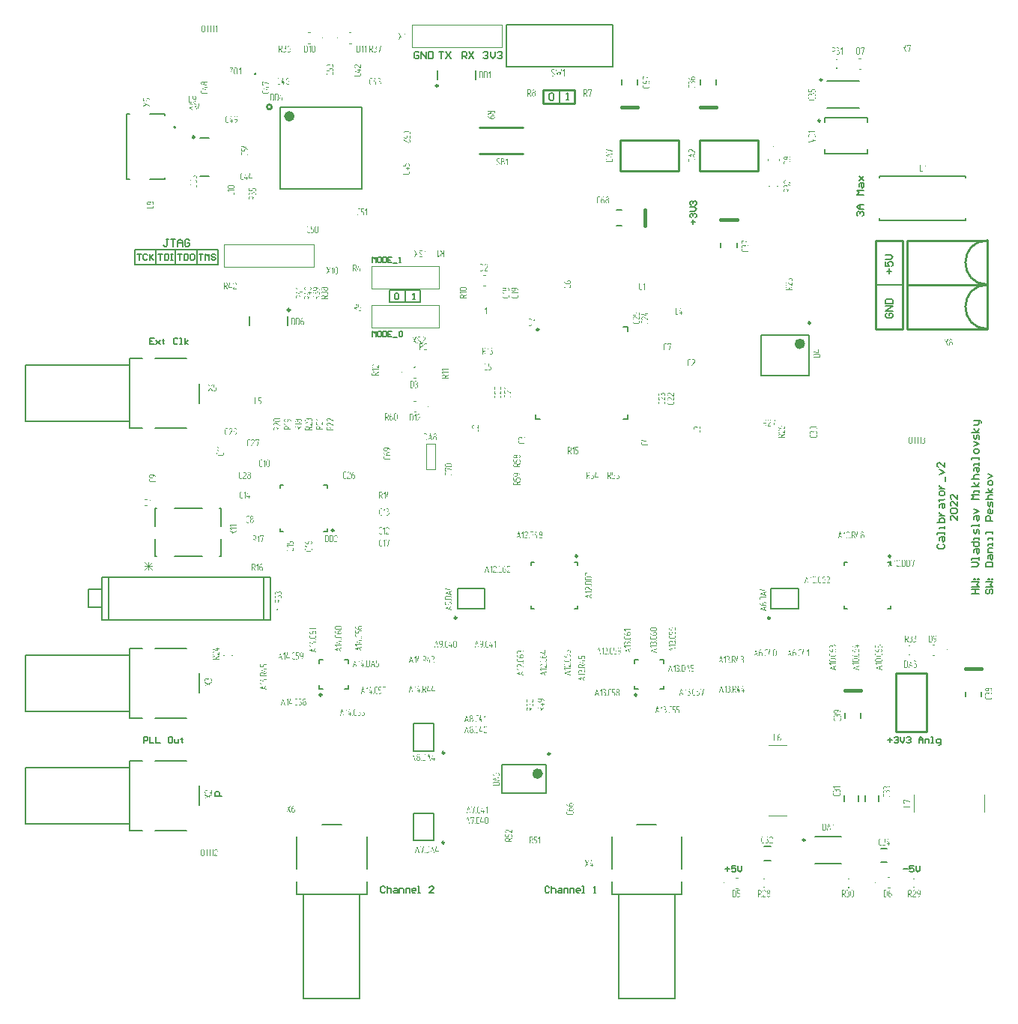
<source format=gto>
G04*
G04 #@! TF.GenerationSoftware,Altium Limited,Altium Designer,21.8.1 (53)*
G04*
G04 Layer_Color=65535*
%FSLAX44Y44*%
%MOMM*%
G71*
G04*
G04 #@! TF.SameCoordinates,C9995BEE-8401-4B8A-9B38-06C5FF24312F*
G04*
G04*
G04 #@! TF.FilePolarity,Positive*
G04*
G01*
G75*
%ADD10C,0.1270*%
%ADD11C,0.1000*%
%ADD12C,0.2540*%
%ADD13C,0.2500*%
%ADD14C,0.6000*%
%ADD15C,0.2000*%
%ADD16C,0.1500*%
%ADD17C,0.4000*%
%ADD18C,0.1524*%
%ADD19C,0.0762*%
G36*
X904526Y526507D02*
X904584Y526483D01*
X904654Y526437D01*
X904666Y526425D01*
X904701Y526390D01*
X904736Y526320D01*
X904748Y526238D01*
Y518978D01*
Y518954D01*
X904736Y518908D01*
X904713Y518837D01*
X904666Y518767D01*
X904654Y518755D01*
X904608Y518744D01*
X904549Y518720D01*
X904467Y518708D01*
X904455D01*
X904420Y518720D01*
X904362Y518732D01*
X904268Y518767D01*
X904256Y518779D01*
X904233Y518825D01*
X904198Y518884D01*
X904186Y518978D01*
Y522596D01*
X901399D01*
Y518978D01*
Y518954D01*
X901388Y518908D01*
X901364Y518837D01*
X901317Y518767D01*
X901306Y518755D01*
X901259Y518744D01*
X901200Y518720D01*
X901118Y518708D01*
X901107D01*
X901071Y518720D01*
X901013Y518732D01*
X900919Y518767D01*
X900908Y518779D01*
X900884Y518825D01*
X900849Y518884D01*
X900837Y518978D01*
Y526238D01*
Y526249D01*
X900849Y526296D01*
X900872Y526355D01*
X900919Y526425D01*
X900931Y526437D01*
X900978Y526472D01*
X901036Y526507D01*
X901118Y526519D01*
X901130D01*
X901177Y526507D01*
X901235Y526483D01*
X901306Y526437D01*
X901317Y526425D01*
X901352Y526390D01*
X901388Y526320D01*
X901399Y526238D01*
Y523158D01*
X904186D01*
Y526238D01*
Y526249D01*
X904198Y526296D01*
X904221Y526355D01*
X904268Y526425D01*
X904280Y526437D01*
X904327Y526472D01*
X904385Y526507D01*
X904467Y526519D01*
X904479D01*
X904526Y526507D01*
D02*
G37*
G36*
X907359D02*
X907488Y526495D01*
X907652Y526460D01*
X907840Y526401D01*
X908038Y526308D01*
X908249Y526191D01*
X908437Y526027D01*
X908460Y526003D01*
X908519Y525945D01*
X908589Y525840D01*
X908682Y525699D01*
X908776Y525523D01*
X908847Y525324D01*
X908905Y525090D01*
X908928Y524832D01*
Y524282D01*
Y524095D01*
Y523989D01*
X908893Y523872D01*
Y523861D01*
Y523849D01*
X908870Y523779D01*
X908835Y523673D01*
X908764Y523556D01*
X908753Y523544D01*
X908741Y523509D01*
X908706Y523451D01*
X908659Y523369D01*
X908589Y523287D01*
X908519Y523181D01*
X908413Y523076D01*
X908308Y522971D01*
X908319Y522959D01*
X908366Y522935D01*
X908437Y522889D01*
X908530Y522830D01*
X908624Y522748D01*
X908729Y522643D01*
X908835Y522514D01*
X908940Y522374D01*
X908952Y522350D01*
X908987Y522303D01*
X909022Y522221D01*
X909081Y522116D01*
X909128Y521975D01*
X909163Y521835D01*
X909198Y521671D01*
X909210Y521495D01*
Y520371D01*
Y520359D01*
Y520336D01*
Y520301D01*
X909198Y520254D01*
X909186Y520125D01*
X909151Y519961D01*
X909092Y519774D01*
X908999Y519587D01*
X908882Y519376D01*
X908718Y519188D01*
X908694Y519165D01*
X908636Y519118D01*
X908530Y519036D01*
X908390Y518954D01*
X908214Y518861D01*
X908015Y518779D01*
X907781Y518732D01*
X907535Y518708D01*
X906106D01*
X906060Y518720D01*
X905989Y518744D01*
X905931Y518779D01*
X905919Y518790D01*
X905896Y518837D01*
X905872Y518908D01*
X905861Y518989D01*
Y519001D01*
X905872Y519036D01*
X905884Y519083D01*
X905919Y519153D01*
X905931Y519177D01*
X905978Y519212D01*
X906036Y519247D01*
X906130Y519271D01*
X907605D01*
X907687Y519282D01*
X907804Y519306D01*
X907921Y519352D01*
X908062Y519399D01*
X908191Y519481D01*
X908319Y519587D01*
X908331Y519598D01*
X908366Y519645D01*
X908425Y519715D01*
X908484Y519809D01*
X908542Y519926D01*
X908601Y520067D01*
X908636Y520219D01*
X908647Y520383D01*
Y521495D01*
Y521519D01*
Y521577D01*
X908636Y521659D01*
X908612Y521765D01*
X908565Y521893D01*
X908507Y522022D01*
X908425Y522151D01*
X908319Y522280D01*
X908308Y522291D01*
X908261Y522327D01*
X908191Y522385D01*
X908097Y522444D01*
X907992Y522502D01*
X907851Y522561D01*
X907699Y522596D01*
X907523Y522608D01*
X907219D01*
X907172Y522619D01*
X907102Y522643D01*
X907043Y522678D01*
X907031Y522690D01*
X907008Y522737D01*
X906985Y522807D01*
X906973Y522889D01*
Y522900D01*
X906985Y522935D01*
X906996Y522982D01*
X907031Y523053D01*
X907043Y523076D01*
X907090Y523111D01*
X907149Y523146D01*
X907242Y523170D01*
X907324D01*
X907406Y523181D01*
X907523Y523205D01*
X907640Y523252D01*
X907781Y523298D01*
X907910Y523381D01*
X908038Y523486D01*
X908050Y523498D01*
X908085Y523544D01*
X908144Y523615D01*
X908203Y523708D01*
X908261Y523825D01*
X908319Y523966D01*
X908355Y524118D01*
X908366Y524282D01*
Y524832D01*
Y524856D01*
Y524914D01*
X908355Y524996D01*
X908331Y525113D01*
X908284Y525231D01*
X908226Y525371D01*
X908144Y525500D01*
X908038Y525629D01*
X908027Y525640D01*
X907980Y525676D01*
X907910Y525734D01*
X907816Y525793D01*
X907711Y525851D01*
X907570Y525910D01*
X907418Y525945D01*
X907242Y525957D01*
X906106D01*
X906060Y525968D01*
X905989Y525992D01*
X905931Y526027D01*
X905919Y526039D01*
X905896Y526085D01*
X905872Y526156D01*
X905861Y526238D01*
Y526249D01*
X905872Y526284D01*
X905884Y526331D01*
X905919Y526401D01*
X905931Y526425D01*
X905978Y526460D01*
X906036Y526495D01*
X906130Y526519D01*
X907312D01*
X907359Y526507D01*
D02*
G37*
G36*
X899502D02*
X899561Y526483D01*
X899631Y526425D01*
X899643Y526413D01*
X899678Y526366D01*
X899713Y526308D01*
X899725Y526238D01*
Y526226D01*
X899713Y526179D01*
X899690Y526109D01*
X899643Y526039D01*
X899631Y526027D01*
X899596Y526003D01*
X899526Y525968D01*
X899444Y525957D01*
X898050D01*
Y518978D01*
Y518954D01*
X898039Y518908D01*
X898015Y518837D01*
X897968Y518767D01*
X897957Y518755D01*
X897910Y518744D01*
X897851Y518720D01*
X897769Y518708D01*
X897758D01*
X897722Y518720D01*
X897664Y518732D01*
X897570Y518767D01*
X897559Y518779D01*
X897535Y518825D01*
X897500Y518884D01*
X897488Y518978D01*
Y525957D01*
X896060D01*
X896013Y525968D01*
X895943Y525992D01*
X895884Y526027D01*
X895872Y526039D01*
X895849Y526085D01*
X895826Y526156D01*
X895814Y526238D01*
Y526249D01*
X895826Y526284D01*
X895837Y526331D01*
X895872Y526401D01*
X895884Y526425D01*
X895931Y526460D01*
X895990Y526495D01*
X896083Y526519D01*
X899455D01*
X899502Y526507D01*
D02*
G37*
G36*
X893132D02*
X893261Y526495D01*
X893425Y526460D01*
X893613Y526401D01*
X893812Y526308D01*
X894011Y526191D01*
X894198Y526027D01*
X894210D01*
X894221Y526003D01*
X894280Y525945D01*
X894362Y525840D01*
X894456Y525699D01*
X894538Y525523D01*
X894620Y525324D01*
X894678Y525090D01*
X894702Y524973D01*
Y524844D01*
Y520371D01*
Y520359D01*
Y520336D01*
Y520301D01*
X894690Y520254D01*
X894678Y520125D01*
X894643Y519973D01*
X894584Y519786D01*
X894491Y519587D01*
X894374Y519388D01*
X894210Y519200D01*
X894186Y519177D01*
X894128Y519118D01*
X894022Y519048D01*
X893882Y518954D01*
X893706Y518861D01*
X893495Y518790D01*
X893273Y518732D01*
X893015Y518708D01*
X892395D01*
X892348Y518720D01*
X892231Y518732D01*
X892079Y518767D01*
X891891Y518825D01*
X891704Y518908D01*
X891505Y519025D01*
X891306Y519188D01*
Y519200D01*
X891282Y519212D01*
X891224Y519271D01*
X891142Y519376D01*
X891048Y519516D01*
X890955Y519692D01*
X890872Y519891D01*
X890814Y520114D01*
X890802Y520242D01*
X890791Y520371D01*
Y524844D01*
Y524856D01*
Y524879D01*
Y524914D01*
X890802Y524961D01*
X890814Y525078D01*
X890849Y525242D01*
X890908Y525418D01*
X890990Y525617D01*
X891107Y525816D01*
X891271Y526015D01*
X891282Y526027D01*
X891294Y526039D01*
X891353Y526097D01*
X891458Y526179D01*
X891599Y526273D01*
X891774Y526355D01*
X891973Y526437D01*
X892196Y526495D01*
X892325Y526519D01*
X893086D01*
X893132Y526507D01*
D02*
G37*
G36*
X104221Y60643D02*
X104280Y60620D01*
X104350Y60573D01*
X104362Y60561D01*
X104397Y60526D01*
X104432Y60456D01*
X104444Y60374D01*
Y53114D01*
Y53091D01*
X104432Y53044D01*
X104409Y52974D01*
X104362Y52903D01*
X104350Y52892D01*
X104303Y52880D01*
X104245Y52857D01*
X104163Y52845D01*
X104151D01*
X104116Y52857D01*
X104057Y52868D01*
X103964Y52903D01*
X103952Y52915D01*
X103928Y52962D01*
X103893Y53021D01*
X103882Y53114D01*
Y56732D01*
X101095D01*
Y53114D01*
Y53091D01*
X101083Y53044D01*
X101060Y52974D01*
X101013Y52903D01*
X101001Y52892D01*
X100954Y52880D01*
X100896Y52857D01*
X100814Y52845D01*
X100802D01*
X100767Y52857D01*
X100708Y52868D01*
X100615Y52903D01*
X100603Y52915D01*
X100580Y52962D01*
X100545Y53021D01*
X100533Y53114D01*
Y60374D01*
Y60386D01*
X100545Y60433D01*
X100568Y60491D01*
X100615Y60561D01*
X100626Y60573D01*
X100673Y60608D01*
X100732Y60643D01*
X100814Y60655D01*
X100826D01*
X100872Y60643D01*
X100931Y60620D01*
X101001Y60573D01*
X101013Y60561D01*
X101048Y60526D01*
X101083Y60456D01*
X101095Y60374D01*
Y57295D01*
X103882D01*
Y60374D01*
Y60386D01*
X103893Y60433D01*
X103917Y60491D01*
X103964Y60561D01*
X103975Y60573D01*
X104022Y60608D01*
X104081Y60643D01*
X104163Y60655D01*
X104174D01*
X104221Y60643D01*
D02*
G37*
G36*
X107558D02*
X107617D01*
X107699Y60632D01*
X107898Y60585D01*
X108120Y60526D01*
X108355Y60421D01*
X108601Y60292D01*
X108729Y60198D01*
X108847Y60105D01*
X108858Y60093D01*
X108870Y60081D01*
X108905Y60046D01*
X108952Y59999D01*
X109057Y59882D01*
X109186Y59718D01*
X109303Y59519D01*
X109409Y59285D01*
X109455Y59156D01*
X109490Y59028D01*
X109502Y58887D01*
X109514Y58735D01*
Y58723D01*
Y58688D01*
Y58641D01*
X109502Y58571D01*
X109490Y58489D01*
X109479Y58395D01*
X109420Y58196D01*
Y58184D01*
X109409Y58149D01*
X109385Y58102D01*
X109350Y58021D01*
X109315Y57938D01*
X109268Y57833D01*
X109209Y57728D01*
X109139Y57599D01*
X106364Y53407D01*
X109198D01*
X109233Y53395D01*
X109303Y53372D01*
X109362Y53313D01*
X109373Y53302D01*
X109409Y53255D01*
X109444Y53196D01*
X109455Y53126D01*
Y53114D01*
X109444Y53067D01*
X109420Y52997D01*
X109373Y52927D01*
X109362Y52915D01*
X109327Y52892D01*
X109256Y52857D01*
X109174Y52845D01*
X105825D01*
X105779Y52857D01*
X105708Y52880D01*
X105638Y52927D01*
X105626Y52939D01*
X105603Y52985D01*
X105580Y53056D01*
X105568Y53138D01*
Y53149D01*
Y53184D01*
X105580Y53231D01*
X105603Y53278D01*
X108671Y57915D01*
X108788Y58126D01*
X108870Y58325D01*
Y58337D01*
X108882Y58360D01*
X108893Y58395D01*
X108905Y58454D01*
X108928Y58583D01*
X108940Y58735D01*
Y58747D01*
Y58758D01*
X108928Y58828D01*
X108917Y58934D01*
X108882Y59063D01*
X108823Y59215D01*
X108741Y59379D01*
X108624Y59543D01*
X108472Y59695D01*
X108460Y59707D01*
X108437Y59730D01*
X108390Y59753D01*
X108343Y59800D01*
X108273Y59835D01*
X108191Y59882D01*
X108003Y59976D01*
X107992D01*
X107957Y59999D01*
X107898Y60011D01*
X107839Y60034D01*
X107746Y60058D01*
X107664Y60070D01*
X107453Y60093D01*
X107383D01*
X107312Y60081D01*
X107219Y60070D01*
X107102Y60034D01*
X106985Y59999D01*
X106856Y59941D01*
X106727Y59871D01*
X106715Y59859D01*
X106669Y59835D01*
X106610Y59777D01*
X106540Y59707D01*
X106458Y59601D01*
X106364Y59472D01*
X106282Y59320D01*
X106200Y59145D01*
X106188Y59133D01*
X106177Y59098D01*
X106142Y59051D01*
X106095Y59004D01*
X106083D01*
X106060Y58981D01*
X106001Y58969D01*
X105942Y58957D01*
X105919D01*
X105872Y58969D01*
X105802Y58992D01*
X105732Y59028D01*
X105720Y59039D01*
X105697Y59086D01*
X105661Y59145D01*
X105650Y59227D01*
X105673Y59332D01*
Y59344D01*
X105685Y59367D01*
X105697Y59391D01*
X105720Y59437D01*
X105779Y59566D01*
X105849Y59707D01*
X105954Y59871D01*
X106083Y60034D01*
X106224Y60198D01*
X106399Y60339D01*
X106423Y60351D01*
X106481Y60386D01*
X106575Y60444D01*
X106692Y60503D01*
X106844Y60550D01*
X107020Y60608D01*
X107207Y60643D01*
X107418Y60655D01*
X107500D01*
X107558Y60643D01*
D02*
G37*
G36*
X99198D02*
X99256Y60620D01*
X99327Y60561D01*
X99338Y60550D01*
X99374Y60503D01*
X99409Y60444D01*
X99420Y60374D01*
Y60362D01*
X99409Y60315D01*
X99385Y60245D01*
X99338Y60175D01*
X99327Y60163D01*
X99292Y60140D01*
X99221Y60105D01*
X99139Y60093D01*
X97746D01*
Y53114D01*
Y53091D01*
X97734Y53044D01*
X97711Y52974D01*
X97664Y52903D01*
X97652Y52892D01*
X97605Y52880D01*
X97547Y52857D01*
X97465Y52845D01*
X97453D01*
X97418Y52857D01*
X97360Y52868D01*
X97266Y52903D01*
X97254Y52915D01*
X97231Y52962D01*
X97196Y53021D01*
X97184Y53114D01*
Y60093D01*
X95755D01*
X95709Y60105D01*
X95638Y60128D01*
X95580Y60163D01*
X95568Y60175D01*
X95545Y60222D01*
X95521Y60292D01*
X95510Y60374D01*
Y60386D01*
X95521Y60421D01*
X95533Y60468D01*
X95568Y60538D01*
X95580Y60561D01*
X95627Y60597D01*
X95685Y60632D01*
X95779Y60655D01*
X99151D01*
X99198Y60643D01*
D02*
G37*
G36*
X92828D02*
X92957Y60632D01*
X93121Y60597D01*
X93308Y60538D01*
X93507Y60444D01*
X93706Y60327D01*
X93894Y60163D01*
X93905D01*
X93917Y60140D01*
X93975Y60081D01*
X94058Y59976D01*
X94151Y59835D01*
X94233Y59660D01*
X94315Y59461D01*
X94374Y59227D01*
X94397Y59110D01*
Y58981D01*
Y54508D01*
Y54496D01*
Y54472D01*
Y54437D01*
X94385Y54391D01*
X94374Y54262D01*
X94339Y54110D01*
X94280Y53922D01*
X94186Y53723D01*
X94069Y53524D01*
X93905Y53337D01*
X93882Y53313D01*
X93823Y53255D01*
X93718Y53184D01*
X93577Y53091D01*
X93402Y52997D01*
X93191Y52927D01*
X92969Y52868D01*
X92711Y52845D01*
X92090D01*
X92044Y52857D01*
X91926Y52868D01*
X91774Y52903D01*
X91587Y52962D01*
X91399Y53044D01*
X91200Y53161D01*
X91001Y53325D01*
Y53337D01*
X90978Y53348D01*
X90919Y53407D01*
X90837Y53512D01*
X90744Y53653D01*
X90650Y53829D01*
X90568Y54028D01*
X90510Y54250D01*
X90498Y54379D01*
X90486Y54508D01*
Y58981D01*
Y58992D01*
Y59016D01*
Y59051D01*
X90498Y59098D01*
X90510Y59215D01*
X90545Y59379D01*
X90603Y59554D01*
X90685Y59753D01*
X90802Y59953D01*
X90966Y60152D01*
X90978Y60163D01*
X90990Y60175D01*
X91048Y60234D01*
X91154Y60315D01*
X91294Y60409D01*
X91470Y60491D01*
X91669Y60573D01*
X91891Y60632D01*
X92020Y60655D01*
X92781D01*
X92828Y60643D01*
D02*
G37*
G36*
X105082Y991143D02*
X105140Y991120D01*
X105211Y991073D01*
X105222Y991061D01*
X105258Y991026D01*
X105293Y990956D01*
X105304Y990874D01*
Y983614D01*
Y983591D01*
X105293Y983544D01*
X105269Y983474D01*
X105222Y983403D01*
X105211Y983392D01*
X105164Y983380D01*
X105105Y983357D01*
X105023Y983345D01*
X105012D01*
X104977Y983357D01*
X104918Y983368D01*
X104824Y983403D01*
X104813Y983415D01*
X104789Y983462D01*
X104754Y983521D01*
X104742Y983614D01*
Y987232D01*
X101955D01*
Y983614D01*
Y983591D01*
X101944Y983544D01*
X101920Y983474D01*
X101874Y983403D01*
X101862Y983392D01*
X101815Y983380D01*
X101756Y983357D01*
X101674Y983345D01*
X101663D01*
X101628Y983357D01*
X101569Y983368D01*
X101475Y983403D01*
X101464Y983415D01*
X101440Y983462D01*
X101405Y983521D01*
X101393Y983614D01*
Y990874D01*
Y990886D01*
X101405Y990933D01*
X101429Y990991D01*
X101475Y991061D01*
X101487Y991073D01*
X101534Y991108D01*
X101593Y991143D01*
X101674Y991155D01*
X101686D01*
X101733Y991143D01*
X101791Y991120D01*
X101862Y991073D01*
X101874Y991061D01*
X101909Y991026D01*
X101944Y990956D01*
X101955Y990874D01*
Y987794D01*
X104742D01*
Y990874D01*
Y990886D01*
X104754Y990933D01*
X104777Y990991D01*
X104824Y991061D01*
X104836Y991073D01*
X104883Y991108D01*
X104941Y991143D01*
X105023Y991155D01*
X105035D01*
X105082Y991143D01*
D02*
G37*
G36*
X108431D02*
X108489Y991120D01*
X108560Y991073D01*
X108571Y991061D01*
X108606Y991026D01*
X108642Y990956D01*
X108653Y990874D01*
Y983614D01*
Y983591D01*
X108642Y983544D01*
X108618Y983474D01*
X108571Y983403D01*
X108560Y983392D01*
X108513Y983380D01*
X108454Y983357D01*
X108372Y983345D01*
X108361D01*
X108325Y983357D01*
X108267Y983368D01*
X108173Y983403D01*
X108161Y983415D01*
X108138Y983462D01*
X108103Y983521D01*
X108091Y983614D01*
Y990207D01*
X106897Y989001D01*
X106885Y988989D01*
X106838Y988965D01*
X106780Y988930D01*
X106709Y988919D01*
X106686D01*
X106639Y988930D01*
X106581Y988954D01*
X106510Y989001D01*
X106499Y989012D01*
X106475Y989059D01*
X106440Y989118D01*
X106428Y989200D01*
Y989211D01*
X106440Y989247D01*
X106464Y989305D01*
X106510Y989399D01*
X108173Y991073D01*
X108185Y991085D01*
X108232Y991120D01*
X108290Y991143D01*
X108361Y991155D01*
X108384D01*
X108431Y991143D01*
D02*
G37*
G36*
X100059D02*
X100117Y991120D01*
X100187Y991061D01*
X100199Y991050D01*
X100234Y991003D01*
X100269Y990944D01*
X100281Y990874D01*
Y990862D01*
X100269Y990816D01*
X100246Y990745D01*
X100199Y990675D01*
X100187Y990663D01*
X100152Y990640D01*
X100082Y990605D01*
X100000Y990593D01*
X98607D01*
Y983614D01*
Y983591D01*
X98595Y983544D01*
X98572Y983474D01*
X98525Y983403D01*
X98513Y983392D01*
X98466Y983380D01*
X98407Y983357D01*
X98326Y983345D01*
X98314D01*
X98279Y983357D01*
X98220Y983368D01*
X98126Y983403D01*
X98115Y983415D01*
X98091Y983462D01*
X98056Y983521D01*
X98045Y983614D01*
Y990593D01*
X96616D01*
X96569Y990605D01*
X96499Y990628D01*
X96440Y990663D01*
X96429Y990675D01*
X96405Y990722D01*
X96382Y990792D01*
X96370Y990874D01*
Y990886D01*
X96382Y990921D01*
X96393Y990968D01*
X96429Y991038D01*
X96440Y991061D01*
X96487Y991096D01*
X96546Y991132D01*
X96639Y991155D01*
X100012D01*
X100059Y991143D01*
D02*
G37*
G36*
X93689D02*
X93817Y991132D01*
X93981Y991096D01*
X94169Y991038D01*
X94368Y990944D01*
X94567Y990827D01*
X94754Y990663D01*
X94766D01*
X94778Y990640D01*
X94836Y990581D01*
X94918Y990476D01*
X95012Y990335D01*
X95094Y990160D01*
X95176Y989961D01*
X95234Y989726D01*
X95258Y989610D01*
Y989481D01*
Y985008D01*
Y984996D01*
Y984973D01*
Y984937D01*
X95246Y984891D01*
X95234Y984762D01*
X95199Y984610D01*
X95141Y984422D01*
X95047Y984223D01*
X94930Y984024D01*
X94766Y983837D01*
X94742Y983813D01*
X94684Y983755D01*
X94579Y983684D01*
X94438Y983591D01*
X94262Y983497D01*
X94052Y983427D01*
X93829Y983368D01*
X93572Y983345D01*
X92951D01*
X92904Y983357D01*
X92787Y983368D01*
X92635Y983403D01*
X92447Y983462D01*
X92260Y983544D01*
X92061Y983661D01*
X91862Y983825D01*
Y983837D01*
X91839Y983848D01*
X91780Y983907D01*
X91698Y984012D01*
X91604Y984153D01*
X91511Y984329D01*
X91429Y984528D01*
X91370Y984750D01*
X91358Y984879D01*
X91347Y985008D01*
Y989481D01*
Y989492D01*
Y989516D01*
Y989551D01*
X91358Y989598D01*
X91370Y989715D01*
X91405Y989879D01*
X91464Y990054D01*
X91546Y990254D01*
X91663Y990452D01*
X91827Y990652D01*
X91839Y990663D01*
X91850Y990675D01*
X91909Y990734D01*
X92014Y990816D01*
X92155Y990909D01*
X92330Y990991D01*
X92529Y991073D01*
X92752Y991132D01*
X92881Y991155D01*
X93642D01*
X93689Y991143D01*
D02*
G37*
G36*
X355165Y530193D02*
X355294Y530182D01*
X355458Y530146D01*
X355645Y530088D01*
X355845Y529994D01*
X356044Y529877D01*
X356243Y529713D01*
X356254Y529701D01*
X356278Y529678D01*
X356325Y529619D01*
X356383Y529561D01*
X356442Y529479D01*
X356500Y529385D01*
X356617Y529175D01*
X356699Y528882D01*
X356735Y528706D01*
Y528531D01*
Y527957D01*
Y527945D01*
Y527887D01*
X356723Y527816D01*
X356711Y527723D01*
X356699Y527606D01*
X356664Y527488D01*
X356629Y527360D01*
X356571Y527243D01*
X356559Y527231D01*
X356547Y527184D01*
X356512Y527125D01*
X356454Y527055D01*
X356395Y526962D01*
X356313Y526868D01*
X356219Y526762D01*
X356114Y526657D01*
X356126Y526645D01*
X356172Y526622D01*
X356243Y526575D01*
X356336Y526516D01*
X356430Y526435D01*
X356535Y526329D01*
X356641Y526212D01*
X356746Y526060D01*
X356758Y526036D01*
X356793Y525990D01*
X356828Y525908D01*
X356887Y525802D01*
X356934Y525662D01*
X356969Y525521D01*
X357004Y525357D01*
X357015Y525182D01*
Y524058D01*
Y524046D01*
Y524022D01*
Y523987D01*
X357004Y523941D01*
X356992Y523812D01*
X356957Y523648D01*
X356898Y523460D01*
X356805Y523273D01*
X356688Y523062D01*
X356524Y522875D01*
X356500Y522851D01*
X356442Y522805D01*
X356336Y522723D01*
X356196Y522641D01*
X356020Y522547D01*
X355809Y522465D01*
X355587Y522418D01*
X355329Y522395D01*
X354720D01*
X354674Y522407D01*
X354545Y522418D01*
X354393Y522453D01*
X354217Y522512D01*
X354018Y522594D01*
X353819Y522711D01*
X353620Y522875D01*
Y522887D01*
X353596Y522898D01*
X353538Y522957D01*
X353456Y523062D01*
X353362Y523203D01*
X353269Y523378D01*
X353186Y523577D01*
X353128Y523800D01*
X353116Y523929D01*
X353105Y524058D01*
Y525182D01*
Y525205D01*
Y525252D01*
X353116Y525334D01*
X353140Y525439D01*
X353163Y525568D01*
X353198Y525697D01*
X353257Y525849D01*
X353339Y525990D01*
X353350Y526013D01*
X353386Y526060D01*
X353432Y526130D01*
X353514Y526224D01*
X353608Y526329D01*
X353725Y526435D01*
X353854Y526552D01*
X354006Y526657D01*
X353994Y526669D01*
X353959Y526704D01*
X353901Y526751D01*
X353842Y526821D01*
X353772Y526903D01*
X353690Y526997D01*
X353620Y527114D01*
X353549Y527231D01*
X353538Y527243D01*
X353526Y527289D01*
X353503Y527360D01*
X353468Y527453D01*
X353432Y527559D01*
X353409Y527687D01*
X353397Y527828D01*
X353386Y527968D01*
Y528531D01*
Y528542D01*
Y528554D01*
Y528589D01*
X353397Y528636D01*
X353409Y528765D01*
X353444Y528917D01*
X353503Y529104D01*
X353585Y529303D01*
X353702Y529502D01*
X353866Y529713D01*
X353877Y529725D01*
X353913Y529748D01*
X353959Y529795D01*
X354030Y529854D01*
X354100Y529912D01*
X354194Y529971D01*
X354404Y530088D01*
X354697Y530170D01*
X354873Y530205D01*
X355119D01*
X355165Y530193D01*
D02*
G37*
G36*
X349849Y530158D02*
X349896Y530135D01*
X349943Y530088D01*
X349978Y530029D01*
X350013Y529947D01*
X351969Y522746D01*
Y522664D01*
Y522652D01*
X351957Y522606D01*
X351934Y522535D01*
X351887Y522465D01*
X351875Y522453D01*
X351828Y522430D01*
X351758Y522407D01*
X351688Y522395D01*
X351676D01*
X351641Y522407D01*
X351594Y522418D01*
X351535Y522442D01*
X351524Y522453D01*
X351500Y522477D01*
X351465Y522535D01*
X351430Y522606D01*
X350880Y524631D01*
X348608D01*
X348058Y522606D01*
Y522594D01*
X348034Y522547D01*
X348011Y522500D01*
X347964Y522453D01*
X347952Y522442D01*
X347917Y522430D01*
X347870Y522407D01*
X347800Y522395D01*
X347777D01*
X347730Y522407D01*
X347660Y522430D01*
X347589Y522465D01*
X347578Y522477D01*
X347554Y522524D01*
X347519Y522582D01*
X347508Y522664D01*
X347519Y522746D01*
X349475Y529947D01*
Y529959D01*
X349486Y529982D01*
X349533Y530076D01*
X349615Y530158D01*
X349674Y530182D01*
X349744Y530193D01*
X349779D01*
X349849Y530158D01*
D02*
G37*
G36*
X344838Y530193D02*
X344967Y530182D01*
X345131Y530146D01*
X345318Y530088D01*
X345517Y529994D01*
X345716Y529877D01*
X345903Y529713D01*
X345915D01*
X345927Y529690D01*
X345985Y529631D01*
X346067Y529526D01*
X346161Y529385D01*
X346243Y529210D01*
X346325Y529011D01*
X346383Y528776D01*
X346407Y528659D01*
Y528531D01*
Y524058D01*
Y524046D01*
Y524022D01*
Y523987D01*
X346395Y523941D01*
X346383Y523812D01*
X346348Y523659D01*
X346290Y523472D01*
X346196Y523273D01*
X346079Y523074D01*
X345915Y522887D01*
X345892Y522863D01*
X345833Y522805D01*
X345728Y522734D01*
X345587Y522641D01*
X345411Y522547D01*
X345201Y522477D01*
X344978Y522418D01*
X344721Y522395D01*
X342718D01*
X342683Y522407D01*
X342636Y522430D01*
X342578Y522465D01*
X342543Y522512D01*
X342508Y522570D01*
X342496Y522664D01*
Y529924D01*
Y529936D01*
Y529971D01*
X342508Y530018D01*
X342531Y530065D01*
X342566Y530111D01*
X342613Y530158D01*
X342672Y530193D01*
X342765Y530205D01*
X344791D01*
X344838Y530193D01*
D02*
G37*
G36*
X372659Y496119D02*
X372787Y496108D01*
X372940Y496073D01*
X373127Y496014D01*
X373326Y495920D01*
X373525Y495803D01*
X373712Y495639D01*
X373736Y495616D01*
X373794Y495557D01*
X373865Y495452D01*
X373958Y495312D01*
X374052Y495136D01*
X374122Y494925D01*
X374181Y494703D01*
X374204Y494445D01*
Y493824D01*
X374193Y493778D01*
X374181Y493661D01*
X374146Y493508D01*
X374087Y493321D01*
X374005Y493134D01*
X373888Y492934D01*
X373724Y492735D01*
X373712D01*
X373701Y492712D01*
X373642Y492654D01*
X373537Y492571D01*
X373396Y492478D01*
X373221Y492384D01*
X373022Y492302D01*
X372799Y492244D01*
X372670Y492232D01*
X372541Y492220D01*
X368069D01*
X368057D01*
X368033D01*
X367998D01*
X367951Y492232D01*
X367834Y492244D01*
X367670Y492279D01*
X367495Y492337D01*
X367296Y492419D01*
X367097Y492536D01*
X366898Y492700D01*
X366886Y492712D01*
X366874Y492724D01*
X366815Y492782D01*
X366734Y492888D01*
X366640Y493028D01*
X366558Y493204D01*
X366476Y493403D01*
X366417Y493625D01*
X366394Y493754D01*
Y494515D01*
X366406Y494562D01*
X366417Y494691D01*
X366453Y494855D01*
X366511Y495042D01*
X366605Y495241D01*
X366722Y495440D01*
X366886Y495628D01*
Y495639D01*
X366909Y495651D01*
X366968Y495710D01*
X367073Y495792D01*
X367214Y495885D01*
X367389Y495967D01*
X367588Y496049D01*
X367823Y496108D01*
X367940Y496131D01*
X368069D01*
X372541D01*
X372553D01*
X372577D01*
X372612D01*
X372659Y496119D01*
D02*
G37*
G36*
X366745Y491096D02*
X373993Y489410D01*
X374005D01*
X374029Y489398D01*
X374075Y489363D01*
X374157Y489316D01*
X374204Y489141D01*
Y489129D01*
X374193Y489082D01*
X374181Y489012D01*
X374146Y488942D01*
X374134Y488930D01*
X374099Y488907D01*
X374029Y488871D01*
X373947Y488860D01*
X373865Y488871D01*
X366956Y490464D01*
Y487759D01*
X367518D01*
X367542D01*
X367588Y487747D01*
X367659Y487724D01*
X367729Y487677D01*
X367741Y487665D01*
X367752Y487618D01*
X367776Y487560D01*
X367787Y487478D01*
Y487466D01*
X367776Y487431D01*
X367764Y487373D01*
X367729Y487279D01*
X367717Y487267D01*
X367670Y487244D01*
X367612Y487209D01*
X367518Y487197D01*
X366675D01*
X366663D01*
X366628D01*
X366581Y487209D01*
X366535Y487232D01*
X366488Y487267D01*
X366441Y487314D01*
X366406Y487373D01*
X366394Y487466D01*
Y490839D01*
X366406Y490885D01*
X366417Y490956D01*
X366464Y491026D01*
X366476Y491038D01*
X366511Y491073D01*
X366581Y491096D01*
X366663Y491108D01*
X366745Y491096D01*
D02*
G37*
G36*
X373982Y486061D02*
X374052Y486049D01*
X374122Y486003D01*
X374134Y485991D01*
X374157Y485956D01*
X374193Y485885D01*
X374204Y485792D01*
Y484352D01*
X374193Y484305D01*
X374181Y484176D01*
X374146Y484024D01*
X374087Y483836D01*
X374005Y483637D01*
X373888Y483438D01*
X373724Y483239D01*
X373712D01*
X373701Y483216D01*
X373630Y483157D01*
X373537Y483075D01*
X373396Y482993D01*
X373221Y482900D01*
X373022Y482818D01*
X372787Y482759D01*
X372670Y482747D01*
X372541Y482736D01*
X368069D01*
X368057D01*
X368033D01*
X367998D01*
X367951Y482747D01*
X367834Y482759D01*
X367670Y482794D01*
X367495Y482853D01*
X367296Y482935D01*
X367097Y483052D01*
X366898Y483216D01*
X366886Y483227D01*
X366874Y483239D01*
X366815Y483298D01*
X366734Y483403D01*
X366640Y483544D01*
X366558Y483719D01*
X366476Y483918D01*
X366417Y484152D01*
X366394Y484281D01*
Y485815D01*
X366406Y485850D01*
X366429Y485921D01*
X366488Y485979D01*
X366499Y485991D01*
X366546Y486026D01*
X366605Y486061D01*
X366675Y486073D01*
X366687D01*
X366734Y486061D01*
X366804Y486049D01*
X366874Y486003D01*
X366886Y485991D01*
X366909Y485956D01*
X366944Y485885D01*
X366956Y485792D01*
Y484340D01*
X366968Y484246D01*
X366991Y484141D01*
X367038Y484024D01*
X367097Y483883D01*
X367178Y483754D01*
X367284Y483625D01*
X367296Y483614D01*
X367342Y483579D01*
X367413Y483520D01*
X367506Y483462D01*
X367612Y483403D01*
X367752Y483344D01*
X367905Y483309D01*
X368080Y483298D01*
X372530D01*
X372553D01*
X372600D01*
X372694Y483321D01*
X372799Y483344D01*
X372916Y483380D01*
X373057Y483438D01*
X373186Y483520D01*
X373314Y483625D01*
X373326Y483637D01*
X373361Y483684D01*
X373420Y483754D01*
X373478Y483848D01*
X373537Y483965D01*
X373595Y484094D01*
X373630Y484246D01*
X373642Y484410D01*
Y485815D01*
X373654Y485850D01*
X373677Y485921D01*
X373736Y485979D01*
X373747Y485991D01*
X373794Y486026D01*
X373853Y486061D01*
X373923Y486073D01*
X373935D01*
X373982Y486061D01*
D02*
G37*
G36*
X301562Y514118D02*
X301656Y514107D01*
X301785Y514095D01*
X301914Y514083D01*
X302066Y514060D01*
X302394Y513978D01*
X302757Y513873D01*
X302932Y513802D01*
X303120Y513720D01*
X303307Y513627D01*
X303494Y513521D01*
X303506Y513510D01*
X303541Y513486D01*
X303600Y513451D01*
X303670Y513404D01*
X303752Y513334D01*
X303857Y513252D01*
X303963Y513158D01*
X304080Y513053D01*
X304197Y512936D01*
X304326Y512795D01*
X304455Y512643D01*
X304572Y512479D01*
X304701Y512304D01*
X304806Y512116D01*
X304911Y511917D01*
X305005Y511706D01*
X305017Y511589D01*
Y511577D01*
X305005Y511542D01*
X304982Y511484D01*
X304935Y511402D01*
X304923Y511390D01*
X304876Y511367D01*
X304818Y511343D01*
X304736Y511332D01*
X304724D01*
X304689D01*
X304642Y511343D01*
X304583Y511367D01*
X304572Y511379D01*
X304548Y511402D01*
X304513Y511437D01*
X304478Y511507D01*
Y511519D01*
X304466Y511542D01*
X304443Y511589D01*
X304419Y511636D01*
X304396Y511706D01*
X304349Y511788D01*
X304256Y511964D01*
X304127Y512186D01*
X304080Y512257D01*
X303963Y512385D01*
X303951Y512397D01*
X303916Y512444D01*
X303846Y512514D01*
X303764Y512596D01*
X303658Y512702D01*
X303530Y512819D01*
X303377Y512936D01*
X303202Y513053D01*
X303190Y513065D01*
X303143Y513088D01*
X303073Y513123D01*
X302979Y513182D01*
X302862Y513240D01*
X302733Y513299D01*
X302593Y513357D01*
X302441Y513416D01*
X302417Y513428D01*
X302370Y513439D01*
X302288Y513463D01*
X302195Y513498D01*
X302066Y513521D01*
X301937Y513545D01*
X301808Y513556D01*
X301668Y513568D01*
Y511823D01*
X301656Y511777D01*
X301644Y511648D01*
X301609Y511484D01*
X301551Y511297D01*
X301469Y511097D01*
X301352Y510887D01*
X301188Y510699D01*
X301164Y510676D01*
X301106Y510629D01*
X301000Y510547D01*
X300860Y510465D01*
X300684Y510371D01*
X300485Y510289D01*
X300263Y510243D01*
X300005Y510219D01*
X298881D01*
X298869D01*
X298846D01*
X298811D01*
X298764Y510231D01*
X298647Y510243D01*
X298483Y510278D01*
X298307Y510336D01*
X298108Y510418D01*
X297909Y510535D01*
X297710Y510699D01*
X297698Y510711D01*
X297687Y510723D01*
X297628Y510793D01*
X297546Y510887D01*
X297452Y511039D01*
X297370Y511203D01*
X297288Y511414D01*
X297230Y511636D01*
X297206Y511765D01*
Y512526D01*
X297218Y512573D01*
X297230Y512702D01*
X297265Y512865D01*
X297324Y513053D01*
X297417Y513252D01*
X297534Y513451D01*
X297698Y513638D01*
X297710Y513650D01*
X297733Y513674D01*
X297792Y513720D01*
X297850Y513779D01*
X297932Y513837D01*
X298026Y513896D01*
X298237Y514013D01*
X298530Y514095D01*
X298717Y514130D01*
X298881D01*
X301363D01*
X301375D01*
X301410D01*
X301480D01*
X301562Y514118D01*
D02*
G37*
G36*
X303471Y509095D02*
X303600Y509083D01*
X303764Y509048D01*
X303951Y508990D01*
X304139Y508896D01*
X304349Y508779D01*
X304537Y508615D01*
X304560Y508592D01*
X304607Y508533D01*
X304689Y508428D01*
X304771Y508287D01*
X304865Y508111D01*
X304946Y507901D01*
X304993Y507678D01*
X305017Y507421D01*
Y506812D01*
X305005Y506765D01*
X304993Y506636D01*
X304958Y506484D01*
X304900Y506308D01*
X304818Y506109D01*
X304701Y505910D01*
X304537Y505711D01*
X304525D01*
X304513Y505688D01*
X304455Y505629D01*
X304349Y505547D01*
X304209Y505453D01*
X304033Y505360D01*
X303834Y505278D01*
X303612Y505219D01*
X303483Y505208D01*
X303354Y505196D01*
X300872D01*
X300860D01*
X300825D01*
X300755D01*
X300672Y505208D01*
X300567Y505219D01*
X300450Y505231D01*
X300321Y505243D01*
X300169Y505266D01*
X299841Y505336D01*
X299478Y505453D01*
X299303Y505512D01*
X299115Y505594D01*
X298928Y505688D01*
X298740Y505793D01*
X298729Y505805D01*
X298694Y505828D01*
X298635Y505863D01*
X298565Y505910D01*
X298483Y505980D01*
X298377Y506062D01*
X298272Y506156D01*
X298155Y506261D01*
X298038Y506379D01*
X297909Y506519D01*
X297780Y506660D01*
X297663Y506824D01*
X297534Y506999D01*
X297429Y507187D01*
X297324Y507385D01*
X297230Y507596D01*
X297206Y507713D01*
Y507737D01*
X297218Y507784D01*
X297242Y507842D01*
X297300Y507901D01*
X297312Y507912D01*
X297359Y507948D01*
X297429Y507971D01*
X297499Y507983D01*
X297511D01*
X297546D01*
X297593Y507971D01*
X297640Y507948D01*
X297652Y507936D01*
X297675Y507912D01*
X297710Y507866D01*
X297757Y507795D01*
X297792Y507690D01*
X297850Y507573D01*
X297979Y507339D01*
Y507327D01*
X298003Y507304D01*
X298026Y507257D01*
X298061Y507198D01*
X298155Y507069D01*
X298272Y506917D01*
X298284Y506906D01*
X298319Y506859D01*
X298377Y506788D01*
X298471Y506706D01*
X298577Y506613D01*
X298705Y506496D01*
X298857Y506379D01*
X299033Y506261D01*
X299045Y506250D01*
X299092Y506226D01*
X299162Y506191D01*
X299256Y506133D01*
X299373Y506086D01*
X299502Y506016D01*
X299642Y505957D01*
X299794Y505899D01*
X299818D01*
X299865Y505875D01*
X299946Y505852D01*
X300040Y505828D01*
X300157Y505805D01*
X300286Y505781D01*
X300427Y505770D01*
X300555Y505758D01*
Y507491D01*
X300567Y507538D01*
X300579Y507667D01*
X300614Y507831D01*
X300672Y508018D01*
X300766Y508217D01*
X300883Y508428D01*
X301047Y508615D01*
X301071Y508638D01*
X301129Y508697D01*
X301235Y508767D01*
X301375Y508861D01*
X301551Y508955D01*
X301750Y509025D01*
X301972Y509083D01*
X302230Y509107D01*
X303354D01*
X303366D01*
X303389D01*
X303424D01*
X303471Y509095D01*
D02*
G37*
G36*
X304794Y504060D02*
X304865Y504048D01*
X304935Y504002D01*
X304946Y503990D01*
X304970Y503955D01*
X305005Y503884D01*
X305017Y503791D01*
Y502351D01*
X305005Y502304D01*
X304993Y502175D01*
X304958Y502023D01*
X304900Y501835D01*
X304818Y501636D01*
X304701Y501437D01*
X304537Y501238D01*
X304525D01*
X304513Y501215D01*
X304443Y501156D01*
X304349Y501074D01*
X304209Y500992D01*
X304033Y500899D01*
X303834Y500817D01*
X303600Y500758D01*
X303483Y500746D01*
X303354Y500735D01*
X298881D01*
X298869D01*
X298846D01*
X298811D01*
X298764Y500746D01*
X298647Y500758D01*
X298483Y500793D01*
X298307Y500852D01*
X298108Y500934D01*
X297909Y501051D01*
X297710Y501215D01*
X297698Y501226D01*
X297687Y501238D01*
X297628Y501297D01*
X297546Y501402D01*
X297452Y501543D01*
X297370Y501718D01*
X297288Y501917D01*
X297230Y502151D01*
X297206Y502280D01*
Y503814D01*
X297218Y503849D01*
X297242Y503920D01*
X297300Y503978D01*
X297312Y503990D01*
X297359Y504025D01*
X297417Y504060D01*
X297488Y504072D01*
X297499D01*
X297546Y504060D01*
X297616Y504048D01*
X297687Y504002D01*
X297698Y503990D01*
X297722Y503955D01*
X297757Y503884D01*
X297769Y503791D01*
Y502339D01*
X297780Y502245D01*
X297804Y502140D01*
X297850Y502023D01*
X297909Y501882D01*
X297991Y501753D01*
X298096Y501624D01*
X298108Y501613D01*
X298155Y501578D01*
X298225Y501519D01*
X298319Y501461D01*
X298424Y501402D01*
X298565Y501343D01*
X298717Y501308D01*
X298893Y501297D01*
X303342D01*
X303366D01*
X303412D01*
X303506Y501320D01*
X303612Y501343D01*
X303729Y501379D01*
X303869Y501437D01*
X303998Y501519D01*
X304127Y501624D01*
X304139Y501636D01*
X304174Y501683D01*
X304232Y501753D01*
X304291Y501847D01*
X304349Y501964D01*
X304408Y502093D01*
X304443Y502245D01*
X304455Y502409D01*
Y503814D01*
X304466Y503849D01*
X304490Y503920D01*
X304548Y503978D01*
X304560Y503990D01*
X304607Y504025D01*
X304665Y504060D01*
X304736Y504072D01*
X304747D01*
X304794Y504060D01*
D02*
G37*
G36*
X180359Y351655D02*
X180488Y351643D01*
X180652Y351608D01*
X180840Y351550D01*
X181027Y351456D01*
X181238Y351339D01*
X181425Y351175D01*
X181448Y351152D01*
X181495Y351093D01*
X181577Y350988D01*
X181659Y350847D01*
X181753Y350672D01*
X181835Y350472D01*
X181882Y350238D01*
X181905Y349992D01*
Y348564D01*
X181893Y348517D01*
X181870Y348447D01*
X181835Y348388D01*
X181823Y348376D01*
X181776Y348353D01*
X181706Y348330D01*
X181624Y348318D01*
X181612D01*
X181577Y348330D01*
X181530Y348341D01*
X181460Y348376D01*
X181437Y348388D01*
X181402Y348435D01*
X181366Y348493D01*
X181343Y348587D01*
Y350063D01*
X181331Y350145D01*
X181308Y350262D01*
X181261Y350379D01*
X181214Y350519D01*
X181132Y350648D01*
X181027Y350777D01*
X181015Y350789D01*
X180968Y350824D01*
X180898Y350882D01*
X180804Y350941D01*
X180687Y350999D01*
X180547Y351058D01*
X180395Y351093D01*
X180231Y351105D01*
X179118D01*
X179095D01*
X179036D01*
X178954Y351093D01*
X178849Y351070D01*
X178720Y351023D01*
X178591Y350964D01*
X178463Y350882D01*
X178334Y350777D01*
X178322Y350765D01*
X178287Y350718D01*
X178228Y350648D01*
X178170Y350554D01*
X178111Y350449D01*
X178053Y350308D01*
X178018Y350156D01*
X178006Y349981D01*
Y349676D01*
X177994Y349629D01*
X177971Y349559D01*
X177936Y349501D01*
X177924Y349489D01*
X177877Y349465D01*
X177807Y349442D01*
X177725Y349430D01*
X177713D01*
X177678Y349442D01*
X177631Y349454D01*
X177561Y349489D01*
X177537Y349501D01*
X177502Y349547D01*
X177467Y349606D01*
X177444Y349700D01*
Y349781D01*
X177432Y349864D01*
X177409Y349981D01*
X177362Y350098D01*
X177315Y350238D01*
X177233Y350367D01*
X177128Y350496D01*
X177116Y350508D01*
X177069Y350543D01*
X176999Y350601D01*
X176905Y350660D01*
X176788Y350718D01*
X176648Y350777D01*
X176495Y350812D01*
X176331Y350824D01*
X175781D01*
X175758D01*
X175699D01*
X175617Y350812D01*
X175500Y350789D01*
X175383Y350742D01*
X175242Y350683D01*
X175114Y350601D01*
X174985Y350496D01*
X174973Y350484D01*
X174938Y350437D01*
X174879Y350367D01*
X174821Y350273D01*
X174762Y350168D01*
X174704Y350027D01*
X174669Y349875D01*
X174657Y349700D01*
Y348564D01*
X174645Y348517D01*
X174622Y348447D01*
X174587Y348388D01*
X174575Y348376D01*
X174528Y348353D01*
X174458Y348330D01*
X174376Y348318D01*
X174364D01*
X174329Y348330D01*
X174282Y348341D01*
X174212Y348376D01*
X174189Y348388D01*
X174153Y348435D01*
X174118Y348493D01*
X174095Y348587D01*
Y349770D01*
X174107Y349817D01*
X174118Y349945D01*
X174153Y350109D01*
X174212Y350297D01*
X174306Y350496D01*
X174423Y350707D01*
X174587Y350894D01*
X174610Y350917D01*
X174669Y350976D01*
X174774Y351046D01*
X174915Y351140D01*
X175090Y351233D01*
X175289Y351304D01*
X175523Y351362D01*
X175781Y351386D01*
X176331D01*
X176519D01*
X176624D01*
X176741Y351351D01*
X176753D01*
X176765D01*
X176835Y351327D01*
X176940Y351292D01*
X177057Y351222D01*
X177069Y351210D01*
X177104Y351198D01*
X177163Y351163D01*
X177245Y351116D01*
X177327Y351046D01*
X177432Y350976D01*
X177537Y350871D01*
X177643Y350765D01*
X177655Y350777D01*
X177678Y350824D01*
X177725Y350894D01*
X177783Y350988D01*
X177865Y351081D01*
X177971Y351187D01*
X178099Y351292D01*
X178240Y351397D01*
X178263Y351409D01*
X178310Y351444D01*
X178392Y351479D01*
X178498Y351538D01*
X178638Y351585D01*
X178779Y351620D01*
X178943Y351655D01*
X179118Y351667D01*
X180242D01*
X180254D01*
X180278D01*
X180313D01*
X180359Y351655D01*
D02*
G37*
G36*
Y347194D02*
X180488Y347182D01*
X180641Y347147D01*
X180828Y347088D01*
X181027Y346995D01*
X181226Y346878D01*
X181413Y346714D01*
X181437Y346690D01*
X181495Y346632D01*
X181565Y346526D01*
X181659Y346386D01*
X181753Y346210D01*
X181823Y346011D01*
X181882Y345777D01*
X181905Y345531D01*
Y344103D01*
X181893Y344056D01*
X181870Y343985D01*
X181835Y343927D01*
X181823Y343915D01*
X181776Y343892D01*
X181706Y343868D01*
X181624Y343857D01*
X181612D01*
X181577Y343868D01*
X181530Y343880D01*
X181460Y343915D01*
X181437Y343927D01*
X181402Y343974D01*
X181366Y344032D01*
X181343Y344126D01*
Y345613D01*
X181331Y345695D01*
X181308Y345800D01*
X181261Y345929D01*
X181214Y346058D01*
X181132Y346187D01*
X181027Y346316D01*
X181015Y346327D01*
X180968Y346362D01*
X180898Y346421D01*
X180804Y346479D01*
X180687Y346538D01*
X180558Y346597D01*
X180406Y346632D01*
X180242Y346643D01*
X179130D01*
X179107D01*
X179048D01*
X178966Y346632D01*
X178861Y346608D01*
X178732Y346562D01*
X178603Y346503D01*
X178474Y346421D01*
X178345Y346316D01*
X178334Y346304D01*
X178299Y346257D01*
X178240Y346187D01*
X178181Y346093D01*
X178123Y345976D01*
X178064Y345847D01*
X178029Y345695D01*
X178018Y345531D01*
Y344079D01*
X178006Y344044D01*
X177982Y343997D01*
X177947Y343939D01*
X177901Y343903D01*
X177842Y343868D01*
X177748Y343857D01*
X174376D01*
X174364D01*
X174329D01*
X174282Y343868D01*
X174235Y343892D01*
X174189Y343927D01*
X174142Y343974D01*
X174107Y344032D01*
X174095Y344126D01*
Y346936D01*
X174107Y346983D01*
X174130Y347042D01*
X174189Y347112D01*
X174200Y347123D01*
X174247Y347159D01*
X174306Y347194D01*
X174376Y347206D01*
X174388D01*
X174435Y347194D01*
X174505Y347170D01*
X174575Y347123D01*
X174587Y347112D01*
X174610Y347077D01*
X174645Y347006D01*
X174657Y346925D01*
Y344419D01*
X177456D01*
Y345601D01*
X177467Y345648D01*
X177479Y345777D01*
X177514Y345941D01*
X177573Y346128D01*
X177666Y346327D01*
X177783Y346526D01*
X177947Y346714D01*
X177971Y346737D01*
X178029Y346796D01*
X178135Y346866D01*
X178275Y346960D01*
X178451Y347053D01*
X178650Y347123D01*
X178884Y347182D01*
X179130Y347206D01*
X180242D01*
X180254D01*
X180278D01*
X180313D01*
X180359Y347194D01*
D02*
G37*
G36*
X181694Y342733D02*
X181765Y342709D01*
X181835Y342650D01*
X181847Y342639D01*
X181870Y342592D01*
X181893Y342522D01*
X181905Y342452D01*
Y342405D01*
X181882Y342323D01*
X181870Y342311D01*
X181858Y342287D01*
X181823Y342252D01*
X181776Y342217D01*
X178556Y340344D01*
Y339395D01*
X181636D01*
X181659D01*
X181706Y339384D01*
X181776Y339360D01*
X181847Y339313D01*
X181858Y339302D01*
X181870Y339255D01*
X181893Y339196D01*
X181905Y339114D01*
Y339103D01*
X181893Y339067D01*
X181882Y339009D01*
X181847Y338915D01*
X181835Y338904D01*
X181788Y338880D01*
X181729Y338845D01*
X181636Y338833D01*
X174376D01*
X174364D01*
X174329D01*
X174282Y338845D01*
X174235Y338868D01*
X174189Y338904D01*
X174142Y338950D01*
X174107Y339009D01*
X174095Y339103D01*
Y341128D01*
X174107Y341175D01*
X174118Y341304D01*
X174153Y341468D01*
X174212Y341655D01*
X174306Y341854D01*
X174423Y342053D01*
X174587Y342241D01*
Y342252D01*
X174610Y342264D01*
X174669Y342323D01*
X174774Y342405D01*
X174915Y342498D01*
X175090Y342580D01*
X175301Y342662D01*
X175523Y342721D01*
X175652Y342744D01*
X175781D01*
X176893D01*
X176905D01*
X176929D01*
X176964D01*
X177010Y342733D01*
X177139Y342721D01*
X177303Y342686D01*
X177491Y342627D01*
X177678Y342533D01*
X177889Y342405D01*
X177982Y342334D01*
X178076Y342241D01*
X178099Y342217D01*
X178146Y342159D01*
X178228Y342053D01*
X178310Y341913D01*
X178404Y341737D01*
X178486Y341538D01*
X178533Y341304D01*
X178556Y341058D01*
Y340988D01*
X181495Y342697D01*
X181507Y342709D01*
X181530Y342721D01*
X181577Y342733D01*
X181636Y342744D01*
X181647D01*
X181694Y342733D01*
D02*
G37*
G36*
X109459Y288596D02*
X109529Y288584D01*
X109599Y288537D01*
X109611Y288525D01*
X109634Y288490D01*
X109670Y288420D01*
X109681Y288326D01*
Y287495D01*
X111086D01*
X111110D01*
X111157Y287483D01*
X111227Y287460D01*
X111297Y287413D01*
X111309Y287401D01*
X111320Y287354D01*
X111344Y287296D01*
X111356Y287214D01*
Y287202D01*
X111344Y287167D01*
X111332Y287108D01*
X111297Y287015D01*
X111285Y287003D01*
X111238Y286980D01*
X111180Y286945D01*
X111086Y286933D01*
X109681D01*
Y284954D01*
X109670Y284907D01*
X109646Y284849D01*
X109611Y284778D01*
X109599Y284767D01*
X109552Y284743D01*
X109494Y284708D01*
X109412Y284696D01*
X109353Y284708D01*
X103780Y285820D01*
X103756D01*
X103709Y285832D01*
X103651Y285867D01*
X103604Y285914D01*
X103545Y286090D01*
Y286113D01*
X103557Y286148D01*
X103581Y286219D01*
X103627Y286277D01*
X103639Y286289D01*
X103674Y286324D01*
X103744Y286359D01*
X103827Y286371D01*
X103885D01*
X109119Y285317D01*
Y286933D01*
X107726D01*
X107714D01*
X107667Y286945D01*
X107620Y286968D01*
X107550Y287015D01*
X107538Y287027D01*
X107492Y287073D01*
X107456Y287132D01*
X107445Y287214D01*
Y287226D01*
X107456Y287272D01*
X107480Y287331D01*
X107527Y287401D01*
X107538Y287413D01*
X107573Y287448D01*
X107644Y287483D01*
X107726Y287495D01*
X109119D01*
Y288350D01*
X109131Y288385D01*
X109154Y288455D01*
X109213Y288514D01*
X109225Y288525D01*
X109271Y288560D01*
X109330Y288596D01*
X109400Y288607D01*
X109412D01*
X109459Y288596D01*
D02*
G37*
G36*
X105630Y283631D02*
X105712Y283619D01*
X105805Y283607D01*
X106004Y283549D01*
X106016D01*
X106051Y283537D01*
X106098Y283514D01*
X106180Y283479D01*
X106262Y283443D01*
X106367Y283397D01*
X106473Y283338D01*
X106602Y283268D01*
X110794Y280493D01*
Y283326D01*
X110805Y283361D01*
X110829Y283432D01*
X110887Y283490D01*
X110899Y283502D01*
X110946Y283537D01*
X111004Y283572D01*
X111075Y283584D01*
X111086D01*
X111133Y283572D01*
X111203Y283549D01*
X111274Y283502D01*
X111285Y283490D01*
X111309Y283455D01*
X111344Y283385D01*
X111356Y283303D01*
Y279954D01*
X111344Y279907D01*
X111320Y279837D01*
X111274Y279767D01*
X111262Y279755D01*
X111215Y279732D01*
X111145Y279708D01*
X111063Y279696D01*
X111051D01*
X111016D01*
X110969Y279708D01*
X110922Y279732D01*
X106285Y282799D01*
X106075Y282917D01*
X105876Y282999D01*
X105864D01*
X105841Y283010D01*
X105805Y283022D01*
X105747Y283034D01*
X105618Y283057D01*
X105466Y283069D01*
X105454D01*
X105442D01*
X105372Y283057D01*
X105267Y283045D01*
X105138Y283010D01*
X104986Y282952D01*
X104822Y282870D01*
X104658Y282753D01*
X104506Y282600D01*
X104494Y282589D01*
X104471Y282565D01*
X104447Y282518D01*
X104400Y282472D01*
X104365Y282401D01*
X104318Y282319D01*
X104225Y282132D01*
Y282120D01*
X104201Y282085D01*
X104190Y282027D01*
X104166Y281968D01*
X104143Y281874D01*
X104131Y281792D01*
X104108Y281582D01*
Y281511D01*
X104119Y281441D01*
X104131Y281347D01*
X104166Y281230D01*
X104201Y281113D01*
X104260Y280984D01*
X104330Y280856D01*
X104342Y280844D01*
X104365Y280797D01*
X104424Y280739D01*
X104494Y280668D01*
X104599Y280586D01*
X104728Y280493D01*
X104880Y280411D01*
X105056Y280329D01*
X105068Y280317D01*
X105103Y280305D01*
X105150Y280270D01*
X105197Y280223D01*
Y280212D01*
X105220Y280188D01*
X105232Y280130D01*
X105243Y280071D01*
Y280048D01*
X105232Y280001D01*
X105208Y279931D01*
X105173Y279860D01*
X105161Y279849D01*
X105114Y279825D01*
X105056Y279790D01*
X104974Y279778D01*
X104869Y279802D01*
X104857D01*
X104833Y279813D01*
X104810Y279825D01*
X104763Y279849D01*
X104634Y279907D01*
X104494Y279977D01*
X104330Y280083D01*
X104166Y280212D01*
X104002Y280352D01*
X103862Y280528D01*
X103850Y280551D01*
X103815Y280610D01*
X103756Y280703D01*
X103698Y280821D01*
X103651Y280973D01*
X103592Y281148D01*
X103557Y281336D01*
X103545Y281546D01*
Y281628D01*
X103557Y281687D01*
Y281746D01*
X103569Y281828D01*
X103616Y282027D01*
X103674Y282249D01*
X103780Y282483D01*
X103908Y282729D01*
X104002Y282858D01*
X104096Y282975D01*
X104108Y282987D01*
X104119Y282999D01*
X104154Y283034D01*
X104201Y283080D01*
X104318Y283186D01*
X104482Y283315D01*
X104681Y283432D01*
X104915Y283537D01*
X105044Y283584D01*
X105173Y283619D01*
X105314Y283631D01*
X105466Y283643D01*
X105478D01*
X105513D01*
X105560D01*
X105630Y283631D01*
D02*
G37*
G36*
X111145Y278561D02*
X111215Y278537D01*
X111285Y278479D01*
X111297Y278467D01*
X111320Y278420D01*
X111344Y278350D01*
X111356Y278280D01*
Y278233D01*
X111332Y278151D01*
X111320Y278139D01*
X111309Y278116D01*
X111274Y278081D01*
X111227Y278045D01*
X108007Y276172D01*
Y275223D01*
X111086D01*
X111110D01*
X111157Y275212D01*
X111227Y275188D01*
X111297Y275142D01*
X111309Y275130D01*
X111320Y275083D01*
X111344Y275024D01*
X111356Y274942D01*
Y274931D01*
X111344Y274896D01*
X111332Y274837D01*
X111297Y274743D01*
X111285Y274732D01*
X111238Y274708D01*
X111180Y274673D01*
X111086Y274661D01*
X103827D01*
X103815D01*
X103780D01*
X103733Y274673D01*
X103686Y274697D01*
X103639Y274732D01*
X103592Y274778D01*
X103557Y274837D01*
X103545Y274931D01*
Y276956D01*
X103557Y277003D01*
X103569Y277132D01*
X103604Y277296D01*
X103663Y277483D01*
X103756Y277682D01*
X103873Y277882D01*
X104037Y278069D01*
Y278081D01*
X104061Y278092D01*
X104119Y278151D01*
X104225Y278233D01*
X104365Y278326D01*
X104541Y278408D01*
X104752Y278490D01*
X104974Y278549D01*
X105103Y278572D01*
X105232D01*
X106344D01*
X106356D01*
X106379D01*
X106414D01*
X106461Y278561D01*
X106590Y278549D01*
X106754Y278514D01*
X106941Y278455D01*
X107128Y278361D01*
X107339Y278233D01*
X107433Y278162D01*
X107527Y278069D01*
X107550Y278045D01*
X107597Y277987D01*
X107679Y277882D01*
X107761Y277741D01*
X107854Y277565D01*
X107936Y277366D01*
X107983Y277132D01*
X108007Y276886D01*
Y276816D01*
X110946Y278526D01*
X110957Y278537D01*
X110981Y278549D01*
X111028Y278561D01*
X111086Y278572D01*
X111098D01*
X111145Y278561D01*
D02*
G37*
G36*
X311160Y552893D02*
X311289Y552882D01*
X311453Y552846D01*
X311640Y552788D01*
X311839Y552694D01*
X312038Y552577D01*
X312225Y552413D01*
X312237D01*
X312249Y552390D01*
X312307Y552331D01*
X312389Y552226D01*
X312483Y552085D01*
X312565Y551910D01*
X312647Y551711D01*
X312705Y551477D01*
X312729Y551359D01*
Y551231D01*
Y546758D01*
Y546746D01*
Y546722D01*
Y546687D01*
X312717Y546641D01*
X312705Y546512D01*
X312670Y546359D01*
X312612Y546172D01*
X312518Y545973D01*
X312401Y545774D01*
X312237Y545587D01*
X312214Y545563D01*
X312155Y545505D01*
X312050Y545434D01*
X311909Y545341D01*
X311733Y545247D01*
X311523Y545177D01*
X311300Y545118D01*
X311043Y545095D01*
X310422D01*
X310375Y545107D01*
X310258Y545118D01*
X310106Y545154D01*
X309919Y545212D01*
X309731Y545294D01*
X309532Y545411D01*
X309333Y545575D01*
Y545587D01*
X309310Y545598D01*
X309251Y545657D01*
X309169Y545762D01*
X309076Y545903D01*
X308982Y546078D01*
X308900Y546278D01*
X308841Y546500D01*
X308830Y546629D01*
X308818Y546758D01*
Y551231D01*
Y551242D01*
Y551266D01*
Y551301D01*
X308830Y551348D01*
X308841Y551465D01*
X308876Y551629D01*
X308935Y551804D01*
X309017Y552004D01*
X309134Y552202D01*
X309298Y552402D01*
X309310Y552413D01*
X309321Y552425D01*
X309380Y552484D01*
X309485Y552565D01*
X309626Y552659D01*
X309802Y552741D01*
X310000Y552823D01*
X310223Y552882D01*
X310352Y552905D01*
X311113D01*
X311160Y552893D01*
D02*
G37*
G36*
X306382D02*
X306441Y552870D01*
X306499Y552811D01*
X306511Y552800D01*
X306546Y552753D01*
X306570Y552683D01*
X306581Y552612D01*
Y552601D01*
Y552565D01*
X306570Y552519D01*
X306546Y552472D01*
X306535Y552460D01*
X306511Y552437D01*
X306464Y552402D01*
X306394Y552355D01*
X306289Y552320D01*
X306171Y552261D01*
X305937Y552132D01*
X305926D01*
X305902Y552109D01*
X305855Y552085D01*
X305797Y552050D01*
X305668Y551957D01*
X305516Y551839D01*
X305504Y551828D01*
X305457Y551793D01*
X305387Y551734D01*
X305305Y551641D01*
X305211Y551535D01*
X305094Y551406D01*
X304977Y551254D01*
X304860Y551078D01*
X304848Y551067D01*
X304825Y551020D01*
X304790Y550950D01*
X304731Y550856D01*
X304685Y550739D01*
X304614Y550610D01*
X304556Y550470D01*
X304497Y550317D01*
Y550294D01*
X304474Y550247D01*
X304450Y550165D01*
X304427Y550071D01*
X304403Y549954D01*
X304380Y549826D01*
X304368Y549685D01*
X304357Y549556D01*
X306090D01*
X306136Y549544D01*
X306265Y549533D01*
X306429Y549498D01*
X306616Y549439D01*
X306816Y549345D01*
X307026Y549228D01*
X307214Y549064D01*
X307237Y549041D01*
X307296Y548982D01*
X307366Y548877D01*
X307460Y548736D01*
X307553Y548561D01*
X307624Y548362D01*
X307682Y548139D01*
X307705Y547882D01*
Y546758D01*
Y546746D01*
Y546722D01*
Y546687D01*
X307694Y546641D01*
X307682Y546512D01*
X307647Y546348D01*
X307588Y546161D01*
X307495Y545973D01*
X307378Y545762D01*
X307214Y545575D01*
X307190Y545552D01*
X307132Y545505D01*
X307026Y545423D01*
X306886Y545341D01*
X306710Y545247D01*
X306499Y545165D01*
X306277Y545118D01*
X306019Y545095D01*
X305410D01*
X305364Y545107D01*
X305235Y545118D01*
X305083Y545154D01*
X304907Y545212D01*
X304708Y545294D01*
X304509Y545411D01*
X304310Y545575D01*
Y545587D01*
X304286Y545598D01*
X304228Y545657D01*
X304146Y545762D01*
X304052Y545903D01*
X303958Y546078D01*
X303876Y546278D01*
X303818Y546500D01*
X303806Y546629D01*
X303794Y546758D01*
Y549240D01*
Y549252D01*
Y549287D01*
Y549357D01*
X303806Y549439D01*
X303818Y549544D01*
X303830Y549662D01*
X303841Y549790D01*
X303865Y549943D01*
X303935Y550271D01*
X304052Y550634D01*
X304111Y550809D01*
X304193Y550997D01*
X304286Y551184D01*
X304392Y551371D01*
X304403Y551383D01*
X304427Y551418D01*
X304462Y551477D01*
X304509Y551547D01*
X304579Y551629D01*
X304661Y551734D01*
X304755Y551839D01*
X304860Y551957D01*
X304977Y552074D01*
X305118Y552202D01*
X305258Y552331D01*
X305422Y552448D01*
X305598Y552577D01*
X305785Y552683D01*
X305984Y552788D01*
X306195Y552882D01*
X306312Y552905D01*
X306336D01*
X306382Y552893D01*
D02*
G37*
G36*
X301113D02*
X301242Y552882D01*
X301406Y552846D01*
X301593Y552788D01*
X301792Y552694D01*
X301991Y552577D01*
X302179Y552413D01*
X302190D01*
X302202Y552390D01*
X302261Y552331D01*
X302343Y552226D01*
X302436Y552085D01*
X302518Y551910D01*
X302600Y551699D01*
X302659Y551477D01*
X302682Y551348D01*
Y551219D01*
Y550107D01*
Y550095D01*
Y550071D01*
Y550036D01*
X302670Y549990D01*
X302659Y549861D01*
X302624Y549697D01*
X302565Y549509D01*
X302471Y549322D01*
X302343Y549111D01*
X302272Y549018D01*
X302179Y548924D01*
X302155Y548900D01*
X302097Y548854D01*
X301991Y548772D01*
X301851Y548690D01*
X301675Y548596D01*
X301476Y548514D01*
X301242Y548467D01*
X300996Y548444D01*
X300926D01*
X302635Y545505D01*
X302647Y545493D01*
X302659Y545470D01*
X302670Y545423D01*
X302682Y545364D01*
Y545353D01*
X302670Y545306D01*
X302647Y545235D01*
X302589Y545165D01*
X302577Y545154D01*
X302530Y545130D01*
X302460Y545107D01*
X302389Y545095D01*
X302343D01*
X302261Y545118D01*
X302249Y545130D01*
X302225Y545142D01*
X302190Y545177D01*
X302155Y545224D01*
X300282Y548444D01*
X299333D01*
Y545364D01*
Y545341D01*
X299322Y545294D01*
X299298Y545224D01*
X299251Y545154D01*
X299240Y545142D01*
X299193Y545130D01*
X299134Y545107D01*
X299052Y545095D01*
X299041D01*
X299005Y545107D01*
X298947Y545118D01*
X298853Y545154D01*
X298841Y545165D01*
X298818Y545212D01*
X298783Y545271D01*
X298771Y545364D01*
Y552624D01*
Y552636D01*
Y552671D01*
X298783Y552718D01*
X298806Y552765D01*
X298841Y552811D01*
X298888Y552858D01*
X298947Y552893D01*
X299041Y552905D01*
X301066D01*
X301113Y552893D01*
D02*
G37*
G36*
X336959Y552393D02*
X337018D01*
X337100Y552382D01*
X337299Y552335D01*
X337522Y552276D01*
X337756Y552171D01*
X338002Y552042D01*
X338130Y551948D01*
X338248Y551855D01*
X338259Y551843D01*
X338271Y551831D01*
X338306Y551796D01*
X338353Y551749D01*
X338458Y551632D01*
X338587Y551468D01*
X338704Y551269D01*
X338810Y551035D01*
X338857Y550906D01*
X338892Y550778D01*
X338903Y550637D01*
X338915Y550485D01*
Y550473D01*
Y550438D01*
Y550391D01*
X338903Y550321D01*
X338892Y550239D01*
X338880Y550145D01*
X338821Y549946D01*
Y549934D01*
X338810Y549899D01*
X338786Y549852D01*
X338751Y549771D01*
X338716Y549688D01*
X338669Y549583D01*
X338611Y549478D01*
X338540Y549349D01*
X335765Y545157D01*
X338599D01*
X338634Y545145D01*
X338704Y545122D01*
X338763Y545063D01*
X338774Y545052D01*
X338810Y545005D01*
X338845Y544946D01*
X338857Y544876D01*
Y544864D01*
X338845Y544817D01*
X338821Y544747D01*
X338774Y544677D01*
X338763Y544665D01*
X338728Y544642D01*
X338657Y544607D01*
X338575Y544595D01*
X335227D01*
X335180Y544607D01*
X335109Y544630D01*
X335039Y544677D01*
X335028Y544689D01*
X335004Y544735D01*
X334981Y544806D01*
X334969Y544888D01*
Y544899D01*
Y544935D01*
X334981Y544981D01*
X335004Y545028D01*
X338072Y549665D01*
X338189Y549876D01*
X338271Y550075D01*
Y550087D01*
X338283Y550110D01*
X338294Y550145D01*
X338306Y550204D01*
X338330Y550332D01*
X338341Y550485D01*
Y550496D01*
Y550508D01*
X338330Y550578D01*
X338318Y550684D01*
X338283Y550813D01*
X338224Y550965D01*
X338142Y551129D01*
X338025Y551293D01*
X337873Y551445D01*
X337861Y551457D01*
X337838Y551480D01*
X337791Y551503D01*
X337744Y551550D01*
X337674Y551585D01*
X337592Y551632D01*
X337405Y551726D01*
X337393D01*
X337358Y551749D01*
X337299Y551761D01*
X337241Y551785D01*
X337147Y551808D01*
X337065Y551820D01*
X336854Y551843D01*
X336784D01*
X336714Y551831D01*
X336620Y551820D01*
X336503Y551785D01*
X336386Y551749D01*
X336257Y551691D01*
X336128Y551621D01*
X336116Y551609D01*
X336070Y551585D01*
X336011Y551527D01*
X335941Y551457D01*
X335859Y551351D01*
X335765Y551222D01*
X335683Y551070D01*
X335601Y550895D01*
X335589Y550883D01*
X335578Y550848D01*
X335543Y550801D01*
X335496Y550754D01*
X335484D01*
X335461Y550731D01*
X335402Y550719D01*
X335344Y550707D01*
X335320D01*
X335273Y550719D01*
X335203Y550742D01*
X335133Y550778D01*
X335121Y550789D01*
X335098Y550836D01*
X335063Y550895D01*
X335051Y550976D01*
X335074Y551082D01*
Y551094D01*
X335086Y551117D01*
X335098Y551141D01*
X335121Y551187D01*
X335180Y551316D01*
X335250Y551457D01*
X335355Y551621D01*
X335484Y551785D01*
X335625Y551948D01*
X335800Y552089D01*
X335824Y552101D01*
X335882Y552136D01*
X335976Y552194D01*
X336093Y552253D01*
X336245Y552300D01*
X336421Y552358D01*
X336608Y552393D01*
X336819Y552405D01*
X336901D01*
X336959Y552393D01*
D02*
G37*
G36*
X333622D02*
X333681Y552370D01*
X333751Y552323D01*
X333763Y552311D01*
X333798Y552276D01*
X333833Y552206D01*
X333845Y552124D01*
Y544864D01*
Y544841D01*
X333833Y544794D01*
X333810Y544724D01*
X333763Y544654D01*
X333751Y544642D01*
X333704Y544630D01*
X333646Y544607D01*
X333564Y544595D01*
X333552D01*
X333517Y544607D01*
X333458Y544618D01*
X333365Y544654D01*
X333353Y544665D01*
X333330Y544712D01*
X333294Y544771D01*
X333283Y544864D01*
Y551457D01*
X332088Y550251D01*
X332077Y550239D01*
X332030Y550215D01*
X331971Y550180D01*
X331901Y550169D01*
X331878D01*
X331831Y550180D01*
X331772Y550204D01*
X331702Y550251D01*
X331690Y550262D01*
X331667Y550309D01*
X331632Y550368D01*
X331620Y550450D01*
Y550461D01*
X331632Y550496D01*
X331655Y550555D01*
X331702Y550649D01*
X333365Y552323D01*
X333377Y552335D01*
X333423Y552370D01*
X333482Y552393D01*
X333552Y552405D01*
X333576D01*
X333622Y552393D01*
D02*
G37*
G36*
X328927D02*
X329056Y552382D01*
X329220Y552346D01*
X329407Y552288D01*
X329606Y552194D01*
X329805Y552077D01*
X329992Y551913D01*
X330004D01*
X330016Y551890D01*
X330074Y551831D01*
X330156Y551726D01*
X330250Y551585D01*
X330332Y551410D01*
X330414Y551211D01*
X330472Y550976D01*
X330496Y550859D01*
Y550731D01*
Y546258D01*
Y546246D01*
Y546222D01*
Y546187D01*
X330484Y546141D01*
X330472Y546012D01*
X330437Y545859D01*
X330379Y545672D01*
X330285Y545473D01*
X330168Y545274D01*
X330004Y545087D01*
X329981Y545063D01*
X329922Y545005D01*
X329817Y544935D01*
X329676Y544841D01*
X329501Y544747D01*
X329290Y544677D01*
X329067Y544618D01*
X328810Y544595D01*
X326808D01*
X326772Y544607D01*
X326726Y544630D01*
X326667Y544665D01*
X326632Y544712D01*
X326597Y544771D01*
X326585Y544864D01*
Y552124D01*
Y552136D01*
Y552171D01*
X326597Y552218D01*
X326620Y552265D01*
X326655Y552311D01*
X326702Y552358D01*
X326761Y552393D01*
X326854Y552405D01*
X328880D01*
X328927Y552393D01*
D02*
G37*
G36*
X548499Y851248D02*
X555748Y849562D01*
X555759D01*
X555783Y849550D01*
X555830Y849515D01*
X555911Y849468D01*
X555958Y849293D01*
Y849281D01*
X555947Y849234D01*
X555935Y849164D01*
X555900Y849094D01*
X555888Y849082D01*
X555853Y849059D01*
X555783Y849023D01*
X555701Y849012D01*
X555619Y849023D01*
X548710Y850616D01*
Y847911D01*
X549272D01*
X549296D01*
X549342Y847899D01*
X549413Y847876D01*
X549483Y847829D01*
X549495Y847817D01*
X549506Y847770D01*
X549530Y847712D01*
X549542Y847630D01*
Y847618D01*
X549530Y847583D01*
X549518Y847524D01*
X549483Y847431D01*
X549471Y847419D01*
X549425Y847396D01*
X549366Y847361D01*
X549272Y847349D01*
X548429D01*
X548418D01*
X548382D01*
X548335Y847361D01*
X548289Y847384D01*
X548242Y847419D01*
X548195Y847466D01*
X548160Y847524D01*
X548148Y847618D01*
Y850991D01*
X548160Y851037D01*
X548172Y851108D01*
X548218Y851178D01*
X548230Y851190D01*
X548265Y851225D01*
X548335Y851248D01*
X548418Y851260D01*
X548499Y851248D01*
D02*
G37*
G36*
X555748Y846201D02*
X555818Y846178D01*
X555888Y846131D01*
X555900Y846119D01*
X555923Y846073D01*
X555947Y846002D01*
X555958Y845932D01*
Y845920D01*
X555947Y845885D01*
X555935Y845838D01*
X555911Y845780D01*
X555900Y845768D01*
X555876Y845745D01*
X555818Y845710D01*
X555748Y845675D01*
X553722Y845124D01*
Y842852D01*
X555748Y842302D01*
X555759D01*
X555806Y842279D01*
X555853Y842255D01*
X555900Y842208D01*
X555911Y842197D01*
X555923Y842162D01*
X555947Y842115D01*
X555958Y842045D01*
Y842021D01*
X555947Y841974D01*
X555923Y841904D01*
X555888Y841834D01*
X555876Y841822D01*
X555830Y841799D01*
X555771Y841764D01*
X555689Y841752D01*
X555607Y841764D01*
X548406Y843719D01*
X548394D01*
X548371Y843731D01*
X548277Y843777D01*
X548195Y843859D01*
X548172Y843918D01*
X548160Y843988D01*
Y844023D01*
X548195Y844094D01*
X548218Y844140D01*
X548265Y844187D01*
X548324Y844222D01*
X548406Y844258D01*
X555607Y846213D01*
X555689D01*
X555701D01*
X555748Y846201D01*
D02*
G37*
G36*
X554413Y840639D02*
X554542Y840628D01*
X554694Y840593D01*
X554881Y840534D01*
X555080Y840440D01*
X555279Y840323D01*
X555467Y840159D01*
X555490Y840136D01*
X555549Y840077D01*
X555619Y839972D01*
X555713Y839831D01*
X555806Y839656D01*
X555876Y839445D01*
X555935Y839223D01*
X555958Y838965D01*
Y836963D01*
X555947Y836927D01*
X555923Y836881D01*
X555888Y836822D01*
X555841Y836787D01*
X555783Y836752D01*
X555689Y836740D01*
X548429D01*
X548418D01*
X548382D01*
X548335Y836752D01*
X548289Y836775D01*
X548242Y836810D01*
X548195Y836857D01*
X548160Y836916D01*
X548148Y837010D01*
Y839035D01*
X548160Y839082D01*
X548172Y839211D01*
X548207Y839375D01*
X548265Y839562D01*
X548359Y839761D01*
X548476Y839960D01*
X548640Y840148D01*
Y840159D01*
X548663Y840171D01*
X548722Y840230D01*
X548827Y840312D01*
X548968Y840405D01*
X549143Y840487D01*
X549342Y840569D01*
X549577Y840628D01*
X549694Y840651D01*
X549823D01*
X554296D01*
X554307D01*
X554331D01*
X554366D01*
X554413Y840639D01*
D02*
G37*
G36*
X549965Y797793D02*
X550093Y797781D01*
X550257Y797746D01*
X550445Y797688D01*
X550644Y797594D01*
X550843Y797477D01*
X551042Y797313D01*
X551054Y797301D01*
X551077Y797278D01*
X551124Y797219D01*
X551182Y797161D01*
X551241Y797079D01*
X551300Y796985D01*
X551417Y796774D01*
X551498Y796482D01*
X551534Y796306D01*
Y796130D01*
Y795556D01*
Y795545D01*
Y795486D01*
X551522Y795416D01*
X551510Y795322D01*
X551498Y795205D01*
X551463Y795088D01*
X551428Y794959D01*
X551370Y794842D01*
X551358Y794830D01*
X551346Y794784D01*
X551311Y794725D01*
X551253Y794655D01*
X551194Y794561D01*
X551112Y794467D01*
X551018Y794362D01*
X550913Y794257D01*
X550925Y794245D01*
X550972Y794222D01*
X551042Y794175D01*
X551135Y794116D01*
X551229Y794034D01*
X551335Y793929D01*
X551440Y793812D01*
X551545Y793660D01*
X551557Y793636D01*
X551592Y793589D01*
X551627Y793507D01*
X551686Y793402D01*
X551733Y793261D01*
X551768Y793121D01*
X551803Y792957D01*
X551815Y792781D01*
Y791657D01*
Y791646D01*
Y791622D01*
Y791587D01*
X551803Y791540D01*
X551791Y791411D01*
X551756Y791247D01*
X551698Y791060D01*
X551604Y790873D01*
X551487Y790662D01*
X551323Y790475D01*
X551300Y790451D01*
X551241Y790404D01*
X551135Y790322D01*
X550995Y790240D01*
X550819Y790147D01*
X550609Y790065D01*
X550386Y790018D01*
X550129Y789995D01*
X549520D01*
X549473Y790006D01*
X549344Y790018D01*
X549192Y790053D01*
X549016Y790112D01*
X548817Y790194D01*
X548618Y790311D01*
X548419Y790475D01*
Y790486D01*
X548396Y790498D01*
X548337Y790557D01*
X548255Y790662D01*
X548161Y790803D01*
X548068Y790978D01*
X547986Y791177D01*
X547927Y791400D01*
X547915Y791528D01*
X547904Y791657D01*
Y792781D01*
Y792805D01*
Y792852D01*
X547915Y792934D01*
X547939Y793039D01*
X547962Y793168D01*
X547997Y793297D01*
X548056Y793449D01*
X548138Y793589D01*
X548150Y793613D01*
X548185Y793660D01*
X548232Y793730D01*
X548314Y793823D01*
X548407Y793929D01*
X548524Y794034D01*
X548653Y794151D01*
X548805Y794257D01*
X548794Y794268D01*
X548759Y794304D01*
X548700Y794351D01*
X548641Y794421D01*
X548571Y794503D01*
X548489Y794596D01*
X548419Y794713D01*
X548349Y794830D01*
X548337Y794842D01*
X548325Y794889D01*
X548302Y794959D01*
X548267Y795053D01*
X548232Y795158D01*
X548208Y795287D01*
X548196Y795428D01*
X548185Y795568D01*
Y796130D01*
Y796142D01*
Y796154D01*
Y796189D01*
X548196Y796236D01*
X548208Y796365D01*
X548243Y796517D01*
X548302Y796704D01*
X548384Y796903D01*
X548501Y797102D01*
X548665Y797313D01*
X548677Y797325D01*
X548712Y797348D01*
X548759Y797395D01*
X548829Y797453D01*
X548899Y797512D01*
X548993Y797570D01*
X549203Y797688D01*
X549496Y797770D01*
X549672Y797805D01*
X549918D01*
X549965Y797793D01*
D02*
G37*
G36*
X545468D02*
X545527Y797770D01*
X545585Y797711D01*
X545597Y797699D01*
X545632Y797653D01*
X545656Y797582D01*
X545667Y797512D01*
Y797500D01*
Y797465D01*
X545656Y797418D01*
X545632Y797372D01*
X545620Y797360D01*
X545597Y797336D01*
X545550Y797301D01*
X545480Y797254D01*
X545374Y797219D01*
X545257Y797161D01*
X545023Y797032D01*
X545011D01*
X544988Y797009D01*
X544941Y796985D01*
X544883Y796950D01*
X544754Y796856D01*
X544602Y796739D01*
X544590Y796728D01*
X544543Y796692D01*
X544473Y796634D01*
X544391Y796540D01*
X544297Y796435D01*
X544180Y796306D01*
X544063Y796154D01*
X543946Y795978D01*
X543934Y795966D01*
X543911Y795919D01*
X543876Y795849D01*
X543817Y795756D01*
X543770Y795639D01*
X543700Y795510D01*
X543642Y795369D01*
X543583Y795217D01*
Y795193D01*
X543559Y795147D01*
X543536Y795065D01*
X543513Y794971D01*
X543489Y794854D01*
X543466Y794725D01*
X543454Y794585D01*
X543442Y794456D01*
X545175D01*
X545222Y794444D01*
X545351Y794432D01*
X545515Y794397D01*
X545702Y794339D01*
X545901Y794245D01*
X546112Y794128D01*
X546300Y793964D01*
X546323Y793941D01*
X546381Y793882D01*
X546452Y793777D01*
X546545Y793636D01*
X546639Y793460D01*
X546709Y793261D01*
X546768Y793039D01*
X546791Y792781D01*
Y791657D01*
Y791646D01*
Y791622D01*
Y791587D01*
X546780Y791540D01*
X546768Y791411D01*
X546733Y791247D01*
X546674Y791060D01*
X546581Y790873D01*
X546464Y790662D01*
X546300Y790475D01*
X546276Y790451D01*
X546218Y790404D01*
X546112Y790322D01*
X545972Y790240D01*
X545796Y790147D01*
X545585Y790065D01*
X545363Y790018D01*
X545105Y789995D01*
X544496D01*
X544450Y790006D01*
X544321Y790018D01*
X544168Y790053D01*
X543993Y790112D01*
X543794Y790194D01*
X543595Y790311D01*
X543396Y790475D01*
Y790486D01*
X543372Y790498D01*
X543314Y790557D01*
X543232Y790662D01*
X543138Y790803D01*
X543044Y790978D01*
X542962Y791177D01*
X542904Y791400D01*
X542892Y791528D01*
X542880Y791657D01*
Y794140D01*
Y794151D01*
Y794186D01*
Y794257D01*
X542892Y794339D01*
X542904Y794444D01*
X542915Y794561D01*
X542927Y794690D01*
X542951Y794842D01*
X543021Y795170D01*
X543138Y795533D01*
X543197Y795709D01*
X543279Y795896D01*
X543372Y796083D01*
X543478Y796271D01*
X543489Y796283D01*
X543513Y796318D01*
X543548Y796376D01*
X543595Y796446D01*
X543665Y796528D01*
X543747Y796634D01*
X543841Y796739D01*
X543946Y796856D01*
X544063Y796973D01*
X544204Y797102D01*
X544344Y797231D01*
X544508Y797348D01*
X544684Y797477D01*
X544871Y797582D01*
X545070Y797688D01*
X545281Y797781D01*
X545398Y797805D01*
X545421D01*
X545468Y797793D01*
D02*
G37*
G36*
X541534D02*
X541604Y797770D01*
X541663Y797711D01*
X541674Y797699D01*
X541710Y797653D01*
X541745Y797594D01*
X541756Y797524D01*
Y797512D01*
X541745Y797465D01*
X541733Y797395D01*
X541686Y797325D01*
X541674Y797313D01*
X541639Y797290D01*
X541569Y797254D01*
X541475Y797243D01*
X540023D01*
X539930Y797231D01*
X539824Y797207D01*
X539707Y797161D01*
X539567Y797102D01*
X539438Y797020D01*
X539309Y796915D01*
X539297Y796903D01*
X539262Y796856D01*
X539204Y796786D01*
X539145Y796692D01*
X539087Y796587D01*
X539028Y796446D01*
X538993Y796294D01*
X538981Y796119D01*
Y791669D01*
Y791646D01*
Y791599D01*
X539005Y791505D01*
X539028Y791400D01*
X539063Y791283D01*
X539122Y791142D01*
X539204Y791013D01*
X539309Y790884D01*
X539321Y790873D01*
X539368Y790838D01*
X539438Y790779D01*
X539532Y790721D01*
X539649Y790662D01*
X539777Y790603D01*
X539930Y790568D01*
X540094Y790557D01*
X541499D01*
X541534Y790545D01*
X541604Y790521D01*
X541663Y790463D01*
X541674Y790451D01*
X541710Y790404D01*
X541745Y790346D01*
X541756Y790276D01*
Y790264D01*
X541745Y790217D01*
X541733Y790147D01*
X541686Y790077D01*
X541674Y790065D01*
X541639Y790041D01*
X541569Y790006D01*
X541475Y789995D01*
X540035D01*
X539988Y790006D01*
X539859Y790018D01*
X539707Y790053D01*
X539520Y790112D01*
X539321Y790194D01*
X539122Y790311D01*
X538923Y790475D01*
Y790486D01*
X538899Y790498D01*
X538841Y790568D01*
X538759Y790662D01*
X538677Y790803D01*
X538583Y790978D01*
X538501Y791177D01*
X538442Y791411D01*
X538431Y791528D01*
X538419Y791657D01*
Y796130D01*
Y796142D01*
Y796165D01*
Y796200D01*
X538431Y796247D01*
X538442Y796365D01*
X538478Y796528D01*
X538536Y796704D01*
X538618Y796903D01*
X538735Y797102D01*
X538899Y797301D01*
X538911Y797313D01*
X538923Y797325D01*
X538981Y797383D01*
X539087Y797465D01*
X539227Y797559D01*
X539403Y797641D01*
X539602Y797723D01*
X539836Y797781D01*
X539965Y797805D01*
X541499D01*
X541534Y797793D01*
D02*
G37*
G36*
X590254Y933531D02*
X597502Y931845D01*
X597514D01*
X597537Y931834D01*
X597584Y931798D01*
X597666Y931752D01*
X597713Y931576D01*
Y931564D01*
X597701Y931517D01*
X597689Y931447D01*
X597654Y931377D01*
X597642Y931365D01*
X597607Y931342D01*
X597537Y931307D01*
X597455Y931295D01*
X597373Y931307D01*
X590465Y932899D01*
Y930194D01*
X591026D01*
X591050D01*
X591097Y930182D01*
X591167Y930159D01*
X591237Y930112D01*
X591249Y930101D01*
X591261Y930054D01*
X591284Y929995D01*
X591296Y929913D01*
Y929902D01*
X591284Y929866D01*
X591272Y929808D01*
X591237Y929714D01*
X591226Y929703D01*
X591179Y929679D01*
X591120Y929644D01*
X591026Y929632D01*
X590183D01*
X590172D01*
X590137D01*
X590090Y929644D01*
X590043Y929667D01*
X589996Y929703D01*
X589949Y929749D01*
X589914Y929808D01*
X589902Y929902D01*
Y933274D01*
X589914Y933321D01*
X589926Y933391D01*
X589973Y933461D01*
X589984Y933473D01*
X590019Y933508D01*
X590090Y933531D01*
X590172Y933543D01*
X590254Y933531D01*
D02*
G37*
G36*
X596167Y928508D02*
X596296Y928496D01*
X596460Y928461D01*
X596647Y928403D01*
X596834Y928309D01*
X597045Y928192D01*
X597233Y928028D01*
X597256Y928005D01*
X597303Y927946D01*
X597385Y927841D01*
X597467Y927700D01*
X597560Y927524D01*
X597642Y927314D01*
X597689Y927091D01*
X597713Y926834D01*
Y926225D01*
X597701Y926178D01*
X597689Y926049D01*
X597654Y925897D01*
X597595Y925721D01*
X597514Y925522D01*
X597396Y925323D01*
X597233Y925124D01*
X597221D01*
X597209Y925101D01*
X597150Y925042D01*
X597045Y924960D01*
X596905Y924866D01*
X596729Y924773D01*
X596530Y924691D01*
X596307Y924632D01*
X596179Y924621D01*
X596050Y924609D01*
X593568D01*
X593556D01*
X593521D01*
X593450D01*
X593368Y924621D01*
X593263Y924632D01*
X593146Y924644D01*
X593017Y924656D01*
X592865Y924679D01*
X592537Y924749D01*
X592174Y924866D01*
X591998Y924925D01*
X591811Y925007D01*
X591624Y925101D01*
X591436Y925206D01*
X591425Y925218D01*
X591390Y925241D01*
X591331Y925276D01*
X591261Y925323D01*
X591179Y925393D01*
X591073Y925475D01*
X590968Y925569D01*
X590851Y925674D01*
X590734Y925791D01*
X590605Y925932D01*
X590476Y926072D01*
X590359Y926236D01*
X590230Y926412D01*
X590125Y926600D01*
X590019Y926798D01*
X589926Y927009D01*
X589902Y927126D01*
Y927150D01*
X589914Y927197D01*
X589938Y927255D01*
X589996Y927314D01*
X590008Y927326D01*
X590055Y927361D01*
X590125Y927384D01*
X590195Y927396D01*
X590207D01*
X590242D01*
X590289Y927384D01*
X590336Y927361D01*
X590347Y927349D01*
X590371Y927326D01*
X590406Y927279D01*
X590453Y927208D01*
X590488Y927103D01*
X590546Y926986D01*
X590675Y926752D01*
Y926740D01*
X590699Y926717D01*
X590722Y926670D01*
X590757Y926611D01*
X590851Y926482D01*
X590968Y926330D01*
X590980Y926318D01*
X591015Y926272D01*
X591073Y926201D01*
X591167Y926119D01*
X591272Y926026D01*
X591401Y925909D01*
X591553Y925791D01*
X591729Y925674D01*
X591741Y925663D01*
X591788Y925639D01*
X591858Y925604D01*
X591952Y925546D01*
X592069Y925499D01*
X592197Y925428D01*
X592338Y925370D01*
X592490Y925311D01*
X592514D01*
X592561Y925288D01*
X592642Y925265D01*
X592736Y925241D01*
X592853Y925218D01*
X592982Y925194D01*
X593122Y925183D01*
X593251Y925171D01*
Y926904D01*
X593263Y926951D01*
X593275Y927080D01*
X593310Y927243D01*
X593368Y927431D01*
X593462Y927630D01*
X593579Y927841D01*
X593743Y928028D01*
X593767Y928051D01*
X593825Y928110D01*
X593931Y928180D01*
X594071Y928274D01*
X594247Y928368D01*
X594446Y928438D01*
X594668Y928496D01*
X594926Y928520D01*
X596050D01*
X596062D01*
X596085D01*
X596120D01*
X596167Y928508D01*
D02*
G37*
G36*
X597490Y923473D02*
X597560Y923461D01*
X597631Y923415D01*
X597642Y923403D01*
X597666Y923368D01*
X597701Y923297D01*
X597713Y923204D01*
Y921764D01*
X597701Y921717D01*
X597689Y921588D01*
X597654Y921436D01*
X597595Y921248D01*
X597514Y921049D01*
X597396Y920850D01*
X597233Y920651D01*
X597221D01*
X597209Y920628D01*
X597139Y920569D01*
X597045Y920487D01*
X596905Y920405D01*
X596729Y920312D01*
X596530Y920230D01*
X596296Y920171D01*
X596179Y920159D01*
X596050Y920148D01*
X591577D01*
X591565D01*
X591542D01*
X591507D01*
X591460Y920159D01*
X591343Y920171D01*
X591179Y920206D01*
X591003Y920265D01*
X590804Y920347D01*
X590605Y920464D01*
X590406Y920628D01*
X590394Y920639D01*
X590382Y920651D01*
X590324Y920710D01*
X590242Y920815D01*
X590148Y920956D01*
X590066Y921131D01*
X589984Y921330D01*
X589926Y921564D01*
X589902Y921693D01*
Y923227D01*
X589914Y923262D01*
X589938Y923333D01*
X589996Y923391D01*
X590008Y923403D01*
X590055Y923438D01*
X590113Y923473D01*
X590183Y923485D01*
X590195D01*
X590242Y923473D01*
X590312Y923461D01*
X590382Y923415D01*
X590394Y923403D01*
X590418Y923368D01*
X590453Y923297D01*
X590465Y923204D01*
Y921752D01*
X590476Y921658D01*
X590500Y921553D01*
X590546Y921436D01*
X590605Y921295D01*
X590687Y921166D01*
X590792Y921038D01*
X590804Y921026D01*
X590851Y920991D01*
X590921Y920932D01*
X591015Y920874D01*
X591120Y920815D01*
X591261Y920757D01*
X591413Y920721D01*
X591589Y920710D01*
X596038D01*
X596062D01*
X596108D01*
X596202Y920733D01*
X596307Y920757D01*
X596425Y920792D01*
X596565Y920850D01*
X596694Y920932D01*
X596823Y921038D01*
X596834Y921049D01*
X596870Y921096D01*
X596928Y921166D01*
X596987Y921260D01*
X597045Y921377D01*
X597104Y921506D01*
X597139Y921658D01*
X597150Y921822D01*
Y923227D01*
X597162Y923262D01*
X597186Y923333D01*
X597244Y923391D01*
X597256Y923403D01*
X597303Y923438D01*
X597361Y923473D01*
X597432Y923485D01*
X597443D01*
X597490Y923473D01*
D02*
G37*
G36*
X318206Y982649D02*
X318265Y982626D01*
X318335Y982579D01*
X318347Y982567D01*
X318382Y982520D01*
X318417Y982462D01*
X318429Y982380D01*
Y982368D01*
Y982333D01*
X318405Y982286D01*
X318382Y982239D01*
X316508Y978750D01*
X318382Y975249D01*
X318393Y975237D01*
X318405Y975214D01*
X318417Y975167D01*
X318429Y975108D01*
Y975097D01*
X318417Y975050D01*
X318393Y974980D01*
X318335Y974909D01*
X318323Y974898D01*
X318276Y974874D01*
X318206Y974851D01*
X318124Y974839D01*
X318101D01*
X318042Y974863D01*
X317960Y974898D01*
X317925Y974933D01*
X317890Y974980D01*
X316192Y978165D01*
X314483Y974980D01*
X314471Y974956D01*
X314424Y974909D01*
X314342Y974863D01*
X314295Y974851D01*
X314237Y974839D01*
X314213D01*
X314166Y974851D01*
X314108Y974874D01*
X314038Y974909D01*
X314026Y974921D01*
X314002Y974968D01*
X313967Y975026D01*
X313956Y975108D01*
Y975120D01*
Y975155D01*
X313967Y975202D01*
X313991Y975249D01*
X315876Y978750D01*
X313991Y982239D01*
X313956Y982380D01*
Y982392D01*
X313967Y982427D01*
X313991Y982474D01*
X314038Y982544D01*
X314049Y982567D01*
X314096Y982602D01*
X314166Y982637D01*
X314248Y982661D01*
X314272D01*
X314330Y982637D01*
X314412Y982602D01*
X314447Y982556D01*
X314483Y982509D01*
X316192Y979347D01*
X317890Y982509D01*
Y982520D01*
X317902Y982532D01*
X317948Y982591D01*
X318030Y982637D01*
X318077Y982649D01*
X318136Y982661D01*
X318159D01*
X318206Y982649D01*
D02*
G37*
G36*
X321555Y982637D02*
X321614Y982614D01*
X321684Y982567D01*
X321696Y982556D01*
X321731Y982520D01*
X321766Y982450D01*
X321777Y982368D01*
Y975108D01*
Y975085D01*
X321766Y975038D01*
X321742Y974968D01*
X321696Y974898D01*
X321684Y974886D01*
X321637Y974874D01*
X321578Y974851D01*
X321497Y974839D01*
X321485D01*
X321450Y974851D01*
X321391Y974863D01*
X321297Y974898D01*
X321286Y974909D01*
X321262Y974956D01*
X321227Y975015D01*
X321216Y975108D01*
Y981701D01*
X320021Y980495D01*
X320009Y980483D01*
X319963Y980460D01*
X319904Y980424D01*
X319834Y980413D01*
X319810D01*
X319764Y980424D01*
X319705Y980448D01*
X319635Y980495D01*
X319623Y980506D01*
X319600Y980553D01*
X319564Y980612D01*
X319553Y980694D01*
Y980705D01*
X319564Y980741D01*
X319588Y980799D01*
X319635Y980893D01*
X321297Y982567D01*
X321309Y982579D01*
X321356Y982614D01*
X321414Y982637D01*
X321485Y982649D01*
X321508D01*
X321555Y982637D01*
D02*
G37*
G36*
X448201Y485508D02*
X448294Y485496D01*
X448423Y485485D01*
X448552Y485473D01*
X448704Y485449D01*
X449032Y485368D01*
X449395Y485262D01*
X449571Y485192D01*
X449758Y485110D01*
X449945Y485016D01*
X450133Y484911D01*
X450145Y484899D01*
X450180Y484876D01*
X450238Y484841D01*
X450308Y484794D01*
X450391Y484724D01*
X450496Y484641D01*
X450601Y484548D01*
X450718Y484442D01*
X450835Y484325D01*
X450964Y484185D01*
X451093Y484033D01*
X451210Y483869D01*
X451339Y483693D01*
X451444Y483506D01*
X451550Y483307D01*
X451643Y483096D01*
X451655Y482979D01*
Y482967D01*
X451643Y482932D01*
X451620Y482873D01*
X451573Y482791D01*
X451561Y482780D01*
X451515Y482756D01*
X451456Y482733D01*
X451374Y482721D01*
X451362D01*
X451327D01*
X451280Y482733D01*
X451222Y482756D01*
X451210Y482768D01*
X451187Y482791D01*
X451152Y482827D01*
X451116Y482897D01*
Y482909D01*
X451105Y482932D01*
X451081Y482979D01*
X451058Y483026D01*
X451035Y483096D01*
X450988Y483178D01*
X450894Y483354D01*
X450765Y483576D01*
X450718Y483646D01*
X450601Y483775D01*
X450589Y483787D01*
X450554Y483834D01*
X450484Y483904D01*
X450402Y483986D01*
X450297Y484091D01*
X450168Y484208D01*
X450016Y484325D01*
X449840Y484442D01*
X449828Y484454D01*
X449782Y484478D01*
X449711Y484513D01*
X449618Y484571D01*
X449501Y484630D01*
X449372Y484688D01*
X449231Y484747D01*
X449079Y484805D01*
X449056Y484817D01*
X449009Y484829D01*
X448927Y484852D01*
X448833Y484887D01*
X448704Y484911D01*
X448576Y484934D01*
X448447Y484946D01*
X448306Y484958D01*
Y483213D01*
X448294Y483166D01*
X448283Y483037D01*
X448248Y482873D01*
X448189Y482686D01*
X448107Y482487D01*
X447990Y482276D01*
X447826Y482089D01*
X447803Y482066D01*
X447744Y482019D01*
X447639Y481937D01*
X447498Y481855D01*
X447323Y481761D01*
X447123Y481679D01*
X446901Y481632D01*
X446643Y481609D01*
X445519D01*
X445508D01*
X445484D01*
X445449D01*
X445402Y481620D01*
X445285Y481632D01*
X445121Y481667D01*
X444946Y481726D01*
X444747Y481808D01*
X444548Y481925D01*
X444348Y482089D01*
X444337Y482101D01*
X444325Y482112D01*
X444266Y482183D01*
X444184Y482276D01*
X444091Y482428D01*
X444009Y482592D01*
X443927Y482803D01*
X443868Y483026D01*
X443845Y483154D01*
Y483915D01*
X443857Y483962D01*
X443868Y484091D01*
X443904Y484255D01*
X443962Y484442D01*
X444056Y484641D01*
X444173Y484841D01*
X444337Y485028D01*
X444348Y485040D01*
X444372Y485063D01*
X444430Y485110D01*
X444489Y485168D01*
X444571Y485227D01*
X444665Y485285D01*
X444875Y485403D01*
X445168Y485485D01*
X445355Y485520D01*
X445519D01*
X448002D01*
X448013D01*
X448049D01*
X448119D01*
X448201Y485508D01*
D02*
G37*
G36*
X450109Y480485D02*
X450238Y480473D01*
X450391Y480438D01*
X450578Y480379D01*
X450777Y480286D01*
X450976Y480168D01*
X451163Y480005D01*
X451187Y479981D01*
X451245Y479923D01*
X451315Y479817D01*
X451409Y479677D01*
X451503Y479501D01*
X451573Y479302D01*
X451632Y479068D01*
X451655Y478822D01*
Y477393D01*
X451643Y477347D01*
X451620Y477276D01*
X451585Y477218D01*
X451573Y477206D01*
X451526Y477183D01*
X451456Y477159D01*
X451374Y477147D01*
X451362D01*
X451327Y477159D01*
X451280Y477171D01*
X451210Y477206D01*
X451187Y477218D01*
X451152Y477265D01*
X451116Y477323D01*
X451093Y477417D01*
Y478904D01*
X451081Y478986D01*
X451058Y479091D01*
X451011Y479220D01*
X450964Y479349D01*
X450882Y479478D01*
X450777Y479607D01*
X450765Y479618D01*
X450718Y479653D01*
X450648Y479712D01*
X450554Y479770D01*
X450437Y479829D01*
X450308Y479888D01*
X450156Y479923D01*
X449992Y479934D01*
X448880D01*
X448857D01*
X448798D01*
X448716Y479923D01*
X448611Y479899D01*
X448482Y479852D01*
X448353Y479794D01*
X448224Y479712D01*
X448095Y479607D01*
X448084Y479595D01*
X448049Y479548D01*
X447990Y479478D01*
X447932Y479384D01*
X447873Y479267D01*
X447814Y479138D01*
X447779Y478986D01*
X447768Y478822D01*
Y477370D01*
X447756Y477335D01*
X447732Y477288D01*
X447697Y477229D01*
X447650Y477194D01*
X447592Y477159D01*
X447498Y477147D01*
X444126D01*
X444114D01*
X444079D01*
X444032Y477159D01*
X443985Y477183D01*
X443939Y477218D01*
X443892Y477265D01*
X443857Y477323D01*
X443845Y477417D01*
Y480227D01*
X443857Y480274D01*
X443880Y480332D01*
X443939Y480403D01*
X443950Y480414D01*
X443997Y480450D01*
X444056Y480485D01*
X444126Y480496D01*
X444138D01*
X444184Y480485D01*
X444255Y480461D01*
X444325Y480414D01*
X444337Y480403D01*
X444360Y480368D01*
X444395Y480297D01*
X444407Y480215D01*
Y477710D01*
X447206D01*
Y478892D01*
X447217Y478939D01*
X447229Y479068D01*
X447264Y479232D01*
X447323Y479419D01*
X447416Y479618D01*
X447533Y479817D01*
X447697Y480005D01*
X447721Y480028D01*
X447779Y480087D01*
X447885Y480157D01*
X448025Y480251D01*
X448201Y480344D01*
X448400Y480414D01*
X448634Y480473D01*
X448880Y480496D01*
X449992D01*
X450004D01*
X450028D01*
X450063D01*
X450109Y480485D01*
D02*
G37*
G36*
X451444Y476023D02*
X451515Y476000D01*
X451585Y475941D01*
X451596Y475930D01*
X451620Y475883D01*
X451643Y475813D01*
X451655Y475742D01*
Y475695D01*
X451632Y475614D01*
X451620Y475602D01*
X451608Y475578D01*
X451573Y475543D01*
X451526Y475508D01*
X448306Y473635D01*
Y472686D01*
X451386D01*
X451409D01*
X451456Y472674D01*
X451526Y472651D01*
X451596Y472604D01*
X451608Y472593D01*
X451620Y472546D01*
X451643Y472487D01*
X451655Y472405D01*
Y472393D01*
X451643Y472358D01*
X451632Y472300D01*
X451596Y472206D01*
X451585Y472194D01*
X451538Y472171D01*
X451479Y472136D01*
X451386Y472124D01*
X444126D01*
X444114D01*
X444079D01*
X444032Y472136D01*
X443985Y472159D01*
X443939Y472194D01*
X443892Y472241D01*
X443857Y472300D01*
X443845Y472393D01*
Y474419D01*
X443857Y474466D01*
X443868Y474595D01*
X443904Y474759D01*
X443962Y474946D01*
X444056Y475145D01*
X444173Y475344D01*
X444337Y475532D01*
Y475543D01*
X444360Y475555D01*
X444419Y475614D01*
X444524Y475695D01*
X444665Y475789D01*
X444840Y475871D01*
X445051Y475953D01*
X445274Y476012D01*
X445402Y476035D01*
X445531D01*
X446643D01*
X446655D01*
X446679D01*
X446714D01*
X446760Y476023D01*
X446889Y476012D01*
X447053Y475977D01*
X447241Y475918D01*
X447428Y475824D01*
X447639Y475695D01*
X447732Y475625D01*
X447826Y475532D01*
X447850Y475508D01*
X447896Y475450D01*
X447978Y475344D01*
X448060Y475204D01*
X448154Y475028D01*
X448236Y474829D01*
X448283Y474595D01*
X448306Y474349D01*
Y474279D01*
X451245Y475988D01*
X451257Y476000D01*
X451280Y476012D01*
X451327Y476023D01*
X451386Y476035D01*
X451398D01*
X451444Y476023D01*
D02*
G37*
G36*
X450109Y506077D02*
X450238Y506065D01*
X450402Y506030D01*
X450589Y505971D01*
X450777Y505878D01*
X450988Y505761D01*
X451175Y505597D01*
X451198Y505573D01*
X451245Y505515D01*
X451327Y505409D01*
X451409Y505269D01*
X451503Y505093D01*
X451585Y504882D01*
X451632Y504660D01*
X451655Y504402D01*
Y503793D01*
X451643Y503747D01*
X451632Y503618D01*
X451596Y503466D01*
X451538Y503290D01*
X451456Y503091D01*
X451339Y502892D01*
X451175Y502693D01*
X451163D01*
X451152Y502669D01*
X451093Y502611D01*
X450988Y502529D01*
X450847Y502435D01*
X450672Y502341D01*
X450472Y502259D01*
X450250Y502201D01*
X450121Y502189D01*
X449992Y502178D01*
X448868D01*
X448845D01*
X448798D01*
X448716Y502189D01*
X448611Y502213D01*
X448482Y502236D01*
X448353Y502271D01*
X448201Y502330D01*
X448060Y502412D01*
X448037Y502424D01*
X447990Y502459D01*
X447920Y502505D01*
X447826Y502587D01*
X447721Y502681D01*
X447615Y502798D01*
X447498Y502927D01*
X447393Y503079D01*
X447381Y503068D01*
X447346Y503032D01*
X447299Y502974D01*
X447229Y502915D01*
X447147Y502845D01*
X447053Y502763D01*
X446936Y502693D01*
X446819Y502622D01*
X446807Y502611D01*
X446760Y502599D01*
X446690Y502576D01*
X446597Y502541D01*
X446491Y502505D01*
X446362Y502482D01*
X446222Y502470D01*
X446081Y502459D01*
X445519D01*
X445508D01*
X445496D01*
X445461D01*
X445414Y502470D01*
X445285Y502482D01*
X445133Y502517D01*
X444946Y502576D01*
X444747Y502658D01*
X444547Y502775D01*
X444337Y502939D01*
X444325Y502950D01*
X444301Y502985D01*
X444255Y503032D01*
X444196Y503103D01*
X444138Y503173D01*
X444079Y503266D01*
X443962Y503477D01*
X443880Y503770D01*
X443845Y503946D01*
Y504192D01*
X443857Y504238D01*
X443868Y504367D01*
X443903Y504531D01*
X443962Y504719D01*
X444056Y504918D01*
X444173Y505117D01*
X444337Y505316D01*
X444348Y505327D01*
X444372Y505351D01*
X444430Y505398D01*
X444489Y505456D01*
X444571Y505515D01*
X444664Y505573D01*
X444875Y505690D01*
X445168Y505772D01*
X445344Y505807D01*
X445519D01*
X446093D01*
X446105D01*
X446163D01*
X446234Y505796D01*
X446327Y505784D01*
X446444Y505772D01*
X446562Y505737D01*
X446690Y505702D01*
X446807Y505644D01*
X446819Y505632D01*
X446866Y505620D01*
X446925Y505585D01*
X446995Y505526D01*
X447088Y505468D01*
X447182Y505386D01*
X447287Y505292D01*
X447393Y505187D01*
X447405Y505199D01*
X447428Y505245D01*
X447475Y505316D01*
X447533Y505409D01*
X447615Y505503D01*
X447721Y505608D01*
X447838Y505714D01*
X447990Y505819D01*
X448013Y505831D01*
X448060Y505866D01*
X448142Y505901D01*
X448248Y505960D01*
X448388Y506007D01*
X448529Y506042D01*
X448693Y506077D01*
X448868Y506088D01*
X449992D01*
X450004D01*
X450027D01*
X450063D01*
X450109Y506077D01*
D02*
G37*
G36*
Y501054D02*
X450238Y501042D01*
X450390Y501007D01*
X450578Y500948D01*
X450777Y500854D01*
X450976Y500737D01*
X451163Y500573D01*
X451187Y500550D01*
X451245Y500491D01*
X451315Y500386D01*
X451409Y500246D01*
X451503Y500070D01*
X451573Y499871D01*
X451632Y499637D01*
X451655Y499391D01*
Y497962D01*
X451643Y497915D01*
X451620Y497845D01*
X451585Y497786D01*
X451573Y497775D01*
X451526Y497751D01*
X451456Y497728D01*
X451374Y497716D01*
X451362D01*
X451327Y497728D01*
X451280Y497740D01*
X451210Y497775D01*
X451187Y497786D01*
X451152Y497833D01*
X451116Y497892D01*
X451093Y497986D01*
Y499473D01*
X451081Y499555D01*
X451058Y499660D01*
X451011Y499789D01*
X450964Y499918D01*
X450882Y500046D01*
X450777Y500175D01*
X450765Y500187D01*
X450718Y500222D01*
X450648Y500281D01*
X450554Y500339D01*
X450437Y500398D01*
X450308Y500456D01*
X450156Y500491D01*
X449992Y500503D01*
X448880D01*
X448857D01*
X448798D01*
X448716Y500491D01*
X448611Y500468D01*
X448482Y500421D01*
X448353Y500363D01*
X448224Y500281D01*
X448095Y500175D01*
X448084Y500163D01*
X448049Y500117D01*
X447990Y500046D01*
X447932Y499953D01*
X447873Y499836D01*
X447814Y499707D01*
X447779Y499555D01*
X447767Y499391D01*
Y497939D01*
X447756Y497904D01*
X447732Y497857D01*
X447697Y497798D01*
X447650Y497763D01*
X447592Y497728D01*
X447498Y497716D01*
X444126D01*
X444114D01*
X444079D01*
X444032Y497728D01*
X443985Y497751D01*
X443939Y497786D01*
X443892Y497833D01*
X443857Y497892D01*
X443845Y497986D01*
Y500796D01*
X443857Y500843D01*
X443880Y500901D01*
X443939Y500971D01*
X443950Y500983D01*
X443997Y501018D01*
X444056Y501054D01*
X444126Y501065D01*
X444138D01*
X444184Y501054D01*
X444255Y501030D01*
X444325Y500983D01*
X444337Y500971D01*
X444360Y500936D01*
X444395Y500866D01*
X444407Y500784D01*
Y498278D01*
X447206D01*
Y499461D01*
X447217Y499508D01*
X447229Y499637D01*
X447264Y499800D01*
X447323Y499988D01*
X447416Y500187D01*
X447533Y500386D01*
X447697Y500573D01*
X447721Y500597D01*
X447779Y500655D01*
X447885Y500726D01*
X448025Y500819D01*
X448201Y500913D01*
X448400Y500983D01*
X448634Y501042D01*
X448880Y501065D01*
X449992D01*
X450004D01*
X450027D01*
X450063D01*
X450109Y501054D01*
D02*
G37*
G36*
X451444Y496592D02*
X451515Y496569D01*
X451585Y496510D01*
X451596Y496498D01*
X451620Y496452D01*
X451643Y496381D01*
X451655Y496311D01*
Y496264D01*
X451632Y496182D01*
X451620Y496171D01*
X451608Y496147D01*
X451573Y496112D01*
X451526Y496077D01*
X448306Y494203D01*
Y493255D01*
X451386D01*
X451409D01*
X451456Y493243D01*
X451526Y493220D01*
X451596Y493173D01*
X451608Y493161D01*
X451620Y493115D01*
X451643Y493056D01*
X451655Y492974D01*
Y492962D01*
X451643Y492927D01*
X451632Y492869D01*
X451596Y492775D01*
X451585Y492763D01*
X451538Y492740D01*
X451479Y492705D01*
X451386Y492693D01*
X444126D01*
X444114D01*
X444079D01*
X444032Y492705D01*
X443985Y492728D01*
X443939Y492763D01*
X443892Y492810D01*
X443857Y492869D01*
X443845Y492962D01*
Y494988D01*
X443857Y495035D01*
X443868Y495164D01*
X443903Y495328D01*
X443962Y495515D01*
X444056Y495714D01*
X444173Y495913D01*
X444337Y496100D01*
Y496112D01*
X444360Y496124D01*
X444419Y496182D01*
X444524Y496264D01*
X444664Y496358D01*
X444840Y496440D01*
X445051Y496522D01*
X445273Y496581D01*
X445402Y496604D01*
X445531D01*
X446643D01*
X446655D01*
X446679D01*
X446714D01*
X446760Y496592D01*
X446889Y496581D01*
X447053Y496545D01*
X447241Y496487D01*
X447428Y496393D01*
X447639Y496264D01*
X447732Y496194D01*
X447826Y496100D01*
X447850Y496077D01*
X447896Y496018D01*
X447978Y495913D01*
X448060Y495773D01*
X448154Y495597D01*
X448236Y495398D01*
X448283Y495164D01*
X448306Y494918D01*
Y494847D01*
X451245Y496557D01*
X451257Y496569D01*
X451280Y496581D01*
X451327Y496592D01*
X451386Y496604D01*
X451397D01*
X451444Y496592D01*
D02*
G37*
G36*
X563147Y486623D02*
X563205Y486599D01*
X563276Y486540D01*
X563287Y486529D01*
X563322Y486482D01*
X563358Y486423D01*
X563369Y486353D01*
Y486341D01*
X563358Y486295D01*
X563334Y486224D01*
X563287Y486154D01*
X563276Y486142D01*
X563240Y486119D01*
X563170Y486084D01*
X563088Y486072D01*
X560582D01*
Y483274D01*
X561765D01*
X561812Y483262D01*
X561941Y483250D01*
X562105Y483215D01*
X562292Y483157D01*
X562491Y483063D01*
X562690Y482946D01*
X562877Y482782D01*
X562901Y482758D01*
X562959Y482700D01*
X563030Y482594D01*
X563123Y482454D01*
X563217Y482278D01*
X563287Y482079D01*
X563346Y481845D01*
X563369Y481599D01*
Y480487D01*
Y480475D01*
Y480452D01*
Y480416D01*
X563358Y480370D01*
X563346Y480241D01*
X563311Y480089D01*
X563252Y479901D01*
X563158Y479702D01*
X563041Y479503D01*
X562877Y479316D01*
X562854Y479292D01*
X562795Y479234D01*
X562690Y479164D01*
X562550Y479070D01*
X562374Y478976D01*
X562175Y478906D01*
X561941Y478847D01*
X561695Y478824D01*
X560266D01*
X560219Y478836D01*
X560149Y478859D01*
X560091Y478894D01*
X560079Y478906D01*
X560056Y478953D01*
X560032Y479023D01*
X560020Y479105D01*
Y479117D01*
X560032Y479152D01*
X560044Y479199D01*
X560079Y479269D01*
X560091Y479292D01*
X560137Y479328D01*
X560196Y479363D01*
X560290Y479386D01*
X561777D01*
X561859Y479398D01*
X561964Y479421D01*
X562093Y479468D01*
X562222Y479515D01*
X562351Y479597D01*
X562479Y479702D01*
X562491Y479714D01*
X562526Y479761D01*
X562585Y479831D01*
X562643Y479925D01*
X562702Y480042D01*
X562760Y480171D01*
X562795Y480323D01*
X562807Y480487D01*
Y481599D01*
Y481623D01*
Y481681D01*
X562795Y481763D01*
X562772Y481869D01*
X562725Y481997D01*
X562667Y482126D01*
X562585Y482255D01*
X562479Y482384D01*
X562468Y482395D01*
X562421Y482430D01*
X562351Y482489D01*
X562257Y482548D01*
X562140Y482606D01*
X562011Y482665D01*
X561859Y482700D01*
X561695Y482711D01*
X560243D01*
X560208Y482723D01*
X560161Y482747D01*
X560102Y482782D01*
X560067Y482829D01*
X560032Y482887D01*
X560020Y482981D01*
Y486353D01*
Y486365D01*
Y486400D01*
X560032Y486447D01*
X560056Y486494D01*
X560091Y486540D01*
X560137Y486587D01*
X560196Y486623D01*
X560290Y486634D01*
X563100D01*
X563147Y486623D01*
D02*
G37*
G36*
X558685D02*
X558744Y486599D01*
X558814Y486540D01*
X558826Y486529D01*
X558861Y486482D01*
X558896Y486423D01*
X558908Y486353D01*
Y486341D01*
X558896Y486295D01*
X558873Y486224D01*
X558826Y486154D01*
X558814Y486142D01*
X558779Y486119D01*
X558709Y486084D01*
X558627Y486072D01*
X556121D01*
Y483274D01*
X557304D01*
X557351Y483262D01*
X557479Y483250D01*
X557643Y483215D01*
X557831Y483157D01*
X558030Y483063D01*
X558229Y482946D01*
X558416Y482782D01*
X558440Y482758D01*
X558498Y482700D01*
X558568Y482594D01*
X558662Y482454D01*
X558756Y482278D01*
X558826Y482079D01*
X558885Y481845D01*
X558908Y481599D01*
Y480487D01*
Y480475D01*
Y480452D01*
Y480416D01*
X558896Y480370D01*
X558885Y480241D01*
X558849Y480089D01*
X558791Y479901D01*
X558697Y479702D01*
X558580Y479503D01*
X558416Y479316D01*
X558393Y479292D01*
X558334Y479234D01*
X558229Y479164D01*
X558088Y479070D01*
X557913Y478976D01*
X557714Y478906D01*
X557479Y478847D01*
X557234Y478824D01*
X555805D01*
X555758Y478836D01*
X555688Y478859D01*
X555629Y478894D01*
X555618Y478906D01*
X555594Y478953D01*
X555571Y479023D01*
X555559Y479105D01*
Y479117D01*
X555571Y479152D01*
X555583Y479199D01*
X555618Y479269D01*
X555629Y479292D01*
X555676Y479328D01*
X555735Y479363D01*
X555828Y479386D01*
X557315D01*
X557397Y479398D01*
X557503Y479421D01*
X557632Y479468D01*
X557760Y479515D01*
X557889Y479597D01*
X558018Y479702D01*
X558030Y479714D01*
X558065Y479761D01*
X558123Y479831D01*
X558182Y479925D01*
X558241Y480042D01*
X558299Y480171D01*
X558334Y480323D01*
X558346Y480487D01*
Y481599D01*
Y481623D01*
Y481681D01*
X558334Y481763D01*
X558311Y481869D01*
X558264Y481997D01*
X558205Y482126D01*
X558123Y482255D01*
X558018Y482384D01*
X558006Y482395D01*
X557960Y482430D01*
X557889Y482489D01*
X557796Y482548D01*
X557678Y482606D01*
X557550Y482665D01*
X557397Y482700D01*
X557234Y482711D01*
X555782D01*
X555746Y482723D01*
X555700Y482747D01*
X555641Y482782D01*
X555606Y482829D01*
X555571Y482887D01*
X555559Y482981D01*
Y486353D01*
Y486365D01*
Y486400D01*
X555571Y486447D01*
X555594Y486494D01*
X555629Y486540D01*
X555676Y486587D01*
X555735Y486623D01*
X555828Y486634D01*
X558639D01*
X558685Y486623D01*
D02*
G37*
G36*
X552878D02*
X553006Y486611D01*
X553170Y486576D01*
X553358Y486517D01*
X553557Y486423D01*
X553756Y486306D01*
X553943Y486142D01*
X553955D01*
X553967Y486119D01*
X554025Y486060D01*
X554107Y485955D01*
X554201Y485815D01*
X554283Y485639D01*
X554365Y485428D01*
X554423Y485206D01*
X554447Y485077D01*
Y484948D01*
Y483836D01*
Y483824D01*
Y483801D01*
Y483765D01*
X554435Y483718D01*
X554423Y483590D01*
X554388Y483426D01*
X554330Y483238D01*
X554236Y483051D01*
X554107Y482840D01*
X554037Y482747D01*
X553943Y482653D01*
X553920Y482630D01*
X553861Y482583D01*
X553756Y482501D01*
X553615Y482419D01*
X553440Y482325D01*
X553241Y482243D01*
X553006Y482196D01*
X552761Y482173D01*
X552690D01*
X554400Y479234D01*
X554412Y479222D01*
X554423Y479199D01*
X554435Y479152D01*
X554447Y479093D01*
Y479082D01*
X554435Y479035D01*
X554412Y478965D01*
X554353Y478894D01*
X554341Y478883D01*
X554294Y478859D01*
X554224Y478836D01*
X554154Y478824D01*
X554107D01*
X554025Y478847D01*
X554013Y478859D01*
X553990Y478871D01*
X553955Y478906D01*
X553920Y478953D01*
X552046Y482173D01*
X551098D01*
Y479093D01*
Y479070D01*
X551086Y479023D01*
X551063Y478953D01*
X551016Y478883D01*
X551004Y478871D01*
X550957Y478859D01*
X550899Y478836D01*
X550817Y478824D01*
X550805D01*
X550770Y478836D01*
X550711Y478847D01*
X550618Y478883D01*
X550606Y478894D01*
X550583Y478941D01*
X550547Y479000D01*
X550536Y479093D01*
Y486353D01*
Y486365D01*
Y486400D01*
X550547Y486447D01*
X550571Y486494D01*
X550606Y486540D01*
X550653Y486587D01*
X550711Y486623D01*
X550805Y486634D01*
X552831D01*
X552878Y486623D01*
D02*
G37*
G36*
X537245D02*
X537315Y486599D01*
X537374Y486552D01*
X537386Y486540D01*
X537421Y486505D01*
X537456Y486435D01*
X537468Y486353D01*
Y486295D01*
X536414Y481060D01*
X538030D01*
Y482454D01*
Y482466D01*
X538041Y482513D01*
X538065Y482559D01*
X538112Y482630D01*
X538123Y482641D01*
X538170Y482688D01*
X538229Y482723D01*
X538311Y482735D01*
X538322D01*
X538369Y482723D01*
X538428Y482700D01*
X538498Y482653D01*
X538510Y482641D01*
X538545Y482606D01*
X538580Y482536D01*
X538592Y482454D01*
Y481060D01*
X539446D01*
X539482Y481049D01*
X539552Y481025D01*
X539610Y480967D01*
X539622Y480955D01*
X539657Y480908D01*
X539692Y480850D01*
X539704Y480779D01*
Y480768D01*
X539692Y480721D01*
X539681Y480651D01*
X539634Y480580D01*
X539622Y480569D01*
X539587Y480545D01*
X539517Y480510D01*
X539423Y480499D01*
X538592D01*
Y479093D01*
Y479070D01*
X538580Y479023D01*
X538557Y478953D01*
X538510Y478883D01*
X538498Y478871D01*
X538451Y478859D01*
X538393Y478836D01*
X538311Y478824D01*
X538299D01*
X538264Y478836D01*
X538205Y478847D01*
X538112Y478883D01*
X538100Y478894D01*
X538076Y478941D01*
X538041Y479000D01*
X538030Y479093D01*
Y480499D01*
X536051D01*
X536004Y480510D01*
X535945Y480534D01*
X535875Y480569D01*
X535863Y480580D01*
X535840Y480627D01*
X535805Y480686D01*
X535793Y480768D01*
X535805Y480826D01*
X536917Y486400D01*
Y486423D01*
X536929Y486470D01*
X536964Y486529D01*
X537011Y486576D01*
X537187Y486634D01*
X537210D01*
X537245Y486623D01*
D02*
G37*
G36*
X534470D02*
X534529Y486599D01*
X534599Y486540D01*
X534610Y486529D01*
X534646Y486482D01*
X534681Y486423D01*
X534692Y486353D01*
Y486341D01*
X534681Y486295D01*
X534657Y486224D01*
X534610Y486154D01*
X534599Y486142D01*
X534564Y486119D01*
X534493Y486084D01*
X534411Y486072D01*
X531906D01*
Y483274D01*
X533088D01*
X533135Y483262D01*
X533264Y483250D01*
X533428Y483215D01*
X533615Y483157D01*
X533814Y483063D01*
X534013Y482946D01*
X534201Y482782D01*
X534224Y482758D01*
X534283Y482700D01*
X534353Y482594D01*
X534446Y482454D01*
X534540Y482278D01*
X534610Y482079D01*
X534669Y481845D01*
X534692Y481599D01*
Y480487D01*
Y480475D01*
Y480452D01*
Y480416D01*
X534681Y480370D01*
X534669Y480241D01*
X534634Y480089D01*
X534575Y479901D01*
X534482Y479702D01*
X534365Y479503D01*
X534201Y479316D01*
X534177Y479292D01*
X534119Y479234D01*
X534013Y479164D01*
X533873Y479070D01*
X533697Y478976D01*
X533498Y478906D01*
X533264Y478847D01*
X533018Y478824D01*
X531589D01*
X531543Y478836D01*
X531472Y478859D01*
X531414Y478894D01*
X531402Y478906D01*
X531379Y478953D01*
X531355Y479023D01*
X531343Y479105D01*
Y479117D01*
X531355Y479152D01*
X531367Y479199D01*
X531402Y479269D01*
X531414Y479292D01*
X531461Y479328D01*
X531519Y479363D01*
X531613Y479386D01*
X533100D01*
X533182Y479398D01*
X533287Y479421D01*
X533416Y479468D01*
X533545Y479515D01*
X533674Y479597D01*
X533802Y479702D01*
X533814Y479714D01*
X533849Y479761D01*
X533908Y479831D01*
X533966Y479925D01*
X534025Y480042D01*
X534084Y480171D01*
X534119Y480323D01*
X534130Y480487D01*
Y481599D01*
Y481623D01*
Y481681D01*
X534119Y481763D01*
X534095Y481869D01*
X534048Y481997D01*
X533990Y482126D01*
X533908Y482255D01*
X533802Y482384D01*
X533791Y482395D01*
X533744Y482430D01*
X533674Y482489D01*
X533580Y482548D01*
X533463Y482606D01*
X533334Y482665D01*
X533182Y482700D01*
X533018Y482711D01*
X531566D01*
X531531Y482723D01*
X531484Y482747D01*
X531426Y482782D01*
X531390Y482829D01*
X531355Y482887D01*
X531343Y482981D01*
Y486353D01*
Y486365D01*
Y486400D01*
X531355Y486447D01*
X531379Y486494D01*
X531414Y486540D01*
X531461Y486587D01*
X531519Y486623D01*
X531613Y486634D01*
X534423D01*
X534470Y486623D01*
D02*
G37*
G36*
X528662D02*
X528791Y486611D01*
X528955Y486576D01*
X529142Y486517D01*
X529341Y486423D01*
X529540Y486306D01*
X529728Y486142D01*
X529739D01*
X529751Y486119D01*
X529810Y486060D01*
X529892Y485955D01*
X529985Y485815D01*
X530067Y485639D01*
X530149Y485428D01*
X530208Y485206D01*
X530231Y485077D01*
Y484948D01*
Y483836D01*
Y483824D01*
Y483801D01*
Y483765D01*
X530219Y483718D01*
X530208Y483590D01*
X530173Y483426D01*
X530114Y483238D01*
X530020Y483051D01*
X529892Y482840D01*
X529821Y482747D01*
X529728Y482653D01*
X529704Y482630D01*
X529646Y482583D01*
X529540Y482501D01*
X529400Y482419D01*
X529224Y482325D01*
X529025Y482243D01*
X528791Y482196D01*
X528545Y482173D01*
X528475D01*
X530184Y479234D01*
X530196Y479222D01*
X530208Y479199D01*
X530219Y479152D01*
X530231Y479093D01*
Y479082D01*
X530219Y479035D01*
X530196Y478965D01*
X530137Y478894D01*
X530126Y478883D01*
X530079Y478859D01*
X530009Y478836D01*
X529938Y478824D01*
X529892D01*
X529810Y478847D01*
X529798Y478859D01*
X529775Y478871D01*
X529739Y478906D01*
X529704Y478953D01*
X527831Y482173D01*
X526882D01*
Y479093D01*
Y479070D01*
X526870Y479023D01*
X526847Y478953D01*
X526800Y478883D01*
X526789Y478871D01*
X526742Y478859D01*
X526683Y478836D01*
X526601Y478824D01*
X526590D01*
X526554Y478836D01*
X526496Y478847D01*
X526402Y478883D01*
X526390Y478894D01*
X526367Y478941D01*
X526332Y479000D01*
X526320Y479093D01*
Y486353D01*
Y486365D01*
Y486400D01*
X526332Y486447D01*
X526355Y486494D01*
X526390Y486540D01*
X526437Y486587D01*
X526496Y486623D01*
X526590Y486634D01*
X528615D01*
X528662Y486623D01*
D02*
G37*
G36*
X130962Y426824D02*
X131032Y426800D01*
X131102Y426753D01*
X131114Y426742D01*
X131126Y426695D01*
X131149Y426636D01*
X131161Y426554D01*
Y426543D01*
X131149Y426507D01*
X131138Y426449D01*
X131102Y426355D01*
X131091Y426344D01*
X131044Y426320D01*
X130985Y426285D01*
X130892Y426273D01*
X124299D01*
X125505Y425079D01*
X125517Y425067D01*
X125540Y425020D01*
X125576Y424962D01*
X125587Y424892D01*
Y424868D01*
X125576Y424821D01*
X125552Y424763D01*
X125505Y424692D01*
X125494Y424681D01*
X125447Y424657D01*
X125388Y424622D01*
X125306Y424611D01*
X125295D01*
X125259Y424622D01*
X125201Y424646D01*
X125107Y424692D01*
X123433Y426355D01*
X123421Y426367D01*
X123386Y426414D01*
X123363Y426472D01*
X123351Y426543D01*
Y426566D01*
X123363Y426613D01*
X123386Y426671D01*
X123433Y426742D01*
X123444Y426753D01*
X123480Y426788D01*
X123550Y426824D01*
X123632Y426835D01*
X130892D01*
X130915D01*
X130962Y426824D01*
D02*
G37*
G36*
Y423475D02*
X131032Y423451D01*
X131102Y423405D01*
X131114Y423393D01*
X131126Y423346D01*
X131149Y423287D01*
X131161Y423205D01*
Y423194D01*
X131149Y423159D01*
X131138Y423100D01*
X131102Y423006D01*
X131091Y422995D01*
X131044Y422971D01*
X130985Y422936D01*
X130892Y422924D01*
X124299D01*
X125505Y421730D01*
X125517Y421718D01*
X125540Y421671D01*
X125576Y421613D01*
X125587Y421543D01*
Y421519D01*
X125576Y421473D01*
X125552Y421414D01*
X125505Y421344D01*
X125494Y421332D01*
X125447Y421309D01*
X125388Y421273D01*
X125306Y421262D01*
X125295D01*
X125259Y421273D01*
X125201Y421297D01*
X125107Y421344D01*
X123433Y423006D01*
X123421Y423018D01*
X123386Y423065D01*
X123363Y423124D01*
X123351Y423194D01*
Y423217D01*
X123363Y423264D01*
X123386Y423322D01*
X123433Y423393D01*
X123444Y423405D01*
X123480Y423440D01*
X123550Y423475D01*
X123632Y423487D01*
X130892D01*
X130915D01*
X130962Y423475D01*
D02*
G37*
G36*
X130950Y420126D02*
X131020Y420103D01*
X131091Y420044D01*
X131102Y420032D01*
X131126Y419985D01*
X131149Y419915D01*
X131161Y419833D01*
Y419810D01*
X131138Y419751D01*
X131102Y419669D01*
X131067Y419634D01*
X131020Y419599D01*
X127836Y417901D01*
X131020Y416191D01*
X131044Y416180D01*
X131091Y416133D01*
X131138Y416051D01*
X131149Y416004D01*
X131161Y415946D01*
Y415922D01*
X131149Y415875D01*
X131126Y415817D01*
X131091Y415747D01*
X131079Y415735D01*
X131032Y415711D01*
X130974Y415676D01*
X130892Y415665D01*
X130880D01*
X130845D01*
X130798Y415676D01*
X130751Y415700D01*
X127250Y417585D01*
X123761Y415700D01*
X123620Y415665D01*
X123608D01*
X123573Y415676D01*
X123526Y415700D01*
X123456Y415747D01*
X123433Y415758D01*
X123398Y415805D01*
X123363Y415875D01*
X123339Y415957D01*
Y415981D01*
X123363Y416039D01*
X123398Y416121D01*
X123444Y416156D01*
X123491Y416191D01*
X126653Y417901D01*
X123491Y419599D01*
X123480D01*
X123468Y419611D01*
X123409Y419658D01*
X123363Y419739D01*
X123351Y419786D01*
X123339Y419845D01*
Y419868D01*
X123351Y419915D01*
X123374Y419974D01*
X123421Y420044D01*
X123433Y420056D01*
X123480Y420091D01*
X123538Y420126D01*
X123620Y420138D01*
X123632D01*
X123667D01*
X123714Y420114D01*
X123761Y420091D01*
X127250Y418217D01*
X130751Y420091D01*
X130763Y420103D01*
X130786Y420114D01*
X130833Y420126D01*
X130892Y420138D01*
X130903D01*
X130950Y420126D01*
D02*
G37*
G36*
X36576Y483671D02*
X36669Y483659D01*
X36798Y483647D01*
X36927Y483635D01*
X37079Y483612D01*
X37407Y483530D01*
X37770Y483425D01*
X37946Y483354D01*
X38133Y483273D01*
X38321Y483179D01*
X38508Y483073D01*
X38520Y483062D01*
X38555Y483038D01*
X38613Y483003D01*
X38684Y482956D01*
X38765Y482886D01*
X38871Y482804D01*
X38976Y482710D01*
X39093Y482605D01*
X39210Y482488D01*
X39339Y482347D01*
X39468Y482195D01*
X39585Y482031D01*
X39714Y481856D01*
X39819Y481668D01*
X39925Y481469D01*
X40018Y481258D01*
X40030Y481141D01*
Y481130D01*
X40018Y481095D01*
X39995Y481036D01*
X39948Y480954D01*
X39936Y480942D01*
X39890Y480919D01*
X39831Y480896D01*
X39749Y480884D01*
X39737D01*
X39702D01*
X39655Y480896D01*
X39597Y480919D01*
X39585Y480931D01*
X39562Y480954D01*
X39527Y480989D01*
X39492Y481059D01*
Y481071D01*
X39480Y481095D01*
X39456Y481141D01*
X39433Y481188D01*
X39409Y481258D01*
X39363Y481340D01*
X39269Y481516D01*
X39140Y481739D01*
X39093Y481809D01*
X38976Y481938D01*
X38965Y481949D01*
X38929Y481996D01*
X38859Y482066D01*
X38777Y482148D01*
X38672Y482254D01*
X38543Y482371D01*
X38391Y482488D01*
X38215Y482605D01*
X38203Y482617D01*
X38157Y482640D01*
X38086Y482675D01*
X37993Y482734D01*
X37876Y482792D01*
X37747Y482851D01*
X37606Y482910D01*
X37454Y482968D01*
X37431Y482980D01*
X37384Y482991D01*
X37302Y483015D01*
X37208Y483050D01*
X37079Y483073D01*
X36951Y483097D01*
X36822Y483108D01*
X36681Y483120D01*
Y481376D01*
X36669Y481329D01*
X36658Y481200D01*
X36623Y481036D01*
X36564Y480849D01*
X36482Y480650D01*
X36365Y480439D01*
X36201Y480251D01*
X36178Y480228D01*
X36119Y480181D01*
X36014Y480099D01*
X35873Y480017D01*
X35698Y479924D01*
X35499Y479842D01*
X35276Y479795D01*
X35018Y479771D01*
X33894D01*
X33883D01*
X33859D01*
X33824D01*
X33777Y479783D01*
X33660Y479795D01*
X33496Y479830D01*
X33321Y479888D01*
X33122Y479970D01*
X32922Y480088D01*
X32723Y480251D01*
X32712Y480263D01*
X32700Y480275D01*
X32641Y480345D01*
X32559Y480439D01*
X32466Y480591D01*
X32384Y480755D01*
X32302Y480966D01*
X32243Y481188D01*
X32220Y481317D01*
Y482078D01*
X32232Y482125D01*
X32243Y482254D01*
X32278Y482418D01*
X32337Y482605D01*
X32431Y482804D01*
X32548Y483003D01*
X32712Y483190D01*
X32723Y483202D01*
X32747Y483226D01*
X32805Y483273D01*
X32864Y483331D01*
X32946Y483390D01*
X33040Y483448D01*
X33250Y483565D01*
X33543Y483647D01*
X33730Y483682D01*
X33894D01*
X36377D01*
X36388D01*
X36424D01*
X36494D01*
X36576Y483671D01*
D02*
G37*
G36*
X39808Y478635D02*
X39878Y478624D01*
X39948Y478577D01*
X39960Y478565D01*
X39983Y478530D01*
X40018Y478460D01*
X40030Y478366D01*
Y476926D01*
X40018Y476879D01*
X40007Y476750D01*
X39971Y476598D01*
X39913Y476411D01*
X39831Y476212D01*
X39714Y476013D01*
X39550Y475814D01*
X39538D01*
X39527Y475790D01*
X39456Y475732D01*
X39363Y475650D01*
X39222Y475568D01*
X39046Y475474D01*
X38847Y475392D01*
X38613Y475334D01*
X38496Y475322D01*
X38367Y475310D01*
X33894D01*
X33883D01*
X33859D01*
X33824D01*
X33777Y475322D01*
X33660Y475334D01*
X33496Y475369D01*
X33321Y475427D01*
X33122Y475509D01*
X32922Y475626D01*
X32723Y475790D01*
X32712Y475802D01*
X32700Y475814D01*
X32641Y475872D01*
X32559Y475978D01*
X32466Y476118D01*
X32384Y476294D01*
X32302Y476493D01*
X32243Y476727D01*
X32220Y476856D01*
Y478390D01*
X32232Y478425D01*
X32255Y478495D01*
X32314Y478554D01*
X32325Y478565D01*
X32372Y478600D01*
X32431Y478635D01*
X32501Y478647D01*
X32513D01*
X32559Y478635D01*
X32630Y478624D01*
X32700Y478577D01*
X32712Y478565D01*
X32735Y478530D01*
X32770Y478460D01*
X32782Y478366D01*
Y476914D01*
X32794Y476821D01*
X32817Y476715D01*
X32864Y476598D01*
X32922Y476458D01*
X33005Y476329D01*
X33110Y476200D01*
X33122Y476188D01*
X33168Y476153D01*
X33239Y476095D01*
X33332Y476036D01*
X33438Y475978D01*
X33578Y475919D01*
X33730Y475884D01*
X33906Y475872D01*
X38356D01*
X38379D01*
X38426D01*
X38520Y475896D01*
X38625Y475919D01*
X38742Y475954D01*
X38883Y476013D01*
X39011Y476095D01*
X39140Y476200D01*
X39152Y476212D01*
X39187Y476259D01*
X39246Y476329D01*
X39304Y476423D01*
X39363Y476540D01*
X39421Y476668D01*
X39456Y476821D01*
X39468Y476984D01*
Y478390D01*
X39480Y478425D01*
X39503Y478495D01*
X39562Y478554D01*
X39573Y478565D01*
X39620Y478600D01*
X39679Y478635D01*
X39749Y478647D01*
X39761D01*
X39808Y478635D01*
D02*
G37*
G36*
X191638Y109972D02*
X191696Y109949D01*
X191766Y109902D01*
X191778Y109890D01*
X191813Y109844D01*
X191849Y109785D01*
X191860Y109703D01*
Y109691D01*
Y109656D01*
X191837Y109609D01*
X191813Y109563D01*
X189940Y106073D01*
X191813Y102572D01*
X191825Y102560D01*
X191837Y102537D01*
X191849Y102490D01*
X191860Y102431D01*
Y102420D01*
X191849Y102373D01*
X191825Y102303D01*
X191766Y102233D01*
X191755Y102221D01*
X191708Y102197D01*
X191638Y102174D01*
X191556Y102162D01*
X191532D01*
X191474Y102186D01*
X191392Y102221D01*
X191357Y102256D01*
X191322Y102303D01*
X189624Y105488D01*
X187914Y102303D01*
X187902Y102279D01*
X187856Y102233D01*
X187774Y102186D01*
X187727Y102174D01*
X187668Y102162D01*
X187645D01*
X187598Y102174D01*
X187539Y102197D01*
X187469Y102233D01*
X187457Y102244D01*
X187434Y102291D01*
X187399Y102350D01*
X187387Y102431D01*
Y102443D01*
Y102478D01*
X187399Y102525D01*
X187422Y102572D01*
X189307Y106073D01*
X187422Y109563D01*
X187387Y109703D01*
Y109715D01*
X187399Y109750D01*
X187422Y109797D01*
X187469Y109867D01*
X187481Y109890D01*
X187528Y109926D01*
X187598Y109961D01*
X187680Y109984D01*
X187703D01*
X187762Y109961D01*
X187844Y109926D01*
X187879Y109879D01*
X187914Y109832D01*
X189624Y106670D01*
X191322Y109832D01*
Y109844D01*
X191333Y109855D01*
X191380Y109914D01*
X191462Y109961D01*
X191509Y109972D01*
X191567Y109984D01*
X191591D01*
X191638Y109972D01*
D02*
G37*
G36*
X195560Y109961D02*
X195619Y109937D01*
X195677Y109879D01*
X195689Y109867D01*
X195724Y109820D01*
X195748Y109750D01*
X195759Y109680D01*
Y109668D01*
Y109633D01*
X195748Y109586D01*
X195724Y109539D01*
X195713Y109527D01*
X195689Y109504D01*
X195642Y109469D01*
X195572Y109422D01*
X195467Y109387D01*
X195350Y109328D01*
X195115Y109200D01*
X195104D01*
X195080Y109176D01*
X195033Y109153D01*
X194975Y109118D01*
X194846Y109024D01*
X194694Y108907D01*
X194682Y108895D01*
X194635Y108860D01*
X194565Y108801D01*
X194483Y108708D01*
X194389Y108602D01*
X194272Y108474D01*
X194155Y108321D01*
X194038Y108146D01*
X194026Y108134D01*
X194003Y108087D01*
X193968Y108017D01*
X193909Y107923D01*
X193862Y107806D01*
X193792Y107677D01*
X193734Y107537D01*
X193675Y107385D01*
Y107361D01*
X193652Y107314D01*
X193628Y107232D01*
X193605Y107139D01*
X193582Y107022D01*
X193558Y106893D01*
X193546Y106752D01*
X193535Y106623D01*
X195268D01*
X195314Y106612D01*
X195443Y106600D01*
X195607Y106565D01*
X195795Y106506D01*
X195994Y106413D01*
X196204Y106296D01*
X196392Y106132D01*
X196415Y106108D01*
X196474Y106050D01*
X196544Y105944D01*
X196638Y105804D01*
X196731Y105628D01*
X196801Y105429D01*
X196860Y105207D01*
X196884Y104949D01*
Y103825D01*
Y103813D01*
Y103790D01*
Y103755D01*
X196872Y103708D01*
X196860Y103579D01*
X196825Y103415D01*
X196766Y103228D01*
X196673Y103040D01*
X196556Y102830D01*
X196392Y102642D01*
X196368Y102619D01*
X196310Y102572D01*
X196204Y102490D01*
X196064Y102408D01*
X195888Y102315D01*
X195677Y102233D01*
X195455Y102186D01*
X195197Y102162D01*
X194589D01*
X194542Y102174D01*
X194413Y102186D01*
X194261Y102221D01*
X194085Y102279D01*
X193886Y102361D01*
X193687Y102478D01*
X193488Y102642D01*
Y102654D01*
X193464Y102666D01*
X193406Y102724D01*
X193324Y102830D01*
X193230Y102970D01*
X193137Y103146D01*
X193055Y103345D01*
X192996Y103567D01*
X192984Y103696D01*
X192973Y103825D01*
Y106307D01*
Y106319D01*
Y106354D01*
Y106425D01*
X192984Y106506D01*
X192996Y106612D01*
X193008Y106729D01*
X193019Y106858D01*
X193043Y107010D01*
X193113Y107338D01*
X193230Y107701D01*
X193289Y107876D01*
X193371Y108064D01*
X193464Y108251D01*
X193570Y108439D01*
X193582Y108450D01*
X193605Y108485D01*
X193640Y108544D01*
X193687Y108614D01*
X193757Y108696D01*
X193839Y108801D01*
X193933Y108907D01*
X194038Y109024D01*
X194155Y109141D01*
X194296Y109270D01*
X194436Y109399D01*
X194600Y109516D01*
X194776Y109644D01*
X194963Y109750D01*
X195162Y109855D01*
X195373Y109949D01*
X195490Y109972D01*
X195513D01*
X195560Y109961D01*
D02*
G37*
G36*
X103490Y585661D02*
X103548Y585638D01*
X103618Y585591D01*
X103630Y585579D01*
X103665Y585533D01*
X103700Y585474D01*
X103712Y585392D01*
Y585380D01*
Y585345D01*
X103689Y585298D01*
X103665Y585252D01*
X101792Y581762D01*
X103665Y578261D01*
X103677Y578249D01*
X103689Y578226D01*
X103700Y578179D01*
X103712Y578121D01*
Y578109D01*
X103700Y578062D01*
X103677Y577992D01*
X103618Y577921D01*
X103607Y577910D01*
X103560Y577886D01*
X103490Y577863D01*
X103408Y577851D01*
X103384D01*
X103326Y577875D01*
X103244Y577910D01*
X103209Y577945D01*
X103174Y577992D01*
X101476Y581177D01*
X99766Y577992D01*
X99754Y577968D01*
X99707Y577921D01*
X99626Y577875D01*
X99579Y577863D01*
X99520Y577851D01*
X99497D01*
X99450Y577863D01*
X99391Y577886D01*
X99321Y577921D01*
X99309Y577933D01*
X99286Y577980D01*
X99251Y578039D01*
X99239Y578121D01*
Y578132D01*
Y578167D01*
X99251Y578214D01*
X99274Y578261D01*
X101159Y581762D01*
X99274Y585252D01*
X99239Y585392D01*
Y585404D01*
X99251Y585439D01*
X99274Y585486D01*
X99321Y585556D01*
X99333Y585579D01*
X99380Y585615D01*
X99450Y585650D01*
X99532Y585673D01*
X99555D01*
X99614Y585650D01*
X99696Y585615D01*
X99731Y585568D01*
X99766Y585521D01*
X101476Y582359D01*
X103174Y585521D01*
Y585533D01*
X103185Y585544D01*
X103232Y585603D01*
X103314Y585650D01*
X103361Y585661D01*
X103419Y585673D01*
X103443D01*
X103490Y585661D01*
D02*
G37*
G36*
X107951Y585650D02*
X108009Y585626D01*
X108080Y585568D01*
X108091Y585556D01*
X108126Y585509D01*
X108162Y585451D01*
X108173Y585380D01*
Y585369D01*
X108162Y585322D01*
X108138Y585252D01*
X108091Y585181D01*
X108080Y585170D01*
X108045Y585146D01*
X107974Y585111D01*
X107892Y585099D01*
X105386D01*
Y582301D01*
X106569D01*
X106616Y582289D01*
X106745Y582277D01*
X106909Y582242D01*
X107096Y582184D01*
X107295Y582090D01*
X107494Y581973D01*
X107682Y581809D01*
X107705Y581786D01*
X107764Y581727D01*
X107834Y581622D01*
X107928Y581481D01*
X108021Y581306D01*
X108091Y581106D01*
X108150Y580872D01*
X108173Y580626D01*
Y579514D01*
Y579502D01*
Y579479D01*
Y579444D01*
X108162Y579397D01*
X108150Y579268D01*
X108115Y579116D01*
X108056Y578928D01*
X107963Y578729D01*
X107845Y578530D01*
X107682Y578343D01*
X107658Y578320D01*
X107600Y578261D01*
X107494Y578191D01*
X107354Y578097D01*
X107178Y578004D01*
X106979Y577933D01*
X106745Y577875D01*
X106499Y577851D01*
X105070D01*
X105023Y577863D01*
X104953Y577886D01*
X104895Y577921D01*
X104883Y577933D01*
X104860Y577980D01*
X104836Y578050D01*
X104824Y578132D01*
Y578144D01*
X104836Y578179D01*
X104848Y578226D01*
X104883Y578296D01*
X104895Y578320D01*
X104942Y578355D01*
X105000Y578390D01*
X105094Y578413D01*
X106581D01*
X106663Y578425D01*
X106768Y578448D01*
X106897Y578495D01*
X107026Y578542D01*
X107155Y578624D01*
X107283Y578729D01*
X107295Y578741D01*
X107330Y578788D01*
X107389Y578858D01*
X107447Y578952D01*
X107506Y579069D01*
X107564Y579198D01*
X107600Y579350D01*
X107611Y579514D01*
Y580626D01*
Y580650D01*
Y580708D01*
X107600Y580790D01*
X107576Y580896D01*
X107529Y581025D01*
X107471Y581153D01*
X107389Y581282D01*
X107283Y581411D01*
X107272Y581423D01*
X107225Y581458D01*
X107155Y581516D01*
X107061Y581575D01*
X106944Y581633D01*
X106815Y581692D01*
X106663Y581727D01*
X106499Y581739D01*
X105047D01*
X105012Y581750D01*
X104965Y581774D01*
X104906Y581809D01*
X104871Y581856D01*
X104836Y581914D01*
X104824Y582008D01*
Y585380D01*
Y585392D01*
Y585427D01*
X104836Y585474D01*
X104860Y585521D01*
X104895Y585568D01*
X104942Y585615D01*
X105000Y585650D01*
X105094Y585661D01*
X107904D01*
X107951Y585650D01*
D02*
G37*
G36*
X529124Y48399D02*
X529183Y48376D01*
X529253Y48329D01*
X529265Y48317D01*
X529300Y48270D01*
X529335Y48212D01*
X529347Y48130D01*
Y48118D01*
Y48083D01*
X529324Y48036D01*
X529300Y47989D01*
X527427Y44500D01*
X529300Y40999D01*
X529312Y40987D01*
X529324Y40964D01*
X529335Y40917D01*
X529347Y40858D01*
Y40847D01*
X529335Y40800D01*
X529312Y40730D01*
X529253Y40659D01*
X529241Y40648D01*
X529195Y40624D01*
X529124Y40601D01*
X529043Y40589D01*
X529019D01*
X528960Y40613D01*
X528879Y40648D01*
X528843Y40683D01*
X528808Y40730D01*
X527110Y43914D01*
X525401Y40730D01*
X525389Y40706D01*
X525342Y40659D01*
X525260Y40613D01*
X525214Y40601D01*
X525155Y40589D01*
X525131D01*
X525085Y40601D01*
X525026Y40624D01*
X524956Y40659D01*
X524944Y40671D01*
X524921Y40718D01*
X524886Y40776D01*
X524874Y40858D01*
Y40870D01*
Y40905D01*
X524886Y40952D01*
X524909Y40999D01*
X526794Y44500D01*
X524909Y47989D01*
X524874Y48130D01*
Y48142D01*
X524886Y48177D01*
X524909Y48224D01*
X524956Y48294D01*
X524968Y48317D01*
X525014Y48352D01*
X525085Y48387D01*
X525167Y48411D01*
X525190D01*
X525249Y48387D01*
X525331Y48352D01*
X525366Y48306D01*
X525401Y48259D01*
X527110Y45097D01*
X528808Y48259D01*
Y48270D01*
X528820Y48282D01*
X528867Y48341D01*
X528949Y48387D01*
X528996Y48399D01*
X529054Y48411D01*
X529078D01*
X529124Y48399D01*
D02*
G37*
G36*
X531899Y48387D02*
X531970Y48364D01*
X532028Y48317D01*
X532040Y48306D01*
X532075Y48270D01*
X532110Y48200D01*
X532122Y48118D01*
Y48060D01*
X531068Y42826D01*
X532684D01*
Y44219D01*
Y44231D01*
X532696Y44278D01*
X532719Y44324D01*
X532766Y44395D01*
X532778Y44406D01*
X532825Y44453D01*
X532883Y44488D01*
X532965Y44500D01*
X532977D01*
X533024Y44488D01*
X533082Y44465D01*
X533153Y44418D01*
X533164Y44406D01*
X533199Y44371D01*
X533234Y44301D01*
X533246Y44219D01*
Y42826D01*
X534101D01*
X534136Y42814D01*
X534206Y42790D01*
X534265Y42732D01*
X534277Y42720D01*
X534312Y42673D01*
X534347Y42615D01*
X534358Y42544D01*
Y42533D01*
X534347Y42486D01*
X534335Y42416D01*
X534288Y42345D01*
X534277Y42334D01*
X534241Y42310D01*
X534171Y42275D01*
X534077Y42263D01*
X533246D01*
Y40858D01*
Y40835D01*
X533234Y40788D01*
X533211Y40718D01*
X533164Y40648D01*
X533153Y40636D01*
X533106Y40624D01*
X533047Y40601D01*
X532965Y40589D01*
X532953D01*
X532918Y40601D01*
X532860Y40613D01*
X532766Y40648D01*
X532754Y40659D01*
X532731Y40706D01*
X532696Y40765D01*
X532684Y40858D01*
Y42263D01*
X530705D01*
X530658Y42275D01*
X530600Y42299D01*
X530530Y42334D01*
X530518Y42345D01*
X530494Y42392D01*
X530459Y42451D01*
X530448Y42533D01*
X530459Y42591D01*
X531572Y48165D01*
Y48189D01*
X531583Y48235D01*
X531618Y48294D01*
X531665Y48341D01*
X531841Y48399D01*
X531864D01*
X531899Y48387D01*
D02*
G37*
G36*
X33657Y455981D02*
X33716Y455958D01*
X33786Y455911D01*
X33798Y455899D01*
X33833Y455864D01*
X33868Y455794D01*
X33880Y455712D01*
Y448452D01*
Y448429D01*
X33868Y448382D01*
X33845Y448312D01*
X33798Y448241D01*
X33786Y448229D01*
X33739Y448218D01*
X33681Y448194D01*
X33599Y448183D01*
X33587D01*
X33552Y448194D01*
X33493Y448206D01*
X33400Y448241D01*
X33388Y448253D01*
X33365Y448300D01*
X33330Y448358D01*
X33318Y448452D01*
Y455044D01*
X32123Y453838D01*
X32112Y453827D01*
X32065Y453803D01*
X32006Y453768D01*
X31936Y453756D01*
X31913D01*
X31866Y453768D01*
X31807Y453792D01*
X31737Y453838D01*
X31725Y453850D01*
X31702Y453897D01*
X31667Y453955D01*
X31655Y454037D01*
Y454049D01*
X31667Y454084D01*
X31690Y454143D01*
X31737Y454236D01*
X33400Y455911D01*
X33412Y455923D01*
X33458Y455958D01*
X33517Y455981D01*
X33587Y455993D01*
X33611D01*
X33657Y455981D01*
D02*
G37*
G36*
X30308D02*
X30367Y455958D01*
X30437Y455899D01*
X30449Y455887D01*
X30484Y455841D01*
X30519Y455782D01*
X30531Y455712D01*
Y455700D01*
X30519Y455653D01*
X30496Y455583D01*
X30449Y455513D01*
X30437Y455501D01*
X30402Y455478D01*
X30332Y455443D01*
X30250Y455431D01*
X28213D01*
X28131Y455419D01*
X28025Y455396D01*
X27896Y455349D01*
X27756Y455290D01*
X27627Y455208D01*
X27498Y455103D01*
X27487Y455091D01*
X27452Y455044D01*
X27393Y454974D01*
X27346Y454880D01*
X27287Y454763D01*
X27229Y454635D01*
X27194Y454471D01*
X27182Y454307D01*
Y449857D01*
Y449834D01*
Y449787D01*
X27206Y449693D01*
X27229Y449588D01*
X27264Y449471D01*
X27323Y449330D01*
X27405Y449201D01*
X27510Y449073D01*
X27522Y449061D01*
X27569Y449026D01*
X27639Y448967D01*
X27733Y448909D01*
X27850Y448850D01*
X27990Y448792D01*
X28131Y448756D01*
X28294Y448745D01*
X29969D01*
Y452070D01*
X29114D01*
X29067Y452082D01*
X28997Y452105D01*
X28939Y452141D01*
X28927Y452152D01*
X28903Y452199D01*
X28880Y452269D01*
X28868Y452351D01*
Y452363D01*
X28880Y452398D01*
X28892Y452445D01*
X28927Y452515D01*
X28939Y452539D01*
X28985Y452574D01*
X29044Y452609D01*
X29138Y452632D01*
X30297D01*
X30344Y452621D01*
X30391Y452597D01*
X30437Y452562D01*
X30484Y452515D01*
X30519Y452445D01*
X30531Y452351D01*
Y448452D01*
Y448440D01*
Y448405D01*
X30519Y448370D01*
X30496Y448323D01*
X30461Y448265D01*
X30414Y448229D01*
X30344Y448194D01*
X30250Y448183D01*
X28236D01*
X28189Y448194D01*
X28060Y448206D01*
X27908Y448241D01*
X27733Y448300D01*
X27533Y448382D01*
X27334Y448499D01*
X27135Y448663D01*
Y448675D01*
X27112Y448686D01*
X27053Y448745D01*
X26971Y448850D01*
X26878Y448991D01*
X26784Y449166D01*
X26702Y449365D01*
X26644Y449588D01*
X26632Y449717D01*
X26620Y449845D01*
Y454318D01*
Y454330D01*
Y454353D01*
Y454389D01*
X26632Y454436D01*
X26644Y454553D01*
X26679Y454716D01*
X26737Y454892D01*
X26819Y455091D01*
X26936Y455290D01*
X27100Y455489D01*
X27112Y455501D01*
X27124Y455513D01*
X27194Y455571D01*
X27287Y455653D01*
X27440Y455747D01*
X27604Y455829D01*
X27814Y455911D01*
X28037Y455969D01*
X28166Y455993D01*
X30262D01*
X30308Y455981D01*
D02*
G37*
G36*
X243075Y415349D02*
X243134D01*
X243216Y415338D01*
X243414Y415291D01*
X243637Y415232D01*
X243871Y415127D01*
X244117Y414998D01*
X244246Y414904D01*
X244363Y414811D01*
X244375Y414799D01*
X244386Y414787D01*
X244422Y414752D01*
X244468Y414705D01*
X244574Y414588D01*
X244703Y414424D01*
X244820Y414225D01*
X244925Y413991D01*
X244972Y413862D01*
X245007Y413733D01*
X245019Y413593D01*
X245030Y413441D01*
Y413429D01*
Y413394D01*
Y413347D01*
X245019Y413277D01*
X245007Y413195D01*
X244995Y413101D01*
X244937Y412902D01*
Y412890D01*
X244925Y412855D01*
X244902Y412808D01*
X244867Y412727D01*
X244831Y412645D01*
X244785Y412539D01*
X244726Y412434D01*
X244656Y412305D01*
X241881Y408113D01*
X244714D01*
X244749Y408101D01*
X244820Y408078D01*
X244878Y408019D01*
X244890Y408008D01*
X244925Y407961D01*
X244960Y407902D01*
X244972Y407832D01*
Y407820D01*
X244960Y407773D01*
X244937Y407703D01*
X244890Y407633D01*
X244878Y407621D01*
X244843Y407598D01*
X244773Y407563D01*
X244691Y407551D01*
X241342D01*
X241295Y407563D01*
X241225Y407586D01*
X241155Y407633D01*
X241143Y407645D01*
X241119Y407691D01*
X241096Y407762D01*
X241084Y407844D01*
Y407855D01*
Y407891D01*
X241096Y407937D01*
X241119Y407984D01*
X244187Y412621D01*
X244305Y412832D01*
X244386Y413031D01*
Y413043D01*
X244398Y413066D01*
X244410Y413101D01*
X244422Y413160D01*
X244445Y413288D01*
X244457Y413441D01*
Y413452D01*
Y413464D01*
X244445Y413534D01*
X244433Y413640D01*
X244398Y413769D01*
X244340Y413921D01*
X244258Y414085D01*
X244140Y414249D01*
X243988Y414401D01*
X243977Y414413D01*
X243953Y414436D01*
X243906Y414459D01*
X243860Y414506D01*
X243789Y414541D01*
X243707Y414588D01*
X243520Y414682D01*
X243508D01*
X243473Y414705D01*
X243414Y414717D01*
X243356Y414740D01*
X243262Y414764D01*
X243180Y414776D01*
X242970Y414799D01*
X242899D01*
X242829Y414787D01*
X242735Y414776D01*
X242618Y414740D01*
X242501Y414705D01*
X242372Y414647D01*
X242244Y414577D01*
X242232Y414565D01*
X242185Y414541D01*
X242127Y414483D01*
X242056Y414413D01*
X241974Y414307D01*
X241881Y414178D01*
X241799Y414026D01*
X241717Y413851D01*
X241705Y413839D01*
X241693Y413804D01*
X241658Y413757D01*
X241611Y413710D01*
X241600D01*
X241576Y413687D01*
X241518Y413675D01*
X241459Y413663D01*
X241436D01*
X241389Y413675D01*
X241319Y413698D01*
X241248Y413733D01*
X241237Y413745D01*
X241213Y413792D01*
X241178Y413851D01*
X241166Y413932D01*
X241190Y414038D01*
Y414050D01*
X241201Y414073D01*
X241213Y414096D01*
X241237Y414143D01*
X241295Y414272D01*
X241365Y414413D01*
X241471Y414577D01*
X241600Y414740D01*
X241740Y414904D01*
X241916Y415045D01*
X241939Y415057D01*
X241998Y415092D01*
X242091Y415150D01*
X242208Y415209D01*
X242361Y415256D01*
X242536Y415314D01*
X242724Y415349D01*
X242934Y415361D01*
X243016D01*
X243075Y415349D01*
D02*
G37*
G36*
X238391D02*
X238520Y415338D01*
X238684Y415303D01*
X238871Y415244D01*
X239070Y415150D01*
X239269Y415033D01*
X239457Y414869D01*
X239468D01*
X239480Y414846D01*
X239539Y414787D01*
X239621Y414682D01*
X239714Y414541D01*
X239796Y414366D01*
X239878Y414167D01*
X239937Y413932D01*
X239960Y413815D01*
Y413687D01*
Y409214D01*
Y409202D01*
Y409179D01*
Y409143D01*
X239949Y409097D01*
X239937Y408968D01*
X239902Y408815D01*
X239843Y408628D01*
X239750Y408429D01*
X239632Y408230D01*
X239468Y408043D01*
X239445Y408019D01*
X239387Y407961D01*
X239281Y407891D01*
X239141Y407797D01*
X238965Y407703D01*
X238754Y407633D01*
X238532Y407574D01*
X238274Y407551D01*
X236272D01*
X236237Y407563D01*
X236190Y407586D01*
X236131Y407621D01*
X236096Y407668D01*
X236061Y407727D01*
X236049Y407820D01*
Y415080D01*
Y415092D01*
Y415127D01*
X236061Y415174D01*
X236084Y415221D01*
X236120Y415267D01*
X236166Y415314D01*
X236225Y415349D01*
X236319Y415361D01*
X238344D01*
X238391Y415349D01*
D02*
G37*
G36*
X233368D02*
X233497Y415338D01*
X233661Y415303D01*
X233848Y415244D01*
X234047Y415150D01*
X234246Y415033D01*
X234433Y414869D01*
X234445D01*
X234457Y414846D01*
X234515Y414787D01*
X234597Y414682D01*
X234691Y414541D01*
X234773Y414366D01*
X234855Y414167D01*
X234914Y413932D01*
X234937Y413815D01*
Y413687D01*
Y409214D01*
Y409202D01*
Y409179D01*
Y409143D01*
X234925Y409097D01*
X234914Y408968D01*
X234878Y408815D01*
X234820Y408628D01*
X234726Y408429D01*
X234609Y408230D01*
X234445Y408043D01*
X234422Y408019D01*
X234363Y407961D01*
X234258Y407891D01*
X234117Y407797D01*
X233942Y407703D01*
X233731Y407633D01*
X233508Y407574D01*
X233251Y407551D01*
X231248D01*
X231213Y407563D01*
X231166Y407586D01*
X231108Y407621D01*
X231073Y407668D01*
X231038Y407727D01*
X231026Y407820D01*
Y415080D01*
Y415092D01*
Y415127D01*
X231038Y415174D01*
X231061Y415221D01*
X231096Y415267D01*
X231143Y415314D01*
X231202Y415349D01*
X231295Y415361D01*
X233321D01*
X233368Y415349D01*
D02*
G37*
G36*
X897392Y302143D02*
X897521Y302132D01*
X897685Y302097D01*
X897872Y302038D01*
X898071Y301944D01*
X898282Y301827D01*
X898469Y301663D01*
X898493Y301640D01*
X898551Y301581D01*
X898622Y301476D01*
X898715Y301335D01*
X898809Y301160D01*
X898879Y300961D01*
X898938Y300727D01*
X898961Y300469D01*
Y299919D01*
Y299731D01*
Y299626D01*
X898926Y299509D01*
Y299497D01*
Y299485D01*
X898903Y299415D01*
X898867Y299310D01*
X898797Y299193D01*
X898785Y299181D01*
X898774Y299146D01*
X898739Y299087D01*
X898692Y299005D01*
X898622Y298923D01*
X898551Y298818D01*
X898446Y298713D01*
X898341Y298607D01*
X898352Y298595D01*
X898399Y298572D01*
X898469Y298525D01*
X898563Y298467D01*
X898657Y298385D01*
X898762Y298279D01*
X898867Y298151D01*
X898973Y298010D01*
X898985Y297987D01*
X899020Y297940D01*
X899055Y297858D01*
X899113Y297752D01*
X899160Y297612D01*
X899195Y297471D01*
X899230Y297307D01*
X899242Y297132D01*
Y296008D01*
Y295996D01*
Y295972D01*
Y295937D01*
X899230Y295891D01*
X899219Y295762D01*
X899184Y295598D01*
X899125Y295410D01*
X899031Y295223D01*
X898914Y295012D01*
X898750Y294825D01*
X898727Y294802D01*
X898668Y294755D01*
X898563Y294673D01*
X898422Y294591D01*
X898247Y294497D01*
X898048Y294415D01*
X897814Y294368D01*
X897568Y294345D01*
X896139D01*
X896092Y294357D01*
X896022Y294380D01*
X895964Y294415D01*
X895952Y294427D01*
X895928Y294474D01*
X895905Y294544D01*
X895893Y294626D01*
Y294638D01*
X895905Y294673D01*
X895917Y294720D01*
X895952Y294790D01*
X895964Y294813D01*
X896010Y294848D01*
X896069Y294884D01*
X896163Y294907D01*
X897638D01*
X897720Y294919D01*
X897837Y294942D01*
X897954Y294989D01*
X898095Y295036D01*
X898223Y295118D01*
X898352Y295223D01*
X898364Y295235D01*
X898399Y295282D01*
X898458Y295352D01*
X898516Y295446D01*
X898575Y295563D01*
X898633Y295703D01*
X898668Y295855D01*
X898680Y296019D01*
Y297132D01*
Y297155D01*
Y297214D01*
X898668Y297296D01*
X898645Y297401D01*
X898598Y297530D01*
X898540Y297659D01*
X898458Y297787D01*
X898352Y297916D01*
X898341Y297928D01*
X898294Y297963D01*
X898223Y298022D01*
X898130Y298080D01*
X898024Y298139D01*
X897884Y298197D01*
X897732Y298232D01*
X897556Y298244D01*
X897252D01*
X897205Y298256D01*
X897134Y298279D01*
X897076Y298314D01*
X897064Y298326D01*
X897041Y298373D01*
X897017Y298443D01*
X897006Y298525D01*
Y298537D01*
X897017Y298572D01*
X897029Y298619D01*
X897064Y298689D01*
X897076Y298713D01*
X897123Y298748D01*
X897181Y298783D01*
X897275Y298806D01*
X897357D01*
X897439Y298818D01*
X897556Y298841D01*
X897673Y298888D01*
X897814Y298935D01*
X897943Y299017D01*
X898071Y299122D01*
X898083Y299134D01*
X898118Y299181D01*
X898177Y299251D01*
X898235Y299345D01*
X898294Y299462D01*
X898352Y299602D01*
X898387Y299755D01*
X898399Y299919D01*
Y300469D01*
Y300492D01*
Y300551D01*
X898387Y300633D01*
X898364Y300750D01*
X898317Y300867D01*
X898259Y301008D01*
X898177Y301136D01*
X898071Y301265D01*
X898059Y301277D01*
X898013Y301312D01*
X897943Y301371D01*
X897849Y301429D01*
X897743Y301488D01*
X897603Y301546D01*
X897451Y301581D01*
X897275Y301593D01*
X896139D01*
X896092Y301605D01*
X896022Y301628D01*
X895964Y301663D01*
X895952Y301675D01*
X895928Y301722D01*
X895905Y301792D01*
X895893Y301874D01*
Y301886D01*
X895905Y301921D01*
X895917Y301968D01*
X895952Y302038D01*
X895964Y302061D01*
X896010Y302097D01*
X896069Y302132D01*
X896163Y302155D01*
X897345D01*
X897392Y302143D01*
D02*
G37*
G36*
X892931D02*
X893060Y302132D01*
X893224Y302097D01*
X893411Y302038D01*
X893610Y301944D01*
X893821Y301827D01*
X894008Y301663D01*
X894032Y301640D01*
X894090Y301581D01*
X894160Y301476D01*
X894254Y301335D01*
X894348Y301160D01*
X894418Y300961D01*
X894476Y300727D01*
X894500Y300469D01*
Y299919D01*
Y299731D01*
Y299626D01*
X894465Y299509D01*
Y299497D01*
Y299485D01*
X894441Y299415D01*
X894406Y299310D01*
X894336Y299193D01*
X894324Y299181D01*
X894313Y299146D01*
X894277Y299087D01*
X894231Y299005D01*
X894160Y298923D01*
X894090Y298818D01*
X893985Y298713D01*
X893879Y298607D01*
X893891Y298595D01*
X893938Y298572D01*
X894008Y298525D01*
X894102Y298467D01*
X894195Y298385D01*
X894301Y298279D01*
X894406Y298151D01*
X894512Y298010D01*
X894523Y297987D01*
X894558Y297940D01*
X894594Y297858D01*
X894652Y297752D01*
X894699Y297612D01*
X894734Y297471D01*
X894769Y297307D01*
X894781Y297132D01*
Y296008D01*
Y295996D01*
Y295972D01*
Y295937D01*
X894769Y295891D01*
X894758Y295762D01*
X894722Y295598D01*
X894664Y295410D01*
X894570Y295223D01*
X894453Y295012D01*
X894289Y294825D01*
X894266Y294802D01*
X894207Y294755D01*
X894102Y294673D01*
X893961Y294591D01*
X893786Y294497D01*
X893587Y294415D01*
X893352Y294368D01*
X893107Y294345D01*
X891678D01*
X891631Y294357D01*
X891561Y294380D01*
X891502Y294415D01*
X891491Y294427D01*
X891467Y294474D01*
X891444Y294544D01*
X891432Y294626D01*
Y294638D01*
X891444Y294673D01*
X891455Y294720D01*
X891491Y294790D01*
X891502Y294813D01*
X891549Y294848D01*
X891608Y294884D01*
X891701Y294907D01*
X893177D01*
X893259Y294919D01*
X893376Y294942D01*
X893493Y294989D01*
X893633Y295036D01*
X893762Y295118D01*
X893891Y295223D01*
X893903Y295235D01*
X893938Y295282D01*
X893996Y295352D01*
X894055Y295446D01*
X894113Y295563D01*
X894172Y295703D01*
X894207Y295855D01*
X894219Y296019D01*
Y297132D01*
Y297155D01*
Y297214D01*
X894207Y297296D01*
X894184Y297401D01*
X894137Y297530D01*
X894078Y297659D01*
X893996Y297787D01*
X893891Y297916D01*
X893879Y297928D01*
X893832Y297963D01*
X893762Y298022D01*
X893669Y298080D01*
X893563Y298139D01*
X893423Y298197D01*
X893270Y298232D01*
X893095Y298244D01*
X892790D01*
X892744Y298256D01*
X892673Y298279D01*
X892615Y298314D01*
X892603Y298326D01*
X892579Y298373D01*
X892556Y298443D01*
X892544Y298525D01*
Y298537D01*
X892556Y298572D01*
X892568Y298619D01*
X892603Y298689D01*
X892615Y298713D01*
X892662Y298748D01*
X892720Y298783D01*
X892814Y298806D01*
X892896D01*
X892978Y298818D01*
X893095Y298841D01*
X893212Y298888D01*
X893352Y298935D01*
X893481Y299017D01*
X893610Y299122D01*
X893622Y299134D01*
X893657Y299181D01*
X893715Y299251D01*
X893774Y299345D01*
X893832Y299462D01*
X893891Y299602D01*
X893926Y299755D01*
X893938Y299919D01*
Y300469D01*
Y300492D01*
Y300551D01*
X893926Y300633D01*
X893903Y300750D01*
X893856Y300867D01*
X893797Y301008D01*
X893715Y301136D01*
X893610Y301265D01*
X893598Y301277D01*
X893551Y301312D01*
X893481Y301371D01*
X893388Y301429D01*
X893282Y301488D01*
X893142Y301546D01*
X892989Y301581D01*
X892814Y301593D01*
X891678D01*
X891631Y301605D01*
X891561Y301628D01*
X891502Y301663D01*
X891491Y301675D01*
X891467Y301722D01*
X891444Y301792D01*
X891432Y301874D01*
Y301886D01*
X891444Y301921D01*
X891455Y301968D01*
X891491Y302038D01*
X891502Y302061D01*
X891549Y302097D01*
X891608Y302132D01*
X891701Y302155D01*
X892884D01*
X892931Y302143D01*
D02*
G37*
G36*
X888751D02*
X888879Y302132D01*
X889043Y302097D01*
X889231Y302038D01*
X889430Y301944D01*
X889629Y301827D01*
X889816Y301663D01*
X889828D01*
X889839Y301640D01*
X889898Y301581D01*
X889980Y301476D01*
X890074Y301335D01*
X890156Y301160D01*
X890238Y300949D01*
X890296Y300727D01*
X890320Y300598D01*
Y300469D01*
Y299357D01*
Y299345D01*
Y299321D01*
Y299286D01*
X890308Y299240D01*
X890296Y299111D01*
X890261Y298947D01*
X890202Y298759D01*
X890109Y298572D01*
X889980Y298361D01*
X889910Y298268D01*
X889816Y298174D01*
X889793Y298151D01*
X889734Y298104D01*
X889629Y298022D01*
X889488Y297940D01*
X889313Y297846D01*
X889114Y297764D01*
X888879Y297717D01*
X888633Y297694D01*
X888563D01*
X890273Y294755D01*
X890285Y294743D01*
X890296Y294720D01*
X890308Y294673D01*
X890320Y294614D01*
Y294603D01*
X890308Y294556D01*
X890285Y294485D01*
X890226Y294415D01*
X890214Y294403D01*
X890167Y294380D01*
X890097Y294357D01*
X890027Y294345D01*
X889980D01*
X889898Y294368D01*
X889886Y294380D01*
X889863Y294392D01*
X889828Y294427D01*
X889793Y294474D01*
X887919Y297694D01*
X886971D01*
Y294614D01*
Y294591D01*
X886959Y294544D01*
X886936Y294474D01*
X886889Y294403D01*
X886877Y294392D01*
X886830Y294380D01*
X886772Y294357D01*
X886690Y294345D01*
X886678D01*
X886643Y294357D01*
X886584Y294368D01*
X886491Y294403D01*
X886479Y294415D01*
X886456Y294462D01*
X886420Y294521D01*
X886409Y294614D01*
Y301874D01*
Y301886D01*
Y301921D01*
X886420Y301968D01*
X886444Y302015D01*
X886479Y302061D01*
X886526Y302108D01*
X886584Y302143D01*
X886678Y302155D01*
X888704D01*
X888751Y302143D01*
D02*
G37*
G36*
X751429Y816209D02*
X751511Y816198D01*
X751605Y816186D01*
X751804Y816127D01*
X751816D01*
X751851Y816116D01*
X751898Y816092D01*
X751980Y816057D01*
X752061Y816022D01*
X752167Y815975D01*
X752272Y815917D01*
X752401Y815846D01*
X756593Y813071D01*
Y815905D01*
X756605Y815940D01*
X756628Y816010D01*
X756687Y816069D01*
X756698Y816081D01*
X756745Y816116D01*
X756804Y816151D01*
X756874Y816163D01*
X756886D01*
X756933Y816151D01*
X757003Y816127D01*
X757073Y816081D01*
X757085Y816069D01*
X757108Y816034D01*
X757143Y815964D01*
X757155Y815882D01*
Y812533D01*
X757143Y812486D01*
X757120Y812416D01*
X757073Y812345D01*
X757061Y812334D01*
X757014Y812310D01*
X756944Y812287D01*
X756862Y812275D01*
X756851D01*
X756815D01*
X756769Y812287D01*
X756722Y812310D01*
X752085Y815378D01*
X751874Y815495D01*
X751675Y815577D01*
X751663D01*
X751640Y815589D01*
X751605Y815601D01*
X751546Y815612D01*
X751417Y815636D01*
X751265Y815647D01*
X751254D01*
X751242D01*
X751171Y815636D01*
X751066Y815624D01*
X750937Y815589D01*
X750785Y815530D01*
X750621Y815448D01*
X750457Y815331D01*
X750305Y815179D01*
X750293Y815167D01*
X750270Y815144D01*
X750247Y815097D01*
X750200Y815050D01*
X750164Y814980D01*
X750118Y814898D01*
X750024Y814711D01*
Y814699D01*
X750001Y814664D01*
X749989Y814605D01*
X749966Y814547D01*
X749942Y814453D01*
X749930Y814371D01*
X749907Y814160D01*
Y814090D01*
X749919Y814020D01*
X749930Y813926D01*
X749966Y813809D01*
X750001Y813692D01*
X750059Y813563D01*
X750129Y813434D01*
X750141Y813423D01*
X750164Y813376D01*
X750223Y813317D01*
X750293Y813247D01*
X750399Y813165D01*
X750527Y813071D01*
X750680Y812989D01*
X750855Y812907D01*
X750867Y812896D01*
X750902Y812884D01*
X750949Y812849D01*
X750996Y812802D01*
Y812790D01*
X751019Y812767D01*
X751031Y812708D01*
X751043Y812650D01*
Y812626D01*
X751031Y812580D01*
X751008Y812509D01*
X750973Y812439D01*
X750961Y812427D01*
X750914Y812404D01*
X750855Y812369D01*
X750773Y812357D01*
X750668Y812381D01*
X750656D01*
X750633Y812392D01*
X750610Y812404D01*
X750563Y812427D01*
X750434Y812486D01*
X750293Y812556D01*
X750129Y812662D01*
X749966Y812790D01*
X749801Y812931D01*
X749661Y813107D01*
X749649Y813130D01*
X749614Y813188D01*
X749556Y813282D01*
X749497Y813399D01*
X749450Y813551D01*
X749392Y813727D01*
X749357Y813914D01*
X749345Y814125D01*
Y814207D01*
X749357Y814266D01*
Y814324D01*
X749368Y814406D01*
X749415Y814605D01*
X749474Y814828D01*
X749579Y815062D01*
X749708Y815308D01*
X749801Y815437D01*
X749895Y815554D01*
X749907Y815565D01*
X749919Y815577D01*
X749954Y815612D01*
X750001Y815659D01*
X750118Y815764D01*
X750282Y815893D01*
X750481Y816010D01*
X750715Y816116D01*
X750844Y816163D01*
X750973Y816198D01*
X751113Y816209D01*
X751265Y816221D01*
X751277D01*
X751312D01*
X751359D01*
X751429Y816209D01*
D02*
G37*
G36*
X755609Y811139D02*
X755738Y811128D01*
X755902Y811093D01*
X756089Y811034D01*
X756277Y810940D01*
X756488Y810823D01*
X756675Y810659D01*
X756698Y810636D01*
X756745Y810577D01*
X756827Y810472D01*
X756909Y810331D01*
X757003Y810156D01*
X757085Y809957D01*
X757132Y809723D01*
X757155Y809477D01*
Y808048D01*
X757143Y808001D01*
X757120Y807931D01*
X757085Y807872D01*
X757073Y807861D01*
X757026Y807837D01*
X756956Y807814D01*
X756874Y807802D01*
X756862D01*
X756827Y807814D01*
X756780Y807826D01*
X756710Y807861D01*
X756687Y807872D01*
X756652Y807919D01*
X756616Y807978D01*
X756593Y808072D01*
Y809547D01*
X756581Y809629D01*
X756558Y809746D01*
X756511Y809863D01*
X756464Y810004D01*
X756382Y810132D01*
X756277Y810261D01*
X756265Y810273D01*
X756218Y810308D01*
X756148Y810367D01*
X756054Y810425D01*
X755937Y810484D01*
X755797Y810542D01*
X755645Y810577D01*
X755481Y810589D01*
X754368D01*
X754345D01*
X754286D01*
X754204Y810577D01*
X754099Y810554D01*
X753970Y810507D01*
X753841Y810449D01*
X753712Y810367D01*
X753584Y810261D01*
X753572Y810249D01*
X753537Y810203D01*
X753478Y810132D01*
X753420Y810039D01*
X753361Y809933D01*
X753303Y809793D01*
X753268Y809641D01*
X753256Y809465D01*
Y809160D01*
X753244Y809114D01*
X753221Y809043D01*
X753186Y808985D01*
X753174Y808973D01*
X753127Y808950D01*
X753057Y808926D01*
X752975Y808914D01*
X752963D01*
X752928Y808926D01*
X752881Y808938D01*
X752811Y808973D01*
X752787Y808985D01*
X752752Y809032D01*
X752717Y809090D01*
X752694Y809184D01*
Y809266D01*
X752682Y809348D01*
X752659Y809465D01*
X752612Y809582D01*
X752565Y809723D01*
X752483Y809851D01*
X752378Y809980D01*
X752366Y809992D01*
X752319Y810027D01*
X752249Y810086D01*
X752155Y810144D01*
X752038Y810203D01*
X751898Y810261D01*
X751745Y810296D01*
X751581Y810308D01*
X751031D01*
X751008D01*
X750949D01*
X750867Y810296D01*
X750750Y810273D01*
X750633Y810226D01*
X750492Y810167D01*
X750364Y810086D01*
X750235Y809980D01*
X750223Y809968D01*
X750188Y809921D01*
X750129Y809851D01*
X750071Y809758D01*
X750012Y809652D01*
X749954Y809512D01*
X749919Y809360D01*
X749907Y809184D01*
Y808048D01*
X749895Y808001D01*
X749872Y807931D01*
X749837Y807872D01*
X749825Y807861D01*
X749778Y807837D01*
X749708Y807814D01*
X749626Y807802D01*
X749614D01*
X749579Y807814D01*
X749532Y807826D01*
X749462Y807861D01*
X749439Y807872D01*
X749403Y807919D01*
X749368Y807978D01*
X749345Y808072D01*
Y809254D01*
X749357Y809301D01*
X749368Y809430D01*
X749403Y809594D01*
X749462Y809781D01*
X749556Y809980D01*
X749673Y810191D01*
X749837Y810378D01*
X749860Y810402D01*
X749919Y810460D01*
X750024Y810530D01*
X750164Y810624D01*
X750340Y810718D01*
X750539Y810788D01*
X750773Y810847D01*
X751031Y810870D01*
X751581D01*
X751769D01*
X751874D01*
X751991Y810835D01*
X752003D01*
X752015D01*
X752085Y810811D01*
X752190Y810776D01*
X752307Y810706D01*
X752319Y810694D01*
X752354Y810683D01*
X752413Y810648D01*
X752495Y810601D01*
X752577Y810530D01*
X752682Y810460D01*
X752787Y810355D01*
X752893Y810249D01*
X752905Y810261D01*
X752928Y810308D01*
X752975Y810378D01*
X753033Y810472D01*
X753115Y810566D01*
X753221Y810671D01*
X753350Y810776D01*
X753490Y810882D01*
X753513Y810893D01*
X753560Y810929D01*
X753642Y810964D01*
X753748Y811022D01*
X753888Y811069D01*
X754029Y811104D01*
X754193Y811139D01*
X754368Y811151D01*
X755492D01*
X755504D01*
X755527D01*
X755563D01*
X755609Y811139D01*
D02*
G37*
G36*
X756944Y806678D02*
X757014Y806655D01*
X757085Y806596D01*
X757096Y806584D01*
X757120Y806537D01*
X757143Y806467D01*
X757155Y806397D01*
Y806350D01*
X757132Y806268D01*
X757120Y806256D01*
X757108Y806233D01*
X757073Y806198D01*
X757026Y806163D01*
X753806Y804289D01*
Y803341D01*
X756886D01*
X756909D01*
X756956Y803329D01*
X757026Y803306D01*
X757096Y803259D01*
X757108Y803247D01*
X757120Y803200D01*
X757143Y803142D01*
X757155Y803060D01*
Y803048D01*
X757143Y803013D01*
X757132Y802954D01*
X757096Y802861D01*
X757085Y802849D01*
X757038Y802826D01*
X756979Y802791D01*
X756886Y802779D01*
X749626D01*
X749614D01*
X749579D01*
X749532Y802791D01*
X749485Y802814D01*
X749439Y802849D01*
X749392Y802896D01*
X749357Y802954D01*
X749345Y803048D01*
Y805074D01*
X749357Y805121D01*
X749368Y805249D01*
X749403Y805413D01*
X749462Y805601D01*
X749556Y805800D01*
X749673Y805999D01*
X749837Y806186D01*
Y806198D01*
X749860Y806210D01*
X749919Y806268D01*
X750024Y806350D01*
X750164Y806444D01*
X750340Y806526D01*
X750551Y806608D01*
X750773Y806666D01*
X750902Y806690D01*
X751031D01*
X752143D01*
X752155D01*
X752179D01*
X752214D01*
X752261Y806678D01*
X752389Y806666D01*
X752553Y806631D01*
X752741Y806573D01*
X752928Y806479D01*
X753139Y806350D01*
X753232Y806280D01*
X753326Y806186D01*
X753350Y806163D01*
X753396Y806104D01*
X753478Y805999D01*
X753560Y805858D01*
X753654Y805683D01*
X753736Y805484D01*
X753783Y805249D01*
X753806Y805004D01*
Y804933D01*
X756745Y806643D01*
X756757Y806655D01*
X756780Y806666D01*
X756827Y806678D01*
X756886Y806690D01*
X756897D01*
X756944Y806678D01*
D02*
G37*
G36*
X902421Y14393D02*
X902550Y14382D01*
X902714Y14347D01*
X902902Y14288D01*
X903101Y14194D01*
X903300Y14077D01*
X903487Y13913D01*
X903499Y13902D01*
X903522Y13878D01*
X903569Y13820D01*
X903627Y13761D01*
X903686Y13679D01*
X903745Y13585D01*
X903862Y13375D01*
X903944Y13082D01*
X903979Y12895D01*
Y12731D01*
Y10248D01*
Y10237D01*
Y10201D01*
Y10131D01*
X903967Y10049D01*
X903955Y9955D01*
X903944Y9827D01*
X903932Y9698D01*
X903909Y9546D01*
X903827Y9218D01*
X903721Y8855D01*
X903651Y8679D01*
X903569Y8492D01*
X903475Y8304D01*
X903370Y8117D01*
X903358Y8105D01*
X903335Y8070D01*
X903300Y8012D01*
X903253Y7941D01*
X903183Y7860D01*
X903101Y7754D01*
X903007Y7649D01*
X902902Y7532D01*
X902785Y7415D01*
X902644Y7286D01*
X902492Y7157D01*
X902328Y7040D01*
X902152Y6911D01*
X901965Y6806D01*
X901766Y6700D01*
X901555Y6607D01*
X901438Y6595D01*
X901426D01*
X901391Y6607D01*
X901332Y6630D01*
X901251Y6677D01*
X901239Y6689D01*
X901215Y6735D01*
X901192Y6794D01*
X901180Y6876D01*
Y6888D01*
Y6923D01*
X901192Y6970D01*
X901215Y7028D01*
X901227Y7040D01*
X901251Y7063D01*
X901286Y7098D01*
X901356Y7134D01*
X901368D01*
X901391Y7145D01*
X901438Y7169D01*
X901485Y7192D01*
X901555Y7215D01*
X901637Y7262D01*
X901813Y7356D01*
X902035Y7485D01*
X902105Y7532D01*
X902234Y7649D01*
X902246Y7660D01*
X902293Y7696D01*
X902363Y7766D01*
X902445Y7848D01*
X902550Y7953D01*
X902667Y8082D01*
X902785Y8234D01*
X902902Y8410D01*
X902913Y8422D01*
X902937Y8468D01*
X902972Y8539D01*
X903030Y8632D01*
X903089Y8749D01*
X903147Y8878D01*
X903206Y9019D01*
X903264Y9171D01*
X903276Y9194D01*
X903288Y9241D01*
X903311Y9323D01*
X903346Y9417D01*
X903370Y9546D01*
X903393Y9675D01*
X903405Y9803D01*
X903417Y9944D01*
X901672D01*
X901625Y9955D01*
X901496Y9967D01*
X901332Y10002D01*
X901145Y10061D01*
X900946Y10143D01*
X900735Y10260D01*
X900548Y10424D01*
X900525Y10447D01*
X900478Y10506D01*
X900396Y10611D01*
X900314Y10752D01*
X900220Y10927D01*
X900138Y11127D01*
X900091Y11349D01*
X900068Y11607D01*
Y12731D01*
Y12742D01*
Y12766D01*
Y12801D01*
X900080Y12848D01*
X900091Y12965D01*
X900126Y13129D01*
X900185Y13304D01*
X900267Y13504D01*
X900384Y13702D01*
X900548Y13902D01*
X900560Y13913D01*
X900571Y13925D01*
X900642Y13984D01*
X900735Y14066D01*
X900888Y14159D01*
X901051Y14241D01*
X901262Y14323D01*
X901485Y14382D01*
X901613Y14405D01*
X902375D01*
X902421Y14393D01*
D02*
G37*
G36*
X897047D02*
X897105D01*
X897187Y14382D01*
X897386Y14335D01*
X897609Y14276D01*
X897843Y14171D01*
X898089Y14042D01*
X898218Y13948D01*
X898335Y13855D01*
X898347Y13843D01*
X898358Y13831D01*
X898393Y13796D01*
X898440Y13749D01*
X898546Y13632D01*
X898674Y13468D01*
X898792Y13269D01*
X898897Y13035D01*
X898944Y12906D01*
X898979Y12778D01*
X898991Y12637D01*
X899002Y12485D01*
Y12473D01*
Y12438D01*
Y12391D01*
X898991Y12321D01*
X898979Y12239D01*
X898967Y12145D01*
X898909Y11946D01*
Y11934D01*
X898897Y11899D01*
X898874Y11853D01*
X898838Y11770D01*
X898803Y11688D01*
X898756Y11583D01*
X898698Y11478D01*
X898628Y11349D01*
X895853Y7157D01*
X898686D01*
X898721Y7145D01*
X898792Y7122D01*
X898850Y7063D01*
X898862Y7052D01*
X898897Y7005D01*
X898932Y6946D01*
X898944Y6876D01*
Y6864D01*
X898932Y6817D01*
X898909Y6747D01*
X898862Y6677D01*
X898850Y6665D01*
X898815Y6642D01*
X898745Y6607D01*
X898663Y6595D01*
X895314D01*
X895267Y6607D01*
X895197Y6630D01*
X895126Y6677D01*
X895115Y6689D01*
X895091Y6735D01*
X895068Y6806D01*
X895056Y6888D01*
Y6899D01*
Y6934D01*
X895068Y6981D01*
X895091Y7028D01*
X898159Y11665D01*
X898276Y11876D01*
X898358Y12075D01*
Y12087D01*
X898370Y12110D01*
X898382Y12145D01*
X898393Y12204D01*
X898417Y12333D01*
X898429Y12485D01*
Y12497D01*
Y12508D01*
X898417Y12578D01*
X898405Y12684D01*
X898370Y12813D01*
X898311Y12965D01*
X898230Y13129D01*
X898112Y13293D01*
X897960Y13445D01*
X897949Y13457D01*
X897925Y13480D01*
X897878Y13504D01*
X897831Y13550D01*
X897761Y13585D01*
X897679Y13632D01*
X897492Y13726D01*
X897480D01*
X897445Y13749D01*
X897386Y13761D01*
X897328Y13785D01*
X897234Y13808D01*
X897152Y13820D01*
X896942Y13843D01*
X896871D01*
X896801Y13831D01*
X896707Y13820D01*
X896590Y13785D01*
X896473Y13749D01*
X896344Y13691D01*
X896216Y13621D01*
X896204Y13609D01*
X896157Y13585D01*
X896098Y13527D01*
X896028Y13457D01*
X895946Y13351D01*
X895853Y13223D01*
X895770Y13070D01*
X895689Y12895D01*
X895677Y12883D01*
X895665Y12848D01*
X895630Y12801D01*
X895583Y12754D01*
X895572D01*
X895548Y12731D01*
X895490Y12719D01*
X895431Y12707D01*
X895407D01*
X895361Y12719D01*
X895290Y12742D01*
X895220Y12778D01*
X895209Y12789D01*
X895185Y12836D01*
X895150Y12895D01*
X895138Y12977D01*
X895162Y13082D01*
Y13094D01*
X895173Y13117D01*
X895185Y13140D01*
X895209Y13187D01*
X895267Y13316D01*
X895337Y13457D01*
X895443Y13621D01*
X895572Y13785D01*
X895712Y13948D01*
X895888Y14089D01*
X895911Y14101D01*
X895970Y14136D01*
X896063Y14194D01*
X896180Y14253D01*
X896333Y14300D01*
X896508Y14358D01*
X896696Y14393D01*
X896906Y14405D01*
X896988D01*
X897047Y14393D01*
D02*
G37*
G36*
X892363D02*
X892492Y14382D01*
X892656Y14347D01*
X892843Y14288D01*
X893042Y14194D01*
X893241Y14077D01*
X893429Y13913D01*
X893440D01*
X893452Y13890D01*
X893511Y13831D01*
X893593Y13726D01*
X893686Y13585D01*
X893768Y13410D01*
X893850Y13199D01*
X893909Y12977D01*
X893932Y12848D01*
Y12719D01*
Y11607D01*
Y11595D01*
Y11571D01*
Y11536D01*
X893920Y11489D01*
X893909Y11361D01*
X893874Y11197D01*
X893815Y11009D01*
X893721Y10822D01*
X893593Y10611D01*
X893522Y10518D01*
X893429Y10424D01*
X893405Y10401D01*
X893347Y10354D01*
X893241Y10272D01*
X893101Y10190D01*
X892925Y10096D01*
X892726Y10014D01*
X892492Y9967D01*
X892246Y9944D01*
X892176D01*
X893885Y7005D01*
X893897Y6993D01*
X893909Y6970D01*
X893920Y6923D01*
X893932Y6864D01*
Y6852D01*
X893920Y6806D01*
X893897Y6735D01*
X893839Y6665D01*
X893827Y6654D01*
X893780Y6630D01*
X893710Y6607D01*
X893639Y6595D01*
X893593D01*
X893511Y6618D01*
X893499Y6630D01*
X893475Y6642D01*
X893440Y6677D01*
X893405Y6724D01*
X891532Y9944D01*
X890583D01*
Y6864D01*
Y6841D01*
X890572Y6794D01*
X890548Y6724D01*
X890501Y6654D01*
X890490Y6642D01*
X890443Y6630D01*
X890384Y6607D01*
X890302Y6595D01*
X890291D01*
X890255Y6607D01*
X890197Y6618D01*
X890103Y6654D01*
X890091Y6665D01*
X890068Y6712D01*
X890033Y6771D01*
X890021Y6864D01*
Y14124D01*
Y14136D01*
Y14171D01*
X890033Y14218D01*
X890056Y14265D01*
X890091Y14311D01*
X890138Y14358D01*
X890197Y14393D01*
X890291Y14405D01*
X892316D01*
X892363Y14393D01*
D02*
G37*
G36*
X732379D02*
X732507Y14382D01*
X732672Y14347D01*
X732859Y14288D01*
X733058Y14194D01*
X733257Y14077D01*
X733456Y13913D01*
X733468Y13902D01*
X733491Y13878D01*
X733538Y13820D01*
X733596Y13761D01*
X733655Y13679D01*
X733714Y13585D01*
X733831Y13375D01*
X733913Y13082D01*
X733948Y12906D01*
Y12731D01*
Y12157D01*
Y12145D01*
Y12087D01*
X733936Y12016D01*
X733924Y11923D01*
X733913Y11806D01*
X733877Y11688D01*
X733842Y11560D01*
X733784Y11443D01*
X733772Y11431D01*
X733760Y11384D01*
X733725Y11326D01*
X733667Y11255D01*
X733608Y11162D01*
X733526Y11068D01*
X733433Y10963D01*
X733327Y10857D01*
X733339Y10845D01*
X733386Y10822D01*
X733456Y10775D01*
X733550Y10717D01*
X733643Y10635D01*
X733749Y10529D01*
X733854Y10412D01*
X733960Y10260D01*
X733971Y10237D01*
X734006Y10190D01*
X734042Y10108D01*
X734100Y10002D01*
X734147Y9862D01*
X734182Y9721D01*
X734217Y9557D01*
X734229Y9382D01*
Y8258D01*
Y8246D01*
Y8223D01*
Y8187D01*
X734217Y8141D01*
X734205Y8012D01*
X734170Y7848D01*
X734112Y7660D01*
X734018Y7473D01*
X733901Y7262D01*
X733737Y7075D01*
X733714Y7052D01*
X733655Y7005D01*
X733550Y6923D01*
X733409Y6841D01*
X733233Y6747D01*
X733023Y6665D01*
X732800Y6618D01*
X732543Y6595D01*
X731934D01*
X731887Y6607D01*
X731758Y6618D01*
X731606Y6654D01*
X731430Y6712D01*
X731231Y6794D01*
X731032Y6911D01*
X730833Y7075D01*
Y7087D01*
X730810Y7098D01*
X730751Y7157D01*
X730669Y7262D01*
X730575Y7403D01*
X730482Y7578D01*
X730400Y7778D01*
X730341Y8000D01*
X730330Y8129D01*
X730318Y8258D01*
Y9382D01*
Y9405D01*
Y9452D01*
X730330Y9534D01*
X730353Y9639D01*
X730376Y9768D01*
X730412Y9897D01*
X730470Y10049D01*
X730552Y10190D01*
X730564Y10213D01*
X730599Y10260D01*
X730646Y10330D01*
X730728Y10424D01*
X730821Y10529D01*
X730938Y10635D01*
X731067Y10752D01*
X731219Y10857D01*
X731208Y10869D01*
X731173Y10904D01*
X731114Y10951D01*
X731056Y11021D01*
X730985Y11103D01*
X730903Y11197D01*
X730833Y11314D01*
X730763Y11431D01*
X730751Y11443D01*
X730739Y11489D01*
X730716Y11560D01*
X730681Y11653D01*
X730646Y11759D01*
X730622Y11888D01*
X730611Y12028D01*
X730599Y12169D01*
Y12731D01*
Y12742D01*
Y12754D01*
Y12789D01*
X730611Y12836D01*
X730622Y12965D01*
X730657Y13117D01*
X730716Y13304D01*
X730798Y13504D01*
X730915Y13702D01*
X731079Y13913D01*
X731091Y13925D01*
X731126Y13948D01*
X731173Y13995D01*
X731243Y14054D01*
X731313Y14112D01*
X731407Y14171D01*
X731618Y14288D01*
X731910Y14370D01*
X732086Y14405D01*
X732332D01*
X732379Y14393D01*
D02*
G37*
G36*
X727297D02*
X727355D01*
X727437Y14382D01*
X727636Y14335D01*
X727859Y14276D01*
X728093Y14171D01*
X728339Y14042D01*
X728468Y13948D01*
X728585Y13855D01*
X728597Y13843D01*
X728608Y13831D01*
X728643Y13796D01*
X728690Y13749D01*
X728796Y13632D01*
X728924Y13468D01*
X729042Y13269D01*
X729147Y13035D01*
X729194Y12906D01*
X729229Y12778D01*
X729241Y12637D01*
X729252Y12485D01*
Y12473D01*
Y12438D01*
Y12391D01*
X729241Y12321D01*
X729229Y12239D01*
X729217Y12145D01*
X729159Y11946D01*
Y11934D01*
X729147Y11899D01*
X729124Y11853D01*
X729088Y11770D01*
X729053Y11688D01*
X729006Y11583D01*
X728948Y11478D01*
X728878Y11349D01*
X726103Y7157D01*
X728936D01*
X728971Y7145D01*
X729042Y7122D01*
X729100Y7063D01*
X729112Y7052D01*
X729147Y7005D01*
X729182Y6946D01*
X729194Y6876D01*
Y6864D01*
X729182Y6817D01*
X729159Y6747D01*
X729112Y6677D01*
X729100Y6665D01*
X729065Y6642D01*
X728995Y6607D01*
X728913Y6595D01*
X725564D01*
X725517Y6607D01*
X725447Y6630D01*
X725377Y6677D01*
X725365Y6689D01*
X725341Y6735D01*
X725318Y6806D01*
X725306Y6888D01*
Y6899D01*
Y6934D01*
X725318Y6981D01*
X725341Y7028D01*
X728409Y11665D01*
X728526Y11876D01*
X728608Y12075D01*
Y12087D01*
X728620Y12110D01*
X728632Y12145D01*
X728643Y12204D01*
X728667Y12333D01*
X728679Y12485D01*
Y12497D01*
Y12508D01*
X728667Y12578D01*
X728655Y12684D01*
X728620Y12813D01*
X728561Y12965D01*
X728480Y13129D01*
X728362Y13293D01*
X728210Y13445D01*
X728198Y13457D01*
X728175Y13480D01*
X728128Y13504D01*
X728081Y13550D01*
X728011Y13585D01*
X727929Y13632D01*
X727742Y13726D01*
X727730D01*
X727695Y13749D01*
X727636Y13761D01*
X727578Y13785D01*
X727484Y13808D01*
X727402Y13820D01*
X727191Y13843D01*
X727121D01*
X727051Y13831D01*
X726957Y13820D01*
X726840Y13785D01*
X726723Y13749D01*
X726594Y13691D01*
X726466Y13621D01*
X726454Y13609D01*
X726407Y13585D01*
X726348Y13527D01*
X726278Y13457D01*
X726196Y13351D01*
X726103Y13223D01*
X726021Y13070D01*
X725939Y12895D01*
X725927Y12883D01*
X725915Y12848D01*
X725880Y12801D01*
X725833Y12754D01*
X725822D01*
X725798Y12731D01*
X725740Y12719D01*
X725681Y12707D01*
X725658D01*
X725611Y12719D01*
X725540Y12742D01*
X725470Y12778D01*
X725459Y12789D01*
X725435Y12836D01*
X725400Y12895D01*
X725388Y12977D01*
X725412Y13082D01*
Y13094D01*
X725423Y13117D01*
X725435Y13140D01*
X725459Y13187D01*
X725517Y13316D01*
X725587Y13457D01*
X725693Y13621D01*
X725822Y13785D01*
X725962Y13948D01*
X726138Y14089D01*
X726161Y14101D01*
X726220Y14136D01*
X726313Y14194D01*
X726430Y14253D01*
X726583Y14300D01*
X726758Y14358D01*
X726946Y14393D01*
X727156Y14405D01*
X727238D01*
X727297Y14393D01*
D02*
G37*
G36*
X722613D02*
X722742Y14382D01*
X722906Y14347D01*
X723093Y14288D01*
X723292Y14194D01*
X723491Y14077D01*
X723679Y13913D01*
X723690D01*
X723702Y13890D01*
X723761Y13831D01*
X723843Y13726D01*
X723936Y13585D01*
X724018Y13410D01*
X724100Y13199D01*
X724159Y12977D01*
X724182Y12848D01*
Y12719D01*
Y11607D01*
Y11595D01*
Y11571D01*
Y11536D01*
X724170Y11489D01*
X724159Y11361D01*
X724124Y11197D01*
X724065Y11009D01*
X723971Y10822D01*
X723843Y10611D01*
X723772Y10518D01*
X723679Y10424D01*
X723655Y10401D01*
X723597Y10354D01*
X723491Y10272D01*
X723351Y10190D01*
X723175Y10096D01*
X722976Y10014D01*
X722742Y9967D01*
X722496Y9944D01*
X722426D01*
X724135Y7005D01*
X724147Y6993D01*
X724159Y6970D01*
X724170Y6923D01*
X724182Y6864D01*
Y6852D01*
X724170Y6806D01*
X724147Y6735D01*
X724089Y6665D01*
X724077Y6654D01*
X724030Y6630D01*
X723960Y6607D01*
X723889Y6595D01*
X723843D01*
X723761Y6618D01*
X723749Y6630D01*
X723726Y6642D01*
X723690Y6677D01*
X723655Y6724D01*
X721782Y9944D01*
X720833D01*
Y6864D01*
Y6841D01*
X720822Y6794D01*
X720798Y6724D01*
X720751Y6654D01*
X720740Y6642D01*
X720693Y6630D01*
X720634Y6607D01*
X720552Y6595D01*
X720540D01*
X720505Y6607D01*
X720447Y6618D01*
X720353Y6654D01*
X720341Y6665D01*
X720318Y6712D01*
X720283Y6771D01*
X720271Y6864D01*
Y14124D01*
Y14136D01*
Y14171D01*
X720283Y14218D01*
X720306Y14265D01*
X720341Y14311D01*
X720388Y14358D01*
X720447Y14393D01*
X720540Y14405D01*
X722566D01*
X722613Y14393D01*
D02*
G37*
G36*
X920660Y302143D02*
X920789Y302132D01*
X920953Y302097D01*
X921140Y302038D01*
X921339Y301944D01*
X921538Y301827D01*
X921725Y301663D01*
X921737Y301652D01*
X921760Y301628D01*
X921807Y301570D01*
X921866Y301511D01*
X921924Y301429D01*
X921983Y301335D01*
X922100Y301125D01*
X922182Y300832D01*
X922217Y300645D01*
Y300481D01*
Y297998D01*
Y297987D01*
Y297951D01*
Y297881D01*
X922205Y297799D01*
X922194Y297705D01*
X922182Y297577D01*
X922170Y297448D01*
X922147Y297296D01*
X922065Y296968D01*
X921960Y296605D01*
X921889Y296429D01*
X921807Y296242D01*
X921714Y296054D01*
X921608Y295867D01*
X921597Y295855D01*
X921573Y295820D01*
X921538Y295762D01*
X921491Y295692D01*
X921421Y295609D01*
X921339Y295504D01*
X921245Y295399D01*
X921140Y295282D01*
X921023Y295165D01*
X920882Y295036D01*
X920730Y294907D01*
X920566Y294790D01*
X920390Y294661D01*
X920203Y294556D01*
X920004Y294450D01*
X919793Y294357D01*
X919676Y294345D01*
X919665D01*
X919629Y294357D01*
X919571Y294380D01*
X919489Y294427D01*
X919477Y294439D01*
X919454Y294485D01*
X919430Y294544D01*
X919419Y294626D01*
Y294638D01*
Y294673D01*
X919430Y294720D01*
X919454Y294778D01*
X919465Y294790D01*
X919489Y294813D01*
X919524Y294848D01*
X919594Y294884D01*
X919606D01*
X919629Y294895D01*
X919676Y294919D01*
X919723Y294942D01*
X919793Y294965D01*
X919875Y295012D01*
X920051Y295106D01*
X920273Y295235D01*
X920344Y295282D01*
X920472Y295399D01*
X920484Y295410D01*
X920531Y295446D01*
X920601Y295516D01*
X920683Y295598D01*
X920789Y295703D01*
X920906Y295832D01*
X921023Y295984D01*
X921140Y296160D01*
X921152Y296172D01*
X921175Y296218D01*
X921210Y296289D01*
X921269Y296382D01*
X921327Y296500D01*
X921386Y296628D01*
X921444Y296769D01*
X921503Y296921D01*
X921515Y296944D01*
X921526Y296991D01*
X921550Y297073D01*
X921585Y297167D01*
X921608Y297296D01*
X921632Y297425D01*
X921643Y297553D01*
X921655Y297694D01*
X919910D01*
X919864Y297705D01*
X919735Y297717D01*
X919571Y297752D01*
X919383Y297811D01*
X919184Y297893D01*
X918974Y298010D01*
X918786Y298174D01*
X918763Y298197D01*
X918716Y298256D01*
X918634Y298361D01*
X918552Y298502D01*
X918458Y298677D01*
X918376Y298876D01*
X918330Y299099D01*
X918306Y299357D01*
Y300481D01*
Y300492D01*
Y300516D01*
Y300551D01*
X918318Y300598D01*
X918330Y300715D01*
X918365Y300879D01*
X918423Y301054D01*
X918505Y301254D01*
X918622Y301453D01*
X918786Y301652D01*
X918798Y301663D01*
X918810Y301675D01*
X918880Y301734D01*
X918974Y301815D01*
X919126Y301909D01*
X919290Y301991D01*
X919501Y302073D01*
X919723Y302132D01*
X919852Y302155D01*
X920613D01*
X920660Y302143D01*
D02*
G37*
G36*
X915625D02*
X915754Y302132D01*
X915918Y302097D01*
X916105Y302038D01*
X916304Y301944D01*
X916503Y301827D01*
X916690Y301663D01*
X916702D01*
X916714Y301640D01*
X916772Y301581D01*
X916854Y301476D01*
X916948Y301335D01*
X917030Y301160D01*
X917112Y300961D01*
X917170Y300727D01*
X917194Y300609D01*
Y300481D01*
Y296008D01*
Y295996D01*
Y295972D01*
Y295937D01*
X917182Y295891D01*
X917170Y295762D01*
X917135Y295609D01*
X917077Y295422D01*
X916983Y295223D01*
X916866Y295024D01*
X916702Y294837D01*
X916679Y294813D01*
X916620Y294755D01*
X916515Y294685D01*
X916374Y294591D01*
X916199Y294497D01*
X915988Y294427D01*
X915765Y294368D01*
X915508Y294345D01*
X913505D01*
X913470Y294357D01*
X913423Y294380D01*
X913365Y294415D01*
X913330Y294462D01*
X913295Y294521D01*
X913283Y294614D01*
Y301874D01*
Y301886D01*
Y301921D01*
X913295Y301968D01*
X913318Y302015D01*
X913353Y302061D01*
X913400Y302108D01*
X913458Y302143D01*
X913552Y302155D01*
X915578D01*
X915625Y302143D01*
D02*
G37*
G36*
X755609Y842955D02*
X755738Y842944D01*
X755902Y842909D01*
X756089Y842850D01*
X756277Y842756D01*
X756488Y842639D01*
X756675Y842475D01*
X756698Y842452D01*
X756745Y842393D01*
X756827Y842288D01*
X756909Y842148D01*
X757003Y841972D01*
X757085Y841761D01*
X757132Y841539D01*
X757155Y841281D01*
Y840672D01*
X757143Y840625D01*
X757132Y840497D01*
X757096Y840344D01*
X757038Y840169D01*
X756956Y839969D01*
X756839Y839771D01*
X756675Y839571D01*
X756663D01*
X756652Y839548D01*
X756593Y839490D01*
X756488Y839408D01*
X756347Y839314D01*
X756171Y839220D01*
X755972Y839138D01*
X755750Y839080D01*
X755621Y839068D01*
X755492Y839056D01*
X754368D01*
X754345D01*
X754298D01*
X754216Y839068D01*
X754111Y839091D01*
X753982Y839115D01*
X753853Y839150D01*
X753701Y839208D01*
X753560Y839290D01*
X753537Y839302D01*
X753490Y839337D01*
X753420Y839384D01*
X753326Y839466D01*
X753221Y839560D01*
X753115Y839677D01*
X752998Y839806D01*
X752893Y839958D01*
X752881Y839946D01*
X752846Y839911D01*
X752799Y839852D01*
X752729Y839794D01*
X752647Y839724D01*
X752553Y839642D01*
X752436Y839571D01*
X752319Y839501D01*
X752307Y839490D01*
X752261Y839478D01*
X752190Y839454D01*
X752097Y839419D01*
X751991Y839384D01*
X751862Y839361D01*
X751722Y839349D01*
X751581Y839337D01*
X751019D01*
X751008D01*
X750996D01*
X750961D01*
X750914Y839349D01*
X750785Y839361D01*
X750633Y839396D01*
X750446Y839454D01*
X750247Y839536D01*
X750047Y839653D01*
X749837Y839817D01*
X749825Y839829D01*
X749801Y839864D01*
X749755Y839911D01*
X749696Y839981D01*
X749638Y840051D01*
X749579Y840145D01*
X749462Y840356D01*
X749380Y840649D01*
X749345Y840824D01*
Y841070D01*
X749357Y841117D01*
X749368Y841246D01*
X749403Y841410D01*
X749462Y841597D01*
X749556Y841796D01*
X749673Y841995D01*
X749837Y842194D01*
X749848Y842206D01*
X749872Y842230D01*
X749930Y842276D01*
X749989Y842335D01*
X750071Y842393D01*
X750164Y842452D01*
X750375Y842569D01*
X750668Y842651D01*
X750844Y842686D01*
X751019D01*
X751593D01*
X751605D01*
X751663D01*
X751734Y842674D01*
X751827Y842663D01*
X751944Y842651D01*
X752061Y842616D01*
X752190Y842581D01*
X752307Y842522D01*
X752319Y842511D01*
X752366Y842499D01*
X752424Y842464D01*
X752495Y842405D01*
X752588Y842346D01*
X752682Y842265D01*
X752787Y842171D01*
X752893Y842066D01*
X752905Y842077D01*
X752928Y842124D01*
X752975Y842194D01*
X753033Y842288D01*
X753115Y842382D01*
X753221Y842487D01*
X753338Y842592D01*
X753490Y842698D01*
X753513Y842710D01*
X753560Y842745D01*
X753642Y842780D01*
X753748Y842838D01*
X753888Y842885D01*
X754029Y842920D01*
X754193Y842955D01*
X754368Y842967D01*
X755492D01*
X755504D01*
X755527D01*
X755563D01*
X755609Y842955D01*
D02*
G37*
G36*
Y837932D02*
X755738Y837920D01*
X755890Y837885D01*
X756078Y837827D01*
X756277Y837733D01*
X756476Y837616D01*
X756663Y837452D01*
X756687Y837429D01*
X756745Y837370D01*
X756815Y837265D01*
X756909Y837124D01*
X757003Y836948D01*
X757073Y836738D01*
X757132Y836515D01*
X757155Y836258D01*
Y834255D01*
X757143Y834220D01*
X757120Y834173D01*
X757085Y834115D01*
X757038Y834080D01*
X756979Y834045D01*
X756886Y834033D01*
X749626D01*
X749614D01*
X749579D01*
X749532Y834045D01*
X749485Y834068D01*
X749439Y834103D01*
X749392Y834150D01*
X749357Y834209D01*
X749345Y834302D01*
Y836328D01*
X749357Y836375D01*
X749368Y836504D01*
X749403Y836667D01*
X749462Y836855D01*
X749556Y837054D01*
X749673Y837253D01*
X749837Y837440D01*
Y837452D01*
X749860Y837464D01*
X749919Y837522D01*
X750024Y837604D01*
X750164Y837698D01*
X750340Y837780D01*
X750539Y837862D01*
X750773Y837920D01*
X750891Y837944D01*
X751019D01*
X755492D01*
X755504D01*
X755527D01*
X755563D01*
X755609Y837932D01*
D02*
G37*
G36*
X870144Y14393D02*
X870202Y14370D01*
X870261Y14311D01*
X870273Y14300D01*
X870308Y14253D01*
X870331Y14183D01*
X870343Y14112D01*
Y14101D01*
Y14066D01*
X870331Y14019D01*
X870308Y13972D01*
X870296Y13960D01*
X870273Y13937D01*
X870226Y13902D01*
X870156Y13855D01*
X870050Y13820D01*
X869933Y13761D01*
X869699Y13632D01*
X869687D01*
X869664Y13609D01*
X869617Y13585D01*
X869558Y13550D01*
X869430Y13457D01*
X869277Y13340D01*
X869266Y13328D01*
X869219Y13293D01*
X869149Y13234D01*
X869067Y13140D01*
X868973Y13035D01*
X868856Y12906D01*
X868739Y12754D01*
X868622Y12578D01*
X868610Y12567D01*
X868587Y12520D01*
X868551Y12450D01*
X868493Y12356D01*
X868446Y12239D01*
X868376Y12110D01*
X868317Y11969D01*
X868259Y11817D01*
Y11794D01*
X868235Y11747D01*
X868212Y11665D01*
X868188Y11571D01*
X868165Y11454D01*
X868142Y11326D01*
X868130Y11185D01*
X868118Y11056D01*
X869851D01*
X869898Y11044D01*
X870027Y11033D01*
X870191Y10998D01*
X870378Y10939D01*
X870577Y10845D01*
X870788Y10728D01*
X870975Y10564D01*
X870999Y10541D01*
X871057Y10482D01*
X871128Y10377D01*
X871221Y10237D01*
X871315Y10061D01*
X871385Y9862D01*
X871444Y9639D01*
X871467Y9382D01*
Y8258D01*
Y8246D01*
Y8223D01*
Y8187D01*
X871455Y8141D01*
X871444Y8012D01*
X871409Y7848D01*
X871350Y7660D01*
X871256Y7473D01*
X871139Y7262D01*
X870975Y7075D01*
X870952Y7052D01*
X870893Y7005D01*
X870788Y6923D01*
X870648Y6841D01*
X870472Y6747D01*
X870261Y6665D01*
X870039Y6618D01*
X869781Y6595D01*
X869172D01*
X869125Y6607D01*
X868997Y6618D01*
X868844Y6654D01*
X868669Y6712D01*
X868469Y6794D01*
X868270Y6911D01*
X868071Y7075D01*
Y7087D01*
X868048Y7098D01*
X867990Y7157D01*
X867907Y7262D01*
X867814Y7403D01*
X867720Y7578D01*
X867638Y7778D01*
X867580Y8000D01*
X867568Y8129D01*
X867556Y8258D01*
Y10740D01*
Y10752D01*
Y10787D01*
Y10857D01*
X867568Y10939D01*
X867580Y11044D01*
X867591Y11162D01*
X867603Y11290D01*
X867626Y11443D01*
X867697Y11770D01*
X867814Y12134D01*
X867872Y12309D01*
X867954Y12497D01*
X868048Y12684D01*
X868153Y12871D01*
X868165Y12883D01*
X868188Y12918D01*
X868224Y12977D01*
X868270Y13047D01*
X868341Y13129D01*
X868423Y13234D01*
X868516Y13340D01*
X868622Y13457D01*
X868739Y13574D01*
X868879Y13702D01*
X869020Y13831D01*
X869184Y13948D01*
X869359Y14077D01*
X869547Y14183D01*
X869746Y14288D01*
X869957Y14382D01*
X870074Y14405D01*
X870097D01*
X870144Y14393D01*
D02*
G37*
G36*
X864875D02*
X865004Y14382D01*
X865167Y14347D01*
X865355Y14288D01*
X865554Y14194D01*
X865753Y14077D01*
X865940Y13913D01*
X865952D01*
X865964Y13890D01*
X866022Y13831D01*
X866104Y13726D01*
X866198Y13585D01*
X866280Y13410D01*
X866362Y13211D01*
X866420Y12977D01*
X866444Y12859D01*
Y12731D01*
Y8258D01*
Y8246D01*
Y8223D01*
Y8187D01*
X866432Y8141D01*
X866420Y8012D01*
X866385Y7860D01*
X866327Y7672D01*
X866233Y7473D01*
X866116Y7274D01*
X865952Y7087D01*
X865929Y7063D01*
X865870Y7005D01*
X865765Y6934D01*
X865624Y6841D01*
X865449Y6747D01*
X865238Y6677D01*
X865015Y6618D01*
X864758Y6595D01*
X862755D01*
X862720Y6607D01*
X862673Y6630D01*
X862615Y6665D01*
X862580Y6712D01*
X862545Y6771D01*
X862533Y6864D01*
Y14124D01*
Y14136D01*
Y14171D01*
X862545Y14218D01*
X862568Y14265D01*
X862603Y14311D01*
X862650Y14358D01*
X862709Y14393D01*
X862802Y14405D01*
X864828D01*
X864875Y14393D01*
D02*
G37*
G36*
X699964D02*
X700022Y14370D01*
X700092Y14311D01*
X700104Y14300D01*
X700139Y14253D01*
X700174Y14194D01*
X700186Y14124D01*
Y14112D01*
X700174Y14066D01*
X700151Y13995D01*
X700104Y13925D01*
X700092Y13913D01*
X700057Y13890D01*
X699987Y13855D01*
X699905Y13843D01*
X697399D01*
Y11044D01*
X698582D01*
X698629Y11033D01*
X698758Y11021D01*
X698922Y10986D01*
X699109Y10927D01*
X699308Y10834D01*
X699507Y10717D01*
X699694Y10553D01*
X699718Y10529D01*
X699776Y10471D01*
X699847Y10365D01*
X699940Y10225D01*
X700034Y10049D01*
X700104Y9850D01*
X700163Y9616D01*
X700186Y9370D01*
Y8258D01*
Y8246D01*
Y8223D01*
Y8187D01*
X700174Y8141D01*
X700163Y8012D01*
X700128Y7860D01*
X700069Y7672D01*
X699975Y7473D01*
X699858Y7274D01*
X699694Y7087D01*
X699671Y7063D01*
X699612Y7005D01*
X699507Y6934D01*
X699367Y6841D01*
X699191Y6747D01*
X698992Y6677D01*
X698758Y6618D01*
X698512Y6595D01*
X697083D01*
X697036Y6607D01*
X696966Y6630D01*
X696908Y6665D01*
X696896Y6677D01*
X696872Y6724D01*
X696849Y6794D01*
X696837Y6876D01*
Y6888D01*
X696849Y6923D01*
X696861Y6970D01*
X696896Y7040D01*
X696908Y7063D01*
X696954Y7098D01*
X697013Y7134D01*
X697107Y7157D01*
X698594D01*
X698676Y7169D01*
X698781Y7192D01*
X698910Y7239D01*
X699039Y7286D01*
X699167Y7368D01*
X699296Y7473D01*
X699308Y7485D01*
X699343Y7532D01*
X699402Y7602D01*
X699460Y7696D01*
X699519Y7813D01*
X699577Y7941D01*
X699612Y8094D01*
X699624Y8258D01*
Y9370D01*
Y9394D01*
Y9452D01*
X699612Y9534D01*
X699589Y9639D01*
X699542Y9768D01*
X699484Y9897D01*
X699402Y10026D01*
X699296Y10155D01*
X699285Y10166D01*
X699238Y10201D01*
X699167Y10260D01*
X699074Y10318D01*
X698957Y10377D01*
X698828Y10436D01*
X698676Y10471D01*
X698512Y10482D01*
X697060D01*
X697025Y10494D01*
X696978Y10518D01*
X696919Y10553D01*
X696884Y10599D01*
X696849Y10658D01*
X696837Y10752D01*
Y14124D01*
Y14136D01*
Y14171D01*
X696849Y14218D01*
X696872Y14265D01*
X696908Y14311D01*
X696954Y14358D01*
X697013Y14393D01*
X697107Y14405D01*
X699917D01*
X699964Y14393D01*
D02*
G37*
G36*
X694156D02*
X694285Y14382D01*
X694448Y14347D01*
X694636Y14288D01*
X694835Y14194D01*
X695034Y14077D01*
X695221Y13913D01*
X695233D01*
X695245Y13890D01*
X695303Y13831D01*
X695385Y13726D01*
X695479Y13585D01*
X695561Y13410D01*
X695643Y13211D01*
X695701Y12977D01*
X695725Y12859D01*
Y12731D01*
Y8258D01*
Y8246D01*
Y8223D01*
Y8187D01*
X695713Y8141D01*
X695701Y8012D01*
X695666Y7860D01*
X695608Y7672D01*
X695514Y7473D01*
X695397Y7274D01*
X695233Y7087D01*
X695210Y7063D01*
X695151Y7005D01*
X695046Y6934D01*
X694905Y6841D01*
X694730Y6747D01*
X694519Y6677D01*
X694296Y6618D01*
X694039Y6595D01*
X692036D01*
X692001Y6607D01*
X691954Y6630D01*
X691896Y6665D01*
X691861Y6712D01*
X691826Y6771D01*
X691814Y6864D01*
Y14124D01*
Y14136D01*
Y14171D01*
X691826Y14218D01*
X691849Y14265D01*
X691884Y14311D01*
X691931Y14358D01*
X691990Y14393D01*
X692083Y14405D01*
X694109D01*
X694156Y14393D01*
D02*
G37*
G36*
X867202Y72643D02*
X867272Y72620D01*
X867331Y72573D01*
X867342Y72561D01*
X867378Y72526D01*
X867413Y72456D01*
X867424Y72374D01*
Y72316D01*
X866371Y67081D01*
X867987D01*
Y68475D01*
Y68487D01*
X867998Y68533D01*
X868022Y68580D01*
X868068Y68650D01*
X868080Y68662D01*
X868127Y68709D01*
X868186Y68744D01*
X868268Y68756D01*
X868279D01*
X868326Y68744D01*
X868385Y68721D01*
X868455Y68674D01*
X868466Y68662D01*
X868502Y68627D01*
X868537Y68557D01*
X868549Y68475D01*
Y67081D01*
X869403D01*
X869438Y67070D01*
X869509Y67046D01*
X869567Y66988D01*
X869579Y66976D01*
X869614Y66929D01*
X869649Y66871D01*
X869661Y66800D01*
Y66789D01*
X869649Y66742D01*
X869638Y66672D01*
X869591Y66601D01*
X869579Y66590D01*
X869544Y66566D01*
X869473Y66531D01*
X869380Y66519D01*
X868549D01*
Y65114D01*
Y65091D01*
X868537Y65044D01*
X868513Y64974D01*
X868466Y64903D01*
X868455Y64892D01*
X868408Y64880D01*
X868349Y64857D01*
X868268Y64845D01*
X868256D01*
X868221Y64857D01*
X868162Y64868D01*
X868068Y64903D01*
X868057Y64915D01*
X868033Y64962D01*
X867998Y65021D01*
X867987Y65114D01*
Y66519D01*
X866008D01*
X865961Y66531D01*
X865902Y66554D01*
X865832Y66590D01*
X865820Y66601D01*
X865797Y66648D01*
X865762Y66707D01*
X865750Y66789D01*
X865762Y66847D01*
X866874Y72421D01*
Y72444D01*
X866886Y72491D01*
X866921Y72550D01*
X866968Y72597D01*
X867143Y72655D01*
X867167D01*
X867202Y72643D01*
D02*
G37*
G36*
X862799D02*
X862928Y72632D01*
X863092Y72597D01*
X863279Y72538D01*
X863478Y72444D01*
X863689Y72327D01*
X863876Y72163D01*
X863900Y72140D01*
X863958Y72081D01*
X864029Y71976D01*
X864122Y71835D01*
X864216Y71660D01*
X864286Y71461D01*
X864345Y71227D01*
X864368Y70969D01*
Y70419D01*
Y70231D01*
Y70126D01*
X864333Y70009D01*
Y69997D01*
Y69985D01*
X864310Y69915D01*
X864275Y69810D01*
X864204Y69693D01*
X864193Y69681D01*
X864181Y69646D01*
X864146Y69587D01*
X864099Y69505D01*
X864029Y69423D01*
X863958Y69318D01*
X863853Y69212D01*
X863748Y69107D01*
X863759Y69095D01*
X863806Y69072D01*
X863876Y69025D01*
X863970Y68967D01*
X864064Y68885D01*
X864169Y68779D01*
X864275Y68650D01*
X864380Y68510D01*
X864392Y68487D01*
X864427Y68440D01*
X864462Y68358D01*
X864520Y68252D01*
X864567Y68112D01*
X864602Y67971D01*
X864638Y67807D01*
X864649Y67632D01*
Y66508D01*
Y66496D01*
Y66473D01*
Y66437D01*
X864638Y66391D01*
X864626Y66262D01*
X864591Y66098D01*
X864532Y65911D01*
X864438Y65723D01*
X864321Y65512D01*
X864157Y65325D01*
X864134Y65302D01*
X864075Y65255D01*
X863970Y65173D01*
X863830Y65091D01*
X863654Y64997D01*
X863455Y64915D01*
X863221Y64868D01*
X862975Y64845D01*
X861546D01*
X861499Y64857D01*
X861429Y64880D01*
X861371Y64915D01*
X861359Y64927D01*
X861336Y64974D01*
X861312Y65044D01*
X861300Y65126D01*
Y65138D01*
X861312Y65173D01*
X861324Y65220D01*
X861359Y65290D01*
X861371Y65313D01*
X861417Y65348D01*
X861476Y65384D01*
X861570Y65407D01*
X863045D01*
X863127Y65419D01*
X863244Y65442D01*
X863361Y65489D01*
X863502Y65536D01*
X863631Y65618D01*
X863759Y65723D01*
X863771Y65735D01*
X863806Y65782D01*
X863865Y65852D01*
X863923Y65946D01*
X863982Y66063D01*
X864040Y66203D01*
X864075Y66355D01*
X864087Y66519D01*
Y67632D01*
Y67655D01*
Y67714D01*
X864075Y67796D01*
X864052Y67901D01*
X864005Y68030D01*
X863947Y68159D01*
X863865Y68288D01*
X863759Y68416D01*
X863748Y68428D01*
X863701Y68463D01*
X863631Y68522D01*
X863537Y68580D01*
X863431Y68639D01*
X863291Y68697D01*
X863139Y68733D01*
X862963Y68744D01*
X862659D01*
X862612Y68756D01*
X862542Y68779D01*
X862483Y68814D01*
X862471Y68826D01*
X862448Y68873D01*
X862424Y68943D01*
X862413Y69025D01*
Y69037D01*
X862424Y69072D01*
X862436Y69119D01*
X862471Y69189D01*
X862483Y69212D01*
X862530Y69248D01*
X862588Y69283D01*
X862682Y69306D01*
X862764D01*
X862846Y69318D01*
X862963Y69341D01*
X863080Y69388D01*
X863221Y69435D01*
X863350Y69517D01*
X863478Y69622D01*
X863490Y69634D01*
X863525Y69681D01*
X863584Y69751D01*
X863642Y69845D01*
X863701Y69962D01*
X863759Y70103D01*
X863794Y70255D01*
X863806Y70419D01*
Y70969D01*
Y70992D01*
Y71051D01*
X863794Y71133D01*
X863771Y71250D01*
X863724Y71367D01*
X863666Y71508D01*
X863584Y71636D01*
X863478Y71765D01*
X863467Y71777D01*
X863420Y71812D01*
X863350Y71871D01*
X863256Y71929D01*
X863150Y71988D01*
X863010Y72046D01*
X862858Y72081D01*
X862682Y72093D01*
X861546D01*
X861499Y72105D01*
X861429Y72128D01*
X861371Y72163D01*
X861359Y72175D01*
X861336Y72222D01*
X861312Y72292D01*
X861300Y72374D01*
Y72386D01*
X861312Y72421D01*
X861324Y72468D01*
X861359Y72538D01*
X861371Y72561D01*
X861417Y72597D01*
X861476Y72632D01*
X861570Y72655D01*
X862752D01*
X862799Y72643D01*
D02*
G37*
G36*
X859954D02*
X860024Y72620D01*
X860083Y72561D01*
X860094Y72550D01*
X860129Y72503D01*
X860165Y72444D01*
X860176Y72374D01*
Y72362D01*
X860165Y72316D01*
X860153Y72245D01*
X860106Y72175D01*
X860094Y72163D01*
X860059Y72140D01*
X859989Y72105D01*
X859895Y72093D01*
X858443D01*
X858350Y72081D01*
X858244Y72058D01*
X858127Y72011D01*
X857987Y71953D01*
X857858Y71871D01*
X857729Y71765D01*
X857717Y71754D01*
X857682Y71707D01*
X857624Y71636D01*
X857565Y71543D01*
X857506Y71437D01*
X857448Y71297D01*
X857413Y71145D01*
X857401Y70969D01*
Y66519D01*
Y66496D01*
Y66449D01*
X857425Y66355D01*
X857448Y66250D01*
X857483Y66133D01*
X857542Y65992D01*
X857624Y65864D01*
X857729Y65735D01*
X857741Y65723D01*
X857788Y65688D01*
X857858Y65630D01*
X857952Y65571D01*
X858069Y65512D01*
X858197Y65454D01*
X858350Y65419D01*
X858513Y65407D01*
X859919D01*
X859954Y65395D01*
X860024Y65372D01*
X860083Y65313D01*
X860094Y65302D01*
X860129Y65255D01*
X860165Y65196D01*
X860176Y65126D01*
Y65114D01*
X860165Y65067D01*
X860153Y64997D01*
X860106Y64927D01*
X860094Y64915D01*
X860059Y64892D01*
X859989Y64857D01*
X859895Y64845D01*
X858455D01*
X858408Y64857D01*
X858279Y64868D01*
X858127Y64903D01*
X857940Y64962D01*
X857741Y65044D01*
X857542Y65161D01*
X857343Y65325D01*
Y65337D01*
X857319Y65348D01*
X857261Y65419D01*
X857179Y65512D01*
X857097Y65653D01*
X857003Y65828D01*
X856921Y66028D01*
X856862Y66262D01*
X856851Y66379D01*
X856839Y66508D01*
Y70981D01*
Y70992D01*
Y71016D01*
Y71051D01*
X856851Y71098D01*
X856862Y71215D01*
X856898Y71379D01*
X856956Y71554D01*
X857038Y71754D01*
X857155Y71953D01*
X857319Y72152D01*
X857331Y72163D01*
X857343Y72175D01*
X857401Y72234D01*
X857506Y72316D01*
X857647Y72409D01*
X857823Y72491D01*
X858022Y72573D01*
X858256Y72632D01*
X858385Y72655D01*
X859919D01*
X859954Y72643D01*
D02*
G37*
G36*
X466940Y918714D02*
X467069Y918702D01*
X467233Y918667D01*
X467420Y918608D01*
X467619Y918515D01*
X467818Y918398D01*
X468017Y918234D01*
X468029Y918222D01*
X468052Y918198D01*
X468099Y918140D01*
X468158Y918081D01*
X468217Y917999D01*
X468275Y917906D01*
X468392Y917695D01*
X468474Y917402D01*
X468509Y917227D01*
Y917051D01*
Y916477D01*
Y916466D01*
Y916407D01*
X468498Y916337D01*
X468486Y916243D01*
X468474Y916126D01*
X468439Y916009D01*
X468404Y915880D01*
X468345Y915763D01*
X468334Y915751D01*
X468322Y915704D01*
X468287Y915646D01*
X468228Y915576D01*
X468170Y915482D01*
X468088Y915388D01*
X467994Y915283D01*
X467889Y915177D01*
X467900Y915166D01*
X467947Y915142D01*
X468017Y915096D01*
X468111Y915037D01*
X468205Y914955D01*
X468310Y914850D01*
X468415Y914733D01*
X468521Y914580D01*
X468533Y914557D01*
X468568Y914510D01*
X468603Y914428D01*
X468661Y914323D01*
X468708Y914182D01*
X468743Y914042D01*
X468778Y913878D01*
X468790Y913702D01*
Y912578D01*
Y912566D01*
Y912543D01*
Y912508D01*
X468778Y912461D01*
X468767Y912332D01*
X468732Y912168D01*
X468673Y911981D01*
X468579Y911793D01*
X468462Y911583D01*
X468298Y911395D01*
X468275Y911372D01*
X468217Y911325D01*
X468111Y911243D01*
X467971Y911161D01*
X467795Y911067D01*
X467584Y910985D01*
X467362Y910939D01*
X467104Y910915D01*
X466495D01*
X466448Y910927D01*
X466320Y910939D01*
X466167Y910974D01*
X465992Y911032D01*
X465793Y911114D01*
X465594Y911231D01*
X465395Y911395D01*
Y911407D01*
X465371Y911419D01*
X465312Y911477D01*
X465231Y911583D01*
X465137Y911723D01*
X465043Y911899D01*
X464961Y912098D01*
X464903Y912320D01*
X464891Y912449D01*
X464879Y912578D01*
Y913702D01*
Y913726D01*
Y913772D01*
X464891Y913854D01*
X464914Y913960D01*
X464938Y914089D01*
X464973Y914217D01*
X465032Y914370D01*
X465113Y914510D01*
X465125Y914533D01*
X465160Y914580D01*
X465207Y914650D01*
X465289Y914744D01*
X465383Y914850D01*
X465500Y914955D01*
X465629Y915072D01*
X465781Y915177D01*
X465769Y915189D01*
X465734Y915224D01*
X465676Y915271D01*
X465617Y915341D01*
X465547Y915423D01*
X465465Y915517D01*
X465395Y915634D01*
X465324Y915751D01*
X465312Y915763D01*
X465301Y915810D01*
X465277Y915880D01*
X465242Y915974D01*
X465207Y916079D01*
X465184Y916208D01*
X465172Y916348D01*
X465160Y916489D01*
Y917051D01*
Y917063D01*
Y917074D01*
Y917110D01*
X465172Y917156D01*
X465184Y917285D01*
X465219Y917437D01*
X465277Y917625D01*
X465359Y917824D01*
X465476Y918023D01*
X465640Y918234D01*
X465652Y918245D01*
X465687Y918269D01*
X465734Y918316D01*
X465804Y918374D01*
X465875Y918433D01*
X465968Y918491D01*
X466179Y918608D01*
X466472Y918690D01*
X466647Y918725D01*
X466893D01*
X466940Y918714D01*
D02*
G37*
G36*
X462198D02*
X462327Y918702D01*
X462491Y918667D01*
X462678Y918608D01*
X462877Y918515D01*
X463076Y918398D01*
X463263Y918234D01*
X463275D01*
X463287Y918210D01*
X463345Y918152D01*
X463427Y918046D01*
X463521Y917906D01*
X463603Y917730D01*
X463685Y917519D01*
X463744Y917297D01*
X463767Y917168D01*
Y917039D01*
Y915927D01*
Y915915D01*
Y915892D01*
Y915857D01*
X463755Y915810D01*
X463744Y915681D01*
X463708Y915517D01*
X463650Y915330D01*
X463556Y915142D01*
X463427Y914931D01*
X463357Y914838D01*
X463263Y914744D01*
X463240Y914721D01*
X463181Y914674D01*
X463076Y914592D01*
X462935Y914510D01*
X462760Y914416D01*
X462561Y914334D01*
X462327Y914287D01*
X462081Y914264D01*
X462010D01*
X463720Y911325D01*
X463732Y911313D01*
X463744Y911290D01*
X463755Y911243D01*
X463767Y911184D01*
Y911173D01*
X463755Y911126D01*
X463732Y911056D01*
X463673Y910985D01*
X463661Y910974D01*
X463615Y910950D01*
X463544Y910927D01*
X463474Y910915D01*
X463427D01*
X463345Y910939D01*
X463334Y910950D01*
X463310Y910962D01*
X463275Y910997D01*
X463240Y911044D01*
X461367Y914264D01*
X460418D01*
Y911184D01*
Y911161D01*
X460406Y911114D01*
X460383Y911044D01*
X460336Y910974D01*
X460324Y910962D01*
X460277Y910950D01*
X460219Y910927D01*
X460137Y910915D01*
X460125D01*
X460090Y910927D01*
X460032Y910939D01*
X459938Y910974D01*
X459926Y910985D01*
X459903Y911032D01*
X459868Y911091D01*
X459856Y911184D01*
Y918444D01*
Y918456D01*
Y918491D01*
X459868Y918538D01*
X459891Y918585D01*
X459926Y918632D01*
X459973Y918679D01*
X460032Y918714D01*
X460125Y918725D01*
X462151D01*
X462198Y918714D01*
D02*
G37*
G36*
X531928D02*
X531998Y918702D01*
X532069Y918655D01*
X532080Y918643D01*
X532116Y918608D01*
X532139Y918538D01*
X532151Y918456D01*
X532139Y918374D01*
X530453Y911126D01*
Y911114D01*
X530441Y911091D01*
X530406Y911044D01*
X530359Y910962D01*
X530183Y910915D01*
X530172D01*
X530125Y910927D01*
X530055Y910939D01*
X529984Y910974D01*
X529973Y910985D01*
X529949Y911021D01*
X529914Y911091D01*
X529902Y911173D01*
X529914Y911255D01*
X531507Y918163D01*
X528802D01*
Y917601D01*
Y917578D01*
X528790Y917531D01*
X528767Y917461D01*
X528720Y917391D01*
X528708Y917379D01*
X528661Y917367D01*
X528603Y917344D01*
X528521Y917332D01*
X528509D01*
X528474Y917344D01*
X528415Y917355D01*
X528322Y917391D01*
X528310Y917402D01*
X528287Y917449D01*
X528251Y917508D01*
X528240Y917601D01*
Y918444D01*
Y918456D01*
Y918491D01*
X528251Y918538D01*
X528275Y918585D01*
X528310Y918632D01*
X528357Y918679D01*
X528415Y918714D01*
X528509Y918725D01*
X531881D01*
X531928Y918714D01*
D02*
G37*
G36*
X525558D02*
X525687Y918702D01*
X525851Y918667D01*
X526038Y918608D01*
X526237Y918515D01*
X526437Y918398D01*
X526624Y918234D01*
X526636D01*
X526647Y918210D01*
X526706Y918152D01*
X526788Y918046D01*
X526881Y917906D01*
X526963Y917730D01*
X527045Y917519D01*
X527104Y917297D01*
X527127Y917168D01*
Y917039D01*
Y915927D01*
Y915915D01*
Y915892D01*
Y915857D01*
X527116Y915810D01*
X527104Y915681D01*
X527069Y915517D01*
X527010Y915330D01*
X526917Y915142D01*
X526788Y914931D01*
X526717Y914838D01*
X526624Y914744D01*
X526600Y914721D01*
X526542Y914674D01*
X526437Y914592D01*
X526296Y914510D01*
X526120Y914416D01*
X525921Y914334D01*
X525687Y914287D01*
X525441Y914264D01*
X525371D01*
X527080Y911325D01*
X527092Y911313D01*
X527104Y911290D01*
X527116Y911243D01*
X527127Y911184D01*
Y911173D01*
X527116Y911126D01*
X527092Y911056D01*
X527034Y910985D01*
X527022Y910974D01*
X526975Y910950D01*
X526905Y910927D01*
X526835Y910915D01*
X526788D01*
X526706Y910939D01*
X526694Y910950D01*
X526671Y910962D01*
X526636Y910997D01*
X526600Y911044D01*
X524727Y914264D01*
X523778D01*
Y911184D01*
Y911161D01*
X523767Y911114D01*
X523743Y911044D01*
X523697Y910974D01*
X523685Y910962D01*
X523638Y910950D01*
X523579Y910927D01*
X523497Y910915D01*
X523486D01*
X523451Y910927D01*
X523392Y910939D01*
X523298Y910974D01*
X523287Y910985D01*
X523263Y911032D01*
X523228Y911091D01*
X523216Y911184D01*
Y918444D01*
Y918456D01*
Y918491D01*
X523228Y918538D01*
X523251Y918585D01*
X523287Y918632D01*
X523334Y918679D01*
X523392Y918714D01*
X523486Y918725D01*
X525511D01*
X525558Y918714D01*
D02*
G37*
G36*
X489300Y941554D02*
X489394Y941543D01*
X489499Y941519D01*
X489745Y941461D01*
X489757D01*
X489804Y941437D01*
X489874Y941414D01*
X489968Y941390D01*
X490061Y941344D01*
X490167Y941297D01*
X490389Y941168D01*
X490401D01*
X490413Y941156D01*
X490460Y941098D01*
X490471Y941086D01*
X490483Y941062D01*
X490495Y941004D01*
X490518Y940934D01*
Y940922D01*
X490506Y940875D01*
X490483Y940805D01*
X490424Y940735D01*
X490413Y940723D01*
X490366Y940688D01*
X490307Y940653D01*
X490237Y940641D01*
X490073Y940699D01*
X490050Y940711D01*
X490003Y940746D01*
X489909Y940793D01*
X489792Y940852D01*
X489652Y940910D01*
X489488Y940957D01*
X489312Y940992D01*
X489113Y941004D01*
X488211D01*
X488118Y940992D01*
X488012Y940957D01*
X487883Y940922D01*
X487743Y940863D01*
X487614Y940781D01*
X487485Y940664D01*
X487474Y940653D01*
X487439Y940606D01*
X487392Y940536D01*
X487333Y940442D01*
X487275Y940325D01*
X487228Y940196D01*
X487193Y940044D01*
X487181Y939880D01*
X487193Y939657D01*
X487216Y939552D01*
X487251Y939458D01*
Y939447D01*
X487263Y939435D01*
X487286Y939400D01*
X487310Y939353D01*
X487392Y939236D01*
X487509Y939095D01*
X490003Y936601D01*
X490015Y936590D01*
X490038Y936554D01*
X490085Y936507D01*
X490143Y936437D01*
X490202Y936355D01*
X490261Y936262D01*
X490319Y936168D01*
X490366Y936051D01*
X490413Y935922D01*
X490471Y935711D01*
X490495Y935583D01*
Y935419D01*
Y935407D01*
Y935395D01*
Y935360D01*
X490483Y935302D01*
X490471Y935184D01*
X490436Y935020D01*
X490389Y934845D01*
X490307Y934657D01*
X490190Y934458D01*
X490038Y934271D01*
X490015Y934248D01*
X489956Y934189D01*
X489839Y934107D01*
X489698Y934013D01*
X489523Y933920D01*
X489312Y933838D01*
X489078Y933779D01*
X488949Y933767D01*
X488820Y933756D01*
X487930D01*
X487883Y933767D01*
X487755Y933779D01*
X487579Y933803D01*
X487380Y933849D01*
X487169Y933920D01*
X486947Y934013D01*
X486736Y934142D01*
X486642Y934248D01*
X486619Y934365D01*
Y934376D01*
X486631Y934423D01*
X486654Y934482D01*
X486689Y934552D01*
X486701Y934564D01*
X486748Y934611D01*
X486806Y934646D01*
X486876Y934657D01*
X487040Y934599D01*
X487064Y934587D01*
X487122Y934552D01*
X487204Y934505D01*
X487321Y934458D01*
X487462Y934411D01*
X487626Y934365D01*
X487802Y934330D01*
X487989Y934318D01*
X488879D01*
X488972Y934341D01*
X489078Y934365D01*
X489195Y934400D01*
X489324Y934458D01*
X489464Y934540D01*
X489593Y934646D01*
X489605Y934657D01*
X489652Y934704D01*
X489698Y934774D01*
X489769Y934868D01*
X489827Y934985D01*
X489886Y935126D01*
X489921Y935266D01*
X489933Y935430D01*
X489909Y935618D01*
Y935629D01*
Y935653D01*
X489886Y935711D01*
Y935723D01*
X489874Y935746D01*
X489851Y935828D01*
Y935840D01*
X489839Y935863D01*
X489827Y935899D01*
X489792Y935946D01*
X489722Y936074D01*
X489663Y936144D01*
X489593Y936215D01*
X487111Y938709D01*
X487099Y938721D01*
X487076Y938744D01*
X487040Y938791D01*
X486993Y938849D01*
X486935Y938931D01*
X486865Y939025D01*
X486795Y939130D01*
X486724Y939259D01*
Y939271D01*
X486712Y939318D01*
X486689Y939376D01*
X486677Y939458D01*
X486654Y939552D01*
X486631Y939657D01*
X486619Y939892D01*
Y939903D01*
Y939927D01*
Y939962D01*
X486631Y940009D01*
X486642Y940126D01*
X486677Y940290D01*
X486736Y940465D01*
X486806Y940653D01*
X486923Y940852D01*
X487076Y941039D01*
X487087Y941051D01*
X487099Y941062D01*
X487158Y941121D01*
X487263Y941203D01*
X487403Y941308D01*
X487579Y941402D01*
X487790Y941484D01*
X488024Y941543D01*
X488153Y941566D01*
X489218D01*
X489300Y941554D01*
D02*
G37*
G36*
X498117D02*
X498176Y941543D01*
X498246Y941496D01*
X498258Y941484D01*
X498293Y941449D01*
X498316Y941379D01*
X498328Y941297D01*
Y941226D01*
X496935Y934025D01*
Y934002D01*
X496923Y933955D01*
X496900Y933896D01*
X496853Y933838D01*
X496841Y933826D01*
X496806Y933803D01*
X496748Y933779D01*
X496665Y933756D01*
X496630D01*
X496560Y933791D01*
X496513Y933814D01*
X496478Y933849D01*
X496431Y933908D01*
X496396Y933990D01*
X494991Y938229D01*
X493586Y933990D01*
Y933978D01*
X493574Y933955D01*
X493516Y933873D01*
X493434Y933791D01*
X493375Y933767D01*
X493317Y933756D01*
X493305D01*
X493282Y933767D01*
X493235Y933779D01*
X493153Y933814D01*
X493047Y934025D01*
X491642Y941226D01*
Y941297D01*
Y941308D01*
X491654Y941355D01*
X491677Y941402D01*
X491724Y941472D01*
X491736Y941484D01*
X491783Y941519D01*
X491841Y941554D01*
X491923Y941566D01*
X491958D01*
X492040Y941543D01*
X492087Y941507D01*
X492122Y941472D01*
X492169Y941414D01*
X492192Y941332D01*
X493387Y935173D01*
X494722Y939189D01*
Y939201D01*
X494734Y939224D01*
X494792Y939318D01*
X494874Y939400D01*
X494921Y939423D01*
X494991Y939435D01*
X495014D01*
X495073Y939400D01*
X495108Y939376D01*
X495155Y939330D01*
X495202Y939271D01*
X495249Y939189D01*
X496584Y935173D01*
X497778Y941332D01*
Y941355D01*
X497790Y941402D01*
X497825Y941461D01*
X497872Y941507D01*
X497883Y941519D01*
X497930Y941543D01*
X497977Y941554D01*
X498047Y941566D01*
X498071D01*
X498117Y941554D01*
D02*
G37*
G36*
X501466D02*
X501525Y941531D01*
X501595Y941484D01*
X501607Y941472D01*
X501642Y941437D01*
X501677Y941367D01*
X501689Y941285D01*
Y934025D01*
Y934002D01*
X501677Y933955D01*
X501654Y933885D01*
X501607Y933814D01*
X501595Y933803D01*
X501548Y933791D01*
X501490Y933767D01*
X501408Y933756D01*
X501396D01*
X501361Y933767D01*
X501302Y933779D01*
X501209Y933814D01*
X501197Y933826D01*
X501174Y933873D01*
X501138Y933932D01*
X501127Y934025D01*
Y940618D01*
X499932Y939411D01*
X499921Y939400D01*
X499874Y939376D01*
X499815Y939341D01*
X499745Y939330D01*
X499722D01*
X499675Y939341D01*
X499616Y939365D01*
X499546Y939411D01*
X499534Y939423D01*
X499511Y939470D01*
X499476Y939529D01*
X499464Y939611D01*
Y939622D01*
X499476Y939657D01*
X499499Y939716D01*
X499546Y939810D01*
X501209Y941484D01*
X501221Y941496D01*
X501267Y941531D01*
X501326Y941554D01*
X501396Y941566D01*
X501419D01*
X501466Y941554D01*
D02*
G37*
G36*
X436592Y82786D02*
X436674Y82775D01*
X436768Y82763D01*
X436967Y82704D01*
X436979D01*
X437014Y82693D01*
X437061Y82669D01*
X437143Y82634D01*
X437225Y82599D01*
X437330Y82552D01*
X437436Y82493D01*
X437564Y82423D01*
X441756Y79648D01*
Y82482D01*
X441768Y82517D01*
X441791Y82587D01*
X441850Y82646D01*
X441862Y82657D01*
X441909Y82693D01*
X441967Y82728D01*
X442037Y82739D01*
X442049D01*
X442096Y82728D01*
X442166Y82704D01*
X442236Y82657D01*
X442248Y82646D01*
X442272Y82611D01*
X442307Y82540D01*
X442318Y82458D01*
Y79110D01*
X442307Y79063D01*
X442283Y78992D01*
X442236Y78922D01*
X442225Y78910D01*
X442178Y78887D01*
X442108Y78864D01*
X442026Y78852D01*
X442014D01*
X441979D01*
X441932Y78864D01*
X441885Y78887D01*
X437248Y81955D01*
X437038Y82072D01*
X436838Y82154D01*
X436827D01*
X436803Y82166D01*
X436768Y82177D01*
X436710Y82189D01*
X436581Y82212D01*
X436429Y82224D01*
X436417D01*
X436405D01*
X436335Y82212D01*
X436230Y82201D01*
X436101Y82166D01*
X435948Y82107D01*
X435784Y82025D01*
X435621Y81908D01*
X435468Y81756D01*
X435457Y81744D01*
X435433Y81721D01*
X435410Y81674D01*
X435363Y81627D01*
X435328Y81557D01*
X435281Y81475D01*
X435187Y81287D01*
Y81276D01*
X435164Y81241D01*
X435152Y81182D01*
X435129Y81124D01*
X435105Y81030D01*
X435094Y80948D01*
X435070Y80737D01*
Y80667D01*
X435082Y80597D01*
X435094Y80503D01*
X435129Y80386D01*
X435164Y80269D01*
X435223Y80140D01*
X435293Y80011D01*
X435304Y79999D01*
X435328Y79953D01*
X435386Y79894D01*
X435457Y79824D01*
X435562Y79742D01*
X435691Y79648D01*
X435843Y79566D01*
X436019Y79484D01*
X436030Y79472D01*
X436066Y79461D01*
X436112Y79426D01*
X436159Y79379D01*
Y79367D01*
X436183Y79344D01*
X436194Y79285D01*
X436206Y79227D01*
Y79203D01*
X436194Y79156D01*
X436171Y79086D01*
X436136Y79016D01*
X436124Y79004D01*
X436077Y78981D01*
X436019Y78946D01*
X435937Y78934D01*
X435831Y78957D01*
X435820D01*
X435796Y78969D01*
X435773Y78981D01*
X435726Y79004D01*
X435597Y79063D01*
X435457Y79133D01*
X435293Y79238D01*
X435129Y79367D01*
X434965Y79508D01*
X434824Y79683D01*
X434813Y79707D01*
X434777Y79765D01*
X434719Y79859D01*
X434660Y79976D01*
X434614Y80128D01*
X434555Y80304D01*
X434520Y80491D01*
X434508Y80702D01*
Y80784D01*
X434520Y80843D01*
Y80901D01*
X434532Y80983D01*
X434579Y81182D01*
X434637Y81405D01*
X434742Y81639D01*
X434871Y81885D01*
X434965Y82014D01*
X435059Y82130D01*
X435070Y82142D01*
X435082Y82154D01*
X435117Y82189D01*
X435164Y82236D01*
X435281Y82341D01*
X435445Y82470D01*
X435644Y82587D01*
X435878Y82693D01*
X436007Y82739D01*
X436136Y82775D01*
X436276Y82786D01*
X436429Y82798D01*
X436440D01*
X436475D01*
X436522D01*
X436592Y82786D01*
D02*
G37*
G36*
X440773Y77716D02*
X440902Y77704D01*
X441054Y77669D01*
X441241Y77611D01*
X441440Y77517D01*
X441639Y77400D01*
X441827Y77236D01*
X441850Y77213D01*
X441909Y77154D01*
X441979Y77049D01*
X442072Y76908D01*
X442166Y76733D01*
X442236Y76533D01*
X442295Y76299D01*
X442318Y76053D01*
Y74625D01*
X442307Y74578D01*
X442283Y74508D01*
X442248Y74449D01*
X442236Y74437D01*
X442190Y74414D01*
X442119Y74391D01*
X442037Y74379D01*
X442026D01*
X441991Y74391D01*
X441944Y74402D01*
X441873Y74437D01*
X441850Y74449D01*
X441815Y74496D01*
X441780Y74555D01*
X441756Y74648D01*
Y76135D01*
X441745Y76217D01*
X441721Y76323D01*
X441674Y76452D01*
X441628Y76580D01*
X441546Y76709D01*
X441440Y76838D01*
X441428Y76850D01*
X441382Y76885D01*
X441311Y76943D01*
X441218Y77002D01*
X441101Y77060D01*
X440972Y77119D01*
X440820Y77154D01*
X440656Y77166D01*
X439543D01*
X439520D01*
X439461D01*
X439379Y77154D01*
X439274Y77131D01*
X439145Y77084D01*
X439016Y77025D01*
X438887Y76943D01*
X438759Y76838D01*
X438747Y76826D01*
X438712Y76779D01*
X438653Y76709D01*
X438595Y76615D01*
X438536Y76498D01*
X438478Y76370D01*
X438443Y76217D01*
X438431Y76053D01*
Y74601D01*
X438419Y74566D01*
X438396Y74519D01*
X438361Y74461D01*
X438314Y74426D01*
X438255Y74391D01*
X438162Y74379D01*
X434789D01*
X434777D01*
X434742D01*
X434696Y74391D01*
X434649Y74414D01*
X434602Y74449D01*
X434555Y74496D01*
X434520Y74555D01*
X434508Y74648D01*
Y77459D01*
X434520Y77505D01*
X434543Y77564D01*
X434602Y77634D01*
X434614Y77646D01*
X434660Y77681D01*
X434719Y77716D01*
X434789Y77728D01*
X434801D01*
X434848Y77716D01*
X434918Y77693D01*
X434988Y77646D01*
X435000Y77634D01*
X435023Y77599D01*
X435059Y77529D01*
X435070Y77447D01*
Y74941D01*
X437869D01*
Y76124D01*
X437881Y76171D01*
X437892Y76299D01*
X437927Y76463D01*
X437986Y76651D01*
X438080Y76850D01*
X438197Y77049D01*
X438361Y77236D01*
X438384Y77259D01*
X438443Y77318D01*
X438548Y77388D01*
X438689Y77482D01*
X438864Y77576D01*
X439063Y77646D01*
X439297Y77704D01*
X439543Y77728D01*
X440656D01*
X440667D01*
X440691D01*
X440726D01*
X440773Y77716D01*
D02*
G37*
G36*
X442108Y73255D02*
X442178Y73231D01*
X442248Y73173D01*
X442260Y73161D01*
X442283Y73114D01*
X442307Y73044D01*
X442318Y72974D01*
Y72927D01*
X442295Y72845D01*
X442283Y72833D01*
X442272Y72810D01*
X442236Y72775D01*
X442190Y72740D01*
X438969Y70866D01*
Y69918D01*
X442049D01*
X442072D01*
X442119Y69906D01*
X442190Y69882D01*
X442260Y69836D01*
X442272Y69824D01*
X442283Y69777D01*
X442307Y69719D01*
X442318Y69637D01*
Y69625D01*
X442307Y69590D01*
X442295Y69531D01*
X442260Y69438D01*
X442248Y69426D01*
X442201Y69402D01*
X442143Y69367D01*
X442049Y69356D01*
X434789D01*
X434777D01*
X434742D01*
X434696Y69367D01*
X434649Y69391D01*
X434602Y69426D01*
X434555Y69473D01*
X434520Y69531D01*
X434508Y69625D01*
Y71651D01*
X434520Y71698D01*
X434532Y71826D01*
X434567Y71990D01*
X434625Y72178D01*
X434719Y72377D01*
X434836Y72576D01*
X435000Y72763D01*
Y72775D01*
X435023Y72786D01*
X435082Y72845D01*
X435187Y72927D01*
X435328Y73021D01*
X435504Y73103D01*
X435714Y73185D01*
X435937Y73243D01*
X436066Y73267D01*
X436194D01*
X437307D01*
X437318D01*
X437342D01*
X437377D01*
X437424Y73255D01*
X437553Y73243D01*
X437717Y73208D01*
X437904Y73149D01*
X438091Y73056D01*
X438302Y72927D01*
X438396Y72857D01*
X438489Y72763D01*
X438513Y72740D01*
X438560Y72681D01*
X438642Y72576D01*
X438724Y72435D01*
X438817Y72259D01*
X438899Y72060D01*
X438946Y71826D01*
X438969Y71580D01*
Y71510D01*
X441909Y73220D01*
X441920Y73231D01*
X441944Y73243D01*
X441991Y73255D01*
X442049Y73267D01*
X442061D01*
X442108Y73255D01*
D02*
G37*
G36*
X473549Y74837D02*
X473607Y74814D01*
X473677Y74767D01*
X473689Y74755D01*
X473724Y74720D01*
X473759Y74650D01*
X473771Y74568D01*
Y67308D01*
Y67284D01*
X473759Y67238D01*
X473736Y67167D01*
X473689Y67097D01*
X473677Y67085D01*
X473630Y67074D01*
X473572Y67050D01*
X473490Y67038D01*
X473478D01*
X473443Y67050D01*
X473385Y67062D01*
X473291Y67097D01*
X473279Y67109D01*
X473256Y67156D01*
X473221Y67214D01*
X473209Y67308D01*
Y73900D01*
X472015Y72694D01*
X472003Y72682D01*
X471956Y72659D01*
X471898Y72624D01*
X471827Y72612D01*
X471804D01*
X471757Y72624D01*
X471698Y72647D01*
X471628Y72694D01*
X471617Y72706D01*
X471593Y72753D01*
X471558Y72811D01*
X471546Y72893D01*
Y72905D01*
X471558Y72940D01*
X471581Y72999D01*
X471628Y73092D01*
X473291Y74767D01*
X473303Y74778D01*
X473349Y74814D01*
X473408Y74837D01*
X473478Y74849D01*
X473502D01*
X473549Y74837D01*
D02*
G37*
G36*
X470200D02*
X470258Y74814D01*
X470328Y74755D01*
X470340Y74743D01*
X470375Y74696D01*
X470410Y74638D01*
X470422Y74568D01*
Y74556D01*
X470410Y74509D01*
X470387Y74439D01*
X470340Y74369D01*
X470328Y74357D01*
X470293Y74334D01*
X470223Y74298D01*
X470141Y74287D01*
X467635D01*
Y71488D01*
X468818D01*
X468865Y71476D01*
X468994Y71465D01*
X469157Y71430D01*
X469345Y71371D01*
X469544Y71277D01*
X469743Y71160D01*
X469930Y70996D01*
X469954Y70973D01*
X470012Y70914D01*
X470083Y70809D01*
X470176Y70668D01*
X470270Y70493D01*
X470340Y70294D01*
X470399Y70060D01*
X470422Y69814D01*
Y68701D01*
Y68690D01*
Y68666D01*
Y68631D01*
X470410Y68584D01*
X470399Y68455D01*
X470364Y68303D01*
X470305Y68116D01*
X470211Y67917D01*
X470094Y67718D01*
X469930Y67530D01*
X469907Y67507D01*
X469848Y67448D01*
X469743Y67378D01*
X469602Y67284D01*
X469427Y67191D01*
X469228Y67120D01*
X468994Y67062D01*
X468748Y67038D01*
X467319D01*
X467272Y67050D01*
X467202Y67074D01*
X467144Y67109D01*
X467132Y67120D01*
X467108Y67167D01*
X467085Y67238D01*
X467073Y67320D01*
Y67331D01*
X467085Y67366D01*
X467097Y67413D01*
X467132Y67484D01*
X467144Y67507D01*
X467190Y67542D01*
X467249Y67577D01*
X467342Y67601D01*
X468830D01*
X468912Y67612D01*
X469017Y67636D01*
X469146Y67682D01*
X469275Y67729D01*
X469403Y67811D01*
X469532Y67917D01*
X469544Y67928D01*
X469579Y67975D01*
X469638Y68046D01*
X469696Y68139D01*
X469755Y68256D01*
X469813Y68385D01*
X469848Y68537D01*
X469860Y68701D01*
Y69814D01*
Y69837D01*
Y69896D01*
X469848Y69978D01*
X469825Y70083D01*
X469778Y70212D01*
X469720Y70341D01*
X469638Y70469D01*
X469532Y70598D01*
X469520Y70610D01*
X469474Y70645D01*
X469403Y70704D01*
X469310Y70762D01*
X469193Y70821D01*
X469064Y70879D01*
X468912Y70914D01*
X468748Y70926D01*
X467296D01*
X467261Y70938D01*
X467214Y70961D01*
X467155Y70996D01*
X467120Y71043D01*
X467085Y71102D01*
X467073Y71195D01*
Y74568D01*
Y74579D01*
Y74615D01*
X467085Y74661D01*
X467108Y74708D01*
X467144Y74755D01*
X467190Y74802D01*
X467249Y74837D01*
X467342Y74849D01*
X470153D01*
X470200Y74837D01*
D02*
G37*
G36*
X464392D02*
X464521Y74825D01*
X464684Y74790D01*
X464872Y74732D01*
X465071Y74638D01*
X465270Y74521D01*
X465457Y74357D01*
X465469D01*
X465481Y74334D01*
X465539Y74275D01*
X465621Y74170D01*
X465715Y74029D01*
X465797Y73853D01*
X465879Y73643D01*
X465937Y73420D01*
X465961Y73291D01*
Y73162D01*
Y72050D01*
Y72038D01*
Y72015D01*
Y71980D01*
X465949Y71933D01*
X465937Y71804D01*
X465902Y71640D01*
X465844Y71453D01*
X465750Y71266D01*
X465621Y71055D01*
X465551Y70961D01*
X465457Y70868D01*
X465434Y70844D01*
X465375Y70797D01*
X465270Y70715D01*
X465129Y70633D01*
X464954Y70540D01*
X464755Y70458D01*
X464521Y70411D01*
X464275Y70387D01*
X464204D01*
X465914Y67448D01*
X465926Y67437D01*
X465937Y67413D01*
X465949Y67366D01*
X465961Y67308D01*
Y67296D01*
X465949Y67249D01*
X465926Y67179D01*
X465867Y67109D01*
X465855Y67097D01*
X465809Y67074D01*
X465738Y67050D01*
X465668Y67038D01*
X465621D01*
X465539Y67062D01*
X465528Y67074D01*
X465504Y67085D01*
X465469Y67120D01*
X465434Y67167D01*
X463560Y70387D01*
X462612D01*
Y67308D01*
Y67284D01*
X462600Y67238D01*
X462577Y67167D01*
X462530Y67097D01*
X462518Y67085D01*
X462471Y67074D01*
X462413Y67050D01*
X462331Y67038D01*
X462319D01*
X462284Y67050D01*
X462225Y67062D01*
X462132Y67097D01*
X462120Y67109D01*
X462097Y67156D01*
X462062Y67214D01*
X462050Y67308D01*
Y74568D01*
Y74579D01*
Y74615D01*
X462062Y74661D01*
X462085Y74708D01*
X462120Y74755D01*
X462167Y74802D01*
X462225Y74837D01*
X462319Y74849D01*
X464345D01*
X464392Y74837D01*
D02*
G37*
G36*
X464859Y230159D02*
X464988Y230147D01*
X465140Y230112D01*
X465328Y230053D01*
X465527Y229960D01*
X465726Y229842D01*
X465913Y229678D01*
X465937Y229655D01*
X465995Y229597D01*
X466065Y229491D01*
X466159Y229351D01*
X466253Y229175D01*
X466323Y228964D01*
X466382Y228742D01*
X466405Y228484D01*
Y227864D01*
X466393Y227817D01*
X466382Y227700D01*
X466347Y227547D01*
X466288Y227360D01*
X466206Y227173D01*
X466089Y226974D01*
X465925Y226775D01*
X465913D01*
X465901Y226751D01*
X465843Y226693D01*
X465738Y226611D01*
X465597Y226517D01*
X465421Y226423D01*
X465222Y226341D01*
X465000Y226283D01*
X464871Y226271D01*
X464742Y226259D01*
X460269D01*
X460258D01*
X460234D01*
X460199D01*
X460152Y226271D01*
X460035Y226283D01*
X459871Y226318D01*
X459696Y226376D01*
X459496Y226458D01*
X459297Y226576D01*
X459098Y226739D01*
X459087Y226751D01*
X459075Y226763D01*
X459016Y226821D01*
X458934Y226927D01*
X458841Y227067D01*
X458759Y227243D01*
X458677Y227442D01*
X458618Y227665D01*
X458595Y227793D01*
Y228554D01*
X458607Y228601D01*
X458618Y228730D01*
X458653Y228894D01*
X458712Y229081D01*
X458806Y229280D01*
X458923Y229479D01*
X459087Y229667D01*
Y229678D01*
X459110Y229690D01*
X459169Y229749D01*
X459274Y229831D01*
X459414Y229924D01*
X459590Y230006D01*
X459789Y230088D01*
X460023Y230147D01*
X460140Y230170D01*
X460269D01*
X464742D01*
X464754D01*
X464777D01*
X464813D01*
X464859Y230159D01*
D02*
G37*
G36*
Y225135D02*
X464988Y225124D01*
X465140Y225088D01*
X465328Y225030D01*
X465527Y224936D01*
X465726Y224819D01*
X465913Y224655D01*
X465937Y224632D01*
X465995Y224573D01*
X466065Y224468D01*
X466159Y224327D01*
X466253Y224152D01*
X466323Y223953D01*
X466382Y223718D01*
X466405Y223472D01*
Y222044D01*
X466393Y221997D01*
X466370Y221927D01*
X466335Y221868D01*
X466323Y221857D01*
X466276Y221833D01*
X466206Y221810D01*
X466124Y221798D01*
X466112D01*
X466077Y221810D01*
X466030Y221821D01*
X465960Y221857D01*
X465937Y221868D01*
X465901Y221915D01*
X465866Y221974D01*
X465843Y222067D01*
Y223554D01*
X465831Y223636D01*
X465808Y223742D01*
X465761Y223871D01*
X465714Y224000D01*
X465632Y224128D01*
X465527Y224257D01*
X465515Y224269D01*
X465468Y224304D01*
X465398Y224362D01*
X465304Y224421D01*
X465187Y224480D01*
X465059Y224538D01*
X464906Y224573D01*
X464742Y224585D01*
X463630D01*
X463606D01*
X463548D01*
X463466Y224573D01*
X463361Y224550D01*
X463232Y224503D01*
X463103Y224444D01*
X462974Y224362D01*
X462845Y224257D01*
X462834Y224245D01*
X462799Y224198D01*
X462740Y224128D01*
X462681Y224035D01*
X462623Y223918D01*
X462564Y223789D01*
X462529Y223636D01*
X462518Y223472D01*
Y222021D01*
X462506Y221985D01*
X462482Y221939D01*
X462447Y221880D01*
X462400Y221845D01*
X462342Y221810D01*
X462248Y221798D01*
X458876D01*
X458864D01*
X458829D01*
X458782Y221810D01*
X458735Y221833D01*
X458689Y221868D01*
X458642Y221915D01*
X458607Y221974D01*
X458595Y222067D01*
Y224878D01*
X458607Y224925D01*
X458630Y224983D01*
X458689Y225053D01*
X458700Y225065D01*
X458747Y225100D01*
X458806Y225135D01*
X458876Y225147D01*
X458888D01*
X458934Y225135D01*
X459005Y225112D01*
X459075Y225065D01*
X459087Y225053D01*
X459110Y225018D01*
X459145Y224948D01*
X459157Y224866D01*
Y222360D01*
X461955D01*
Y223543D01*
X461967Y223590D01*
X461979Y223718D01*
X462014Y223882D01*
X462073Y224070D01*
X462166Y224269D01*
X462283Y224468D01*
X462447Y224655D01*
X462471Y224679D01*
X462529Y224737D01*
X462635Y224807D01*
X462775Y224901D01*
X462951Y224995D01*
X463150Y225065D01*
X463384Y225124D01*
X463630Y225147D01*
X464742D01*
X464754D01*
X464777D01*
X464813D01*
X464859Y225135D01*
D02*
G37*
G36*
X466194Y220674D02*
X466264Y220651D01*
X466335Y220592D01*
X466347Y220580D01*
X466370Y220534D01*
X466393Y220463D01*
X466405Y220393D01*
Y220346D01*
X466382Y220264D01*
X466370Y220252D01*
X466358Y220229D01*
X466323Y220194D01*
X466276Y220159D01*
X463056Y218285D01*
Y217337D01*
X466136D01*
X466159D01*
X466206Y217325D01*
X466276Y217302D01*
X466347Y217255D01*
X466358Y217243D01*
X466370Y217196D01*
X466393Y217138D01*
X466405Y217056D01*
Y217044D01*
X466393Y217009D01*
X466382Y216950D01*
X466347Y216857D01*
X466335Y216845D01*
X466288Y216822D01*
X466229Y216786D01*
X466136Y216775D01*
X458876D01*
X458864D01*
X458829D01*
X458782Y216786D01*
X458735Y216810D01*
X458689Y216845D01*
X458642Y216892D01*
X458607Y216950D01*
X458595Y217044D01*
Y219070D01*
X458607Y219117D01*
X458618Y219245D01*
X458653Y219409D01*
X458712Y219597D01*
X458806Y219796D01*
X458923Y219995D01*
X459087Y220182D01*
Y220194D01*
X459110Y220206D01*
X459169Y220264D01*
X459274Y220346D01*
X459414Y220440D01*
X459590Y220522D01*
X459801Y220604D01*
X460023Y220662D01*
X460152Y220686D01*
X460281D01*
X461393D01*
X461405D01*
X461428D01*
X461464D01*
X461511Y220674D01*
X461639Y220662D01*
X461803Y220627D01*
X461991Y220569D01*
X462178Y220475D01*
X462389Y220346D01*
X462482Y220276D01*
X462576Y220182D01*
X462599Y220159D01*
X462646Y220100D01*
X462728Y219995D01*
X462810Y219854D01*
X462904Y219679D01*
X462986Y219480D01*
X463033Y219245D01*
X463056Y219000D01*
Y218929D01*
X465995Y220639D01*
X466007Y220651D01*
X466030Y220662D01*
X466077Y220674D01*
X466136Y220686D01*
X466147D01*
X466194Y220674D01*
D02*
G37*
G36*
X475451Y230717D02*
X475544Y230705D01*
X475673Y230694D01*
X475802Y230682D01*
X475954Y230659D01*
X476282Y230577D01*
X476645Y230471D01*
X476821Y230401D01*
X477008Y230319D01*
X477196Y230225D01*
X477383Y230120D01*
X477394Y230108D01*
X477430Y230085D01*
X477488Y230050D01*
X477559Y230003D01*
X477640Y229933D01*
X477746Y229851D01*
X477851Y229757D01*
X477968Y229652D01*
X478085Y229534D01*
X478214Y229394D01*
X478343Y229242D01*
X478460Y229078D01*
X478589Y228902D01*
X478694Y228715D01*
X478800Y228516D01*
X478893Y228305D01*
X478905Y228188D01*
Y228176D01*
X478893Y228141D01*
X478870Y228083D01*
X478823Y228001D01*
X478811Y227989D01*
X478764Y227965D01*
X478706Y227942D01*
X478624Y227930D01*
X478612D01*
X478577D01*
X478530Y227942D01*
X478472Y227965D01*
X478460Y227977D01*
X478437Y228001D01*
X478401Y228036D01*
X478366Y228106D01*
Y228118D01*
X478355Y228141D01*
X478331Y228188D01*
X478308Y228235D01*
X478284Y228305D01*
X478238Y228387D01*
X478144Y228563D01*
X478015Y228785D01*
X477968Y228855D01*
X477851Y228984D01*
X477840Y228996D01*
X477804Y229043D01*
X477734Y229113D01*
X477652Y229195D01*
X477547Y229300D01*
X477418Y229417D01*
X477266Y229534D01*
X477090Y229652D01*
X477078Y229663D01*
X477032Y229687D01*
X476961Y229722D01*
X476868Y229780D01*
X476750Y229839D01*
X476622Y229897D01*
X476481Y229956D01*
X476329Y230015D01*
X476306Y230026D01*
X476259Y230038D01*
X476177Y230061D01*
X476083Y230096D01*
X475954Y230120D01*
X475826Y230143D01*
X475697Y230155D01*
X475556Y230167D01*
Y228422D01*
X475544Y228375D01*
X475533Y228246D01*
X475498Y228083D01*
X475439Y227895D01*
X475357Y227696D01*
X475240Y227485D01*
X475076Y227298D01*
X475053Y227275D01*
X474994Y227228D01*
X474889Y227146D01*
X474748Y227064D01*
X474573Y226970D01*
X474374Y226888D01*
X474151Y226841D01*
X473893Y226818D01*
X472769D01*
X472758D01*
X472734D01*
X472699D01*
X472652Y226830D01*
X472535Y226841D01*
X472371Y226876D01*
X472196Y226935D01*
X471996Y227017D01*
X471797Y227134D01*
X471598Y227298D01*
X471587Y227310D01*
X471575Y227321D01*
X471516Y227392D01*
X471434Y227485D01*
X471341Y227638D01*
X471259Y227801D01*
X471177Y228012D01*
X471118Y228235D01*
X471095Y228363D01*
Y229125D01*
X471107Y229172D01*
X471118Y229300D01*
X471153Y229464D01*
X471212Y229652D01*
X471306Y229851D01*
X471423Y230050D01*
X471587Y230237D01*
X471598Y230249D01*
X471622Y230272D01*
X471680Y230319D01*
X471739Y230378D01*
X471821Y230436D01*
X471914Y230495D01*
X472125Y230612D01*
X472418Y230694D01*
X472605Y230729D01*
X472769D01*
X475252D01*
X475263D01*
X475299D01*
X475369D01*
X475451Y230717D01*
D02*
G37*
G36*
X477008Y225682D02*
X477078Y225670D01*
X477149Y225623D01*
X477160Y225612D01*
X477184Y225577D01*
X477219Y225506D01*
X477231Y225413D01*
Y224581D01*
X478636D01*
X478659D01*
X478706Y224570D01*
X478776Y224546D01*
X478847Y224499D01*
X478858Y224488D01*
X478870Y224441D01*
X478893Y224382D01*
X478905Y224300D01*
Y224289D01*
X478893Y224254D01*
X478882Y224195D01*
X478847Y224101D01*
X478835Y224090D01*
X478788Y224066D01*
X478729Y224031D01*
X478636Y224019D01*
X477231D01*
Y222040D01*
X477219Y221994D01*
X477196Y221935D01*
X477160Y221865D01*
X477149Y221853D01*
X477102Y221830D01*
X477043Y221795D01*
X476961Y221783D01*
X476903Y221795D01*
X471329Y222907D01*
X471306D01*
X471259Y222919D01*
X471200Y222954D01*
X471153Y223001D01*
X471095Y223176D01*
Y223200D01*
X471107Y223235D01*
X471130Y223305D01*
X471177Y223364D01*
X471189Y223375D01*
X471224Y223410D01*
X471294Y223446D01*
X471376Y223457D01*
X471434D01*
X476669Y222403D01*
Y224019D01*
X475275D01*
X475263D01*
X475217Y224031D01*
X475170Y224055D01*
X475099Y224101D01*
X475088Y224113D01*
X475041Y224160D01*
X475006Y224218D01*
X474994Y224300D01*
Y224312D01*
X475006Y224359D01*
X475029Y224417D01*
X475076Y224488D01*
X475088Y224499D01*
X475123Y224535D01*
X475193Y224570D01*
X475275Y224581D
... [1278791 chars truncated]
</source>
